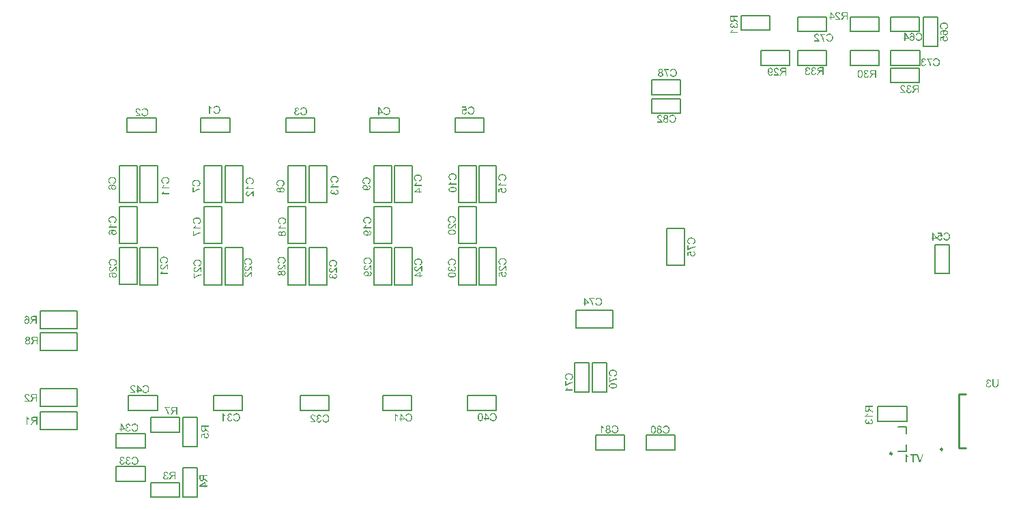
<source format=gbo>
G04*
G04 #@! TF.GenerationSoftware,Altium Limited,Altium Designer,21.2.1 (34)*
G04*
G04 Layer_Color=32896*
%FSLAX44Y44*%
%MOMM*%
G71*
G04*
G04 #@! TF.SameCoordinates,E8695898-D4BD-45AE-B535-2771739DBF24*
G04*
G04*
G04 #@! TF.FilePolarity,Positive*
G04*
G01*
G75*
%ADD11C,0.2000*%
%ADD12C,0.2500*%
G36*
X311750Y99474D02*
X307492D01*
Y97838D01*
X307506Y97685D01*
Y97574D01*
X307520Y97477D01*
X307534Y97408D01*
Y97352D01*
X307548Y97324D01*
Y97311D01*
X307617Y97089D01*
X307659Y96992D01*
X307700Y96908D01*
X307742Y96825D01*
X307770Y96770D01*
X307784Y96742D01*
X307798Y96728D01*
X307881Y96617D01*
X307978Y96506D01*
X308186Y96298D01*
X308283Y96201D01*
X308366Y96132D01*
X308422Y96090D01*
X308435Y96076D01*
X308630Y95938D01*
X308838Y95785D01*
X309060Y95632D01*
X309268Y95480D01*
X309462Y95355D01*
X309614Y95258D01*
X309670Y95217D01*
X309711Y95189D01*
X309739Y95161D01*
X309753D01*
X311750Y93899D01*
Y92318D01*
X309143Y93968D01*
X308865Y94163D01*
X308616Y94343D01*
X308408Y94523D01*
X308214Y94676D01*
X308075Y94814D01*
X307964Y94925D01*
X307895Y94995D01*
X307867Y95022D01*
X307784Y95133D01*
X307687Y95258D01*
X307534Y95508D01*
X307479Y95619D01*
X307423Y95702D01*
X307395Y95757D01*
X307381Y95785D01*
X307340Y95535D01*
X307298Y95300D01*
X307229Y95092D01*
X307173Y94884D01*
X307104Y94703D01*
X307021Y94537D01*
X306952Y94384D01*
X306882Y94246D01*
X306799Y94135D01*
X306730Y94024D01*
X306674Y93941D01*
X306619Y93871D01*
X306577Y93816D01*
X306535Y93774D01*
X306522Y93760D01*
X306508Y93746D01*
X306369Y93636D01*
X306230Y93525D01*
X305939Y93358D01*
X305648Y93247D01*
X305371Y93164D01*
X305135Y93109D01*
X305038Y93095D01*
X304941D01*
X304871Y93081D01*
X304816D01*
X304788D01*
X304774D01*
X304483Y93095D01*
X304219Y93136D01*
X303970Y93206D01*
X303762Y93275D01*
X303582Y93358D01*
X303443Y93414D01*
X303360Y93469D01*
X303346Y93483D01*
X303332D01*
X303110Y93649D01*
X302916Y93816D01*
X302749Y93996D01*
X302625Y94163D01*
X302528Y94315D01*
X302472Y94440D01*
X302430Y94523D01*
X302417Y94537D01*
Y94551D01*
X302375Y94676D01*
X302333Y94828D01*
X302264Y95133D01*
X302222Y95466D01*
X302181Y95771D01*
X302167Y96062D01*
Y96187D01*
X302153Y96298D01*
Y100750D01*
X311750D01*
Y99474D01*
D02*
G37*
G36*
X309462Y91541D02*
X309670Y91500D01*
X310058Y91375D01*
X310391Y91222D01*
X310543Y91139D01*
X310668Y91056D01*
X310793Y90987D01*
X310904Y90903D01*
X310987Y90834D01*
X311057Y90765D01*
X311112Y90709D01*
X311168Y90681D01*
X311181Y90654D01*
X311195Y90640D01*
X311320Y90473D01*
X311431Y90307D01*
X311528Y90127D01*
X311611Y89946D01*
X311736Y89600D01*
X311819Y89253D01*
X311861Y89101D01*
X311875Y88948D01*
X311889Y88823D01*
X311903Y88712D01*
X311916Y88615D01*
Y88490D01*
X311903Y88199D01*
X311861Y87922D01*
X311805Y87658D01*
X311736Y87423D01*
X311639Y87201D01*
X311542Y86993D01*
X311445Y86798D01*
X311334Y86632D01*
X311223Y86479D01*
X311126Y86341D01*
X311015Y86230D01*
X310932Y86133D01*
X310862Y86063D01*
X310807Y86008D01*
X310765Y85980D01*
X310751Y85966D01*
X310571Y85828D01*
X310377Y85717D01*
X310197Y85606D01*
X310003Y85522D01*
X309628Y85384D01*
X309268Y85301D01*
X309115Y85273D01*
X308962Y85245D01*
X308838Y85231D01*
X308727Y85217D01*
X308630Y85204D01*
X308560D01*
X308519D01*
X308505D01*
X308255Y85217D01*
X308019Y85245D01*
X307784Y85287D01*
X307576Y85342D01*
X307381Y85412D01*
X307187Y85481D01*
X307021Y85564D01*
X306868Y85633D01*
X306730Y85717D01*
X306605Y85800D01*
X306508Y85869D01*
X306411Y85939D01*
X306341Y85994D01*
X306300Y86036D01*
X306272Y86063D01*
X306258Y86077D01*
X306106Y86244D01*
X305967Y86410D01*
X305856Y86590D01*
X305759Y86771D01*
X305662Y86951D01*
X305592Y87131D01*
X305495Y87464D01*
X305454Y87617D01*
X305426Y87755D01*
X305412Y87880D01*
X305398Y87991D01*
X305384Y88074D01*
Y88379D01*
X305412Y88546D01*
X305481Y88879D01*
X305579Y89184D01*
X305690Y89461D01*
X305800Y89683D01*
X305856Y89780D01*
X305898Y89863D01*
X305939Y89933D01*
X305967Y89974D01*
X305981Y90002D01*
X305995Y90016D01*
X303401Y89503D01*
Y85661D01*
X302278D01*
Y90432D01*
X307215Y91361D01*
X307368Y90252D01*
X307215Y90154D01*
X307090Y90030D01*
X306965Y89919D01*
X306868Y89808D01*
X306799Y89697D01*
X306730Y89614D01*
X306702Y89558D01*
X306688Y89544D01*
X306605Y89364D01*
X306535Y89184D01*
X306494Y89017D01*
X306452Y88851D01*
X306438Y88712D01*
X306425Y88601D01*
Y88338D01*
X306452Y88171D01*
X306522Y87880D01*
X306619Y87631D01*
X306716Y87409D01*
X306827Y87242D01*
X306924Y87117D01*
X306993Y87048D01*
X307007Y87020D01*
X307021D01*
X307257Y86826D01*
X307506Y86687D01*
X307770Y86590D01*
X308033Y86521D01*
X308255Y86479D01*
X308352Y86466D01*
X308435D01*
X308505Y86452D01*
X308560D01*
X308588D01*
X308602D01*
X308796D01*
X308976Y86479D01*
X309323Y86549D01*
X309614Y86646D01*
X309850Y86743D01*
X310044Y86854D01*
X310197Y86951D01*
X310238Y86993D01*
X310280Y87020D01*
X310294Y87034D01*
X310308Y87048D01*
X310419Y87159D01*
X310516Y87270D01*
X310682Y87520D01*
X310793Y87755D01*
X310862Y87991D01*
X310918Y88185D01*
X310932Y88352D01*
X310946Y88407D01*
Y88490D01*
X310932Y88754D01*
X310876Y88990D01*
X310807Y89198D01*
X310724Y89364D01*
X310641Y89517D01*
X310571Y89628D01*
X310516Y89683D01*
X310502Y89711D01*
X310308Y89877D01*
X310100Y90016D01*
X309864Y90127D01*
X309656Y90210D01*
X309448Y90266D01*
X309295Y90307D01*
X309226Y90321D01*
X309184Y90335D01*
X309157D01*
X309143D01*
X309240Y91569D01*
X309462Y91541D01*
D02*
G37*
G36*
X217543Y151125D02*
X217779Y151111D01*
X218001Y151069D01*
X218209Y151028D01*
X218403Y150972D01*
X218584Y150917D01*
X218750Y150847D01*
X218902Y150778D01*
X219041Y150709D01*
X219152Y150639D01*
X219249Y150584D01*
X219332Y150528D01*
X219402Y150487D01*
X219443Y150445D01*
X219471Y150431D01*
X219485Y150417D01*
X219624Y150279D01*
X219748Y150126D01*
X219873Y149960D01*
X219970Y149793D01*
X220137Y149460D01*
X220248Y149128D01*
X220289Y148975D01*
X220331Y148822D01*
X220359Y148698D01*
X220386Y148587D01*
X220400Y148490D01*
Y148420D01*
X220414Y148379D01*
Y148365D01*
X219208Y148240D01*
X219180Y148559D01*
X219124Y148836D01*
X219041Y149086D01*
X218944Y149280D01*
X218861Y149447D01*
X218778Y149558D01*
X218722Y149627D01*
X218694Y149655D01*
X218486Y149821D01*
X218265Y149946D01*
X218029Y150043D01*
X217821Y150098D01*
X217627Y150140D01*
X217460Y150154D01*
X217405Y150168D01*
X217321D01*
X217030Y150154D01*
X216767Y150098D01*
X216545Y150015D01*
X216351Y149932D01*
X216198Y149835D01*
X216101Y149766D01*
X216032Y149710D01*
X216004Y149682D01*
X215838Y149488D01*
X215713Y149294D01*
X215616Y149100D01*
X215560Y148906D01*
X215519Y148753D01*
X215505Y148615D01*
X215491Y148531D01*
Y148517D01*
Y148504D01*
X215519Y148254D01*
X215574Y147990D01*
X215671Y147755D01*
X215768Y147533D01*
X215879Y147353D01*
X215976Y147200D01*
X216004Y147144D01*
X216032Y147103D01*
X216059Y147089D01*
Y147075D01*
X216170Y146923D01*
X216309Y146770D01*
X216462Y146604D01*
X216628Y146437D01*
X216975Y146104D01*
X217321Y145772D01*
X217502Y145619D01*
X217654Y145480D01*
X217807Y145355D01*
X217932Y145245D01*
X218029Y145161D01*
X218112Y145092D01*
X218167Y145050D01*
X218181Y145036D01*
X218528Y144745D01*
X218847Y144468D01*
X219111Y144218D01*
X219319Y144010D01*
X219499Y143830D01*
X219624Y143705D01*
X219693Y143622D01*
X219721Y143608D01*
Y143594D01*
X219915Y143358D01*
X220067Y143137D01*
X220206Y142915D01*
X220317Y142720D01*
X220400Y142554D01*
X220456Y142429D01*
X220483Y142346D01*
X220497Y142332D01*
Y142318D01*
X220553Y142166D01*
X220581Y142027D01*
X220608Y141888D01*
X220622Y141763D01*
X220636Y141652D01*
Y141569D01*
Y141514D01*
Y141500D01*
X214270D01*
Y142637D01*
X219000D01*
X218833Y142873D01*
X218750Y142970D01*
X218681Y143067D01*
X218611Y143150D01*
X218556Y143206D01*
X218514Y143247D01*
X218500Y143261D01*
X218431Y143331D01*
X218348Y143400D01*
X218154Y143580D01*
X217932Y143788D01*
X217696Y143996D01*
X217474Y144177D01*
X217377Y144260D01*
X217294Y144343D01*
X217224Y144398D01*
X217169Y144440D01*
X217141Y144468D01*
X217127Y144482D01*
X216905Y144676D01*
X216684Y144856D01*
X216489Y145036D01*
X216309Y145189D01*
X216143Y145342D01*
X216004Y145480D01*
X215865Y145605D01*
X215754Y145716D01*
X215643Y145827D01*
X215560Y145910D01*
X215491Y145979D01*
X215422Y146049D01*
X215352Y146132D01*
X215324Y146160D01*
X215130Y146396D01*
X214964Y146604D01*
X214825Y146812D01*
X214714Y146978D01*
X214631Y147131D01*
X214576Y147241D01*
X214548Y147311D01*
X214534Y147339D01*
X214451Y147547D01*
X214395Y147755D01*
X214340Y147949D01*
X214312Y148115D01*
X214298Y148268D01*
X214284Y148379D01*
Y148448D01*
Y148476D01*
X214298Y148684D01*
X214326Y148878D01*
X214354Y149072D01*
X214409Y149239D01*
X214548Y149571D01*
X214687Y149835D01*
X214770Y149960D01*
X214839Y150057D01*
X214908Y150154D01*
X214978Y150223D01*
X215033Y150279D01*
X215061Y150334D01*
X215089Y150348D01*
X215103Y150362D01*
X215255Y150501D01*
X215422Y150625D01*
X215602Y150723D01*
X215782Y150806D01*
X216143Y150944D01*
X216503Y151041D01*
X216656Y151069D01*
X216808Y151097D01*
X216947Y151111D01*
X217058Y151125D01*
X217155Y151138D01*
X217294D01*
X217543Y151125D01*
D02*
G37*
G36*
X233437Y151236D02*
X233880Y151166D01*
X234269Y151083D01*
X234449Y151028D01*
X234615Y150972D01*
X234768Y150917D01*
X234907Y150861D01*
X235018Y150820D01*
X235128Y150778D01*
X235198Y150736D01*
X235253Y150709D01*
X235295Y150695D01*
X235309Y150681D01*
X235683Y150445D01*
X236002Y150168D01*
X236280Y149890D01*
X236515Y149613D01*
X236696Y149363D01*
X236765Y149252D01*
X236821Y149155D01*
X236876Y149086D01*
X236904Y149031D01*
X236917Y148989D01*
X236931Y148975D01*
X237126Y148545D01*
X237264Y148101D01*
X237361Y147658D01*
X237431Y147255D01*
X237458Y147075D01*
X237472Y146895D01*
X237486Y146756D01*
Y146617D01*
X237500Y146520D01*
Y146437D01*
Y146382D01*
Y146368D01*
X237472Y145869D01*
X237417Y145383D01*
X237348Y144953D01*
X237292Y144745D01*
X237250Y144565D01*
X237209Y144398D01*
X237153Y144246D01*
X237112Y144107D01*
X237084Y143996D01*
X237042Y143913D01*
X237029Y143844D01*
X237001Y143802D01*
Y143788D01*
X236793Y143372D01*
X236557Y142998D01*
X236307Y142679D01*
X236182Y142554D01*
X236072Y142429D01*
X235961Y142318D01*
X235850Y142221D01*
X235753Y142138D01*
X235669Y142083D01*
X235614Y142027D01*
X235558Y141985D01*
X235531Y141972D01*
X235517Y141958D01*
X235323Y141847D01*
X235128Y141750D01*
X234713Y141597D01*
X234296Y141486D01*
X233894Y141417D01*
X233700Y141389D01*
X233534Y141361D01*
X233381Y141347D01*
X233256D01*
X233145Y141334D01*
X232993D01*
X232715Y141347D01*
X232452Y141375D01*
X232202Y141403D01*
X231966Y141458D01*
X231745Y141528D01*
X231537Y141597D01*
X231342Y141666D01*
X231162Y141750D01*
X231010Y141819D01*
X230857Y141888D01*
X230746Y141958D01*
X230635Y142027D01*
X230566Y142083D01*
X230497Y142110D01*
X230469Y142138D01*
X230455Y142152D01*
X230261Y142318D01*
X230094Y142485D01*
X229942Y142679D01*
X229789Y142873D01*
X229540Y143261D01*
X229345Y143650D01*
X229262Y143830D01*
X229193Y143996D01*
X229137Y144149D01*
X229096Y144274D01*
X229054Y144385D01*
X229026Y144468D01*
X229013Y144523D01*
Y144537D01*
X230288Y144856D01*
X230344Y144634D01*
X230413Y144426D01*
X230483Y144232D01*
X230552Y144052D01*
X230635Y143885D01*
X230718Y143747D01*
X230815Y143608D01*
X230899Y143483D01*
X230968Y143372D01*
X231051Y143289D01*
X231120Y143206D01*
X231176Y143137D01*
X231231Y143095D01*
X231273Y143053D01*
X231287Y143039D01*
X231301Y143026D01*
X231439Y142915D01*
X231592Y142831D01*
X231897Y142679D01*
X232188Y142568D01*
X232480Y142499D01*
X232729Y142443D01*
X232826Y142429D01*
X232923D01*
X233007Y142415D01*
X233104D01*
X233423Y142429D01*
X233728Y142485D01*
X234005Y142554D01*
X234255Y142637D01*
X234449Y142720D01*
X234532Y142762D01*
X234601Y142790D01*
X234657Y142817D01*
X234699Y142845D01*
X234726Y142859D01*
X234740D01*
X235004Y143053D01*
X235226Y143261D01*
X235420Y143497D01*
X235572Y143719D01*
X235697Y143913D01*
X235780Y144080D01*
X235808Y144149D01*
X235836Y144191D01*
X235850Y144218D01*
Y144232D01*
X235961Y144593D01*
X236044Y144953D01*
X236113Y145314D01*
X236155Y145647D01*
X236169Y145799D01*
X236182Y145938D01*
Y146063D01*
X236196Y146160D01*
Y146243D01*
Y146312D01*
Y146354D01*
Y146368D01*
X236182Y146728D01*
X236155Y147061D01*
X236099Y147366D01*
X236044Y147644D01*
X236002Y147879D01*
X235975Y147977D01*
X235947Y148060D01*
X235933Y148129D01*
X235919Y148171D01*
X235905Y148198D01*
Y148212D01*
X235767Y148531D01*
X235614Y148822D01*
X235448Y149058D01*
X235267Y149266D01*
X235115Y149433D01*
X234990Y149544D01*
X234893Y149613D01*
X234879Y149641D01*
X234865D01*
X234574Y149821D01*
X234255Y149960D01*
X233950Y150057D01*
X233659Y150112D01*
X233395Y150154D01*
X233284Y150168D01*
X233187D01*
X233118Y150182D01*
X233007D01*
X232660Y150168D01*
X232341Y150112D01*
X232078Y150029D01*
X231842Y149946D01*
X231661Y149849D01*
X231523Y149779D01*
X231439Y149724D01*
X231412Y149696D01*
X231190Y149488D01*
X230982Y149252D01*
X230815Y149003D01*
X230677Y148753D01*
X230566Y148531D01*
X230524Y148420D01*
X230497Y148337D01*
X230469Y148268D01*
X230441Y148212D01*
X230427Y148185D01*
Y148171D01*
X229179Y148462D01*
X229262Y148712D01*
X229345Y148933D01*
X229456Y149142D01*
X229553Y149349D01*
X229664Y149530D01*
X229789Y149696D01*
X229900Y149863D01*
X230011Y150001D01*
X230122Y150112D01*
X230219Y150223D01*
X230316Y150320D01*
X230385Y150390D01*
X230455Y150459D01*
X230510Y150501D01*
X230538Y150514D01*
X230552Y150528D01*
X230746Y150653D01*
X230940Y150778D01*
X231134Y150875D01*
X231342Y150958D01*
X231758Y151083D01*
X232133Y151166D01*
X232313Y151208D01*
X232466Y151222D01*
X232618Y151236D01*
X232743Y151250D01*
X232840Y151263D01*
X232979D01*
X233437Y151236D01*
D02*
G37*
G36*
X228333Y144884D02*
Y143802D01*
X224159D01*
Y141500D01*
X222980D01*
Y143802D01*
X221676D01*
Y144884D01*
X222980D01*
Y151097D01*
X223937D01*
X228333Y144884D01*
D02*
G37*
G36*
X543433Y115653D02*
X543586Y115431D01*
X543766Y115209D01*
X543932Y115015D01*
X544099Y114848D01*
X544224Y114710D01*
X544279Y114668D01*
X544321Y114627D01*
X544335Y114613D01*
X544348Y114599D01*
X544640Y114363D01*
X544931Y114141D01*
X545208Y113947D01*
X545486Y113794D01*
X545721Y113656D01*
X545818Y113600D01*
X545902Y113559D01*
X545971Y113517D01*
X546026Y113503D01*
X546054Y113475D01*
X546068D01*
Y112338D01*
X545860Y112421D01*
X545652Y112519D01*
X545444Y112616D01*
X545250Y112713D01*
X545084Y112796D01*
X544945Y112865D01*
X544862Y112921D01*
X544848Y112935D01*
X544834D01*
X544584Y113087D01*
X544362Y113240D01*
X544168Y113378D01*
X544016Y113503D01*
X543877Y113600D01*
X543794Y113684D01*
X543724Y113739D01*
X543711Y113753D01*
Y106250D01*
X542532D01*
Y115889D01*
X543294D01*
X543433Y115653D01*
D02*
G37*
G36*
X559936Y115986D02*
X560380Y115916D01*
X560769Y115833D01*
X560949Y115778D01*
X561115Y115722D01*
X561268Y115667D01*
X561407Y115611D01*
X561517Y115570D01*
X561628Y115528D01*
X561698Y115486D01*
X561753Y115459D01*
X561795Y115445D01*
X561809Y115431D01*
X562183Y115195D01*
X562502Y114918D01*
X562780Y114640D01*
X563015Y114363D01*
X563196Y114113D01*
X563265Y114002D01*
X563320Y113905D01*
X563376Y113836D01*
X563404Y113780D01*
X563418Y113739D01*
X563431Y113725D01*
X563625Y113295D01*
X563764Y112851D01*
X563861Y112408D01*
X563931Y112005D01*
X563958Y111825D01*
X563972Y111645D01*
X563986Y111506D01*
Y111367D01*
X564000Y111270D01*
Y111187D01*
Y111132D01*
Y111118D01*
X563972Y110618D01*
X563917Y110133D01*
X563847Y109703D01*
X563792Y109495D01*
X563750Y109315D01*
X563709Y109149D01*
X563653Y108996D01*
X563612Y108857D01*
X563584Y108746D01*
X563542Y108663D01*
X563529Y108594D01*
X563501Y108552D01*
Y108538D01*
X563293Y108122D01*
X563057Y107748D01*
X562807Y107429D01*
X562682Y107304D01*
X562571Y107179D01*
X562461Y107068D01*
X562350Y106971D01*
X562253Y106888D01*
X562169Y106833D01*
X562114Y106777D01*
X562058Y106735D01*
X562031Y106721D01*
X562017Y106708D01*
X561823Y106597D01*
X561628Y106500D01*
X561212Y106347D01*
X560796Y106236D01*
X560394Y106167D01*
X560200Y106139D01*
X560034Y106111D01*
X559881Y106097D01*
X559756D01*
X559645Y106084D01*
X559493D01*
X559215Y106097D01*
X558952Y106125D01*
X558702Y106153D01*
X558466Y106208D01*
X558245Y106278D01*
X558037Y106347D01*
X557842Y106416D01*
X557662Y106500D01*
X557510Y106569D01*
X557357Y106638D01*
X557246Y106708D01*
X557135Y106777D01*
X557066Y106833D01*
X556996Y106860D01*
X556969Y106888D01*
X556955Y106902D01*
X556761Y107068D01*
X556594Y107235D01*
X556442Y107429D01*
X556289Y107623D01*
X556040Y108011D01*
X555845Y108400D01*
X555762Y108580D01*
X555693Y108746D01*
X555637Y108899D01*
X555596Y109024D01*
X555554Y109135D01*
X555526Y109218D01*
X555513Y109273D01*
Y109287D01*
X556788Y109606D01*
X556844Y109384D01*
X556913Y109176D01*
X556983Y108982D01*
X557052Y108802D01*
X557135Y108635D01*
X557218Y108497D01*
X557315Y108358D01*
X557399Y108233D01*
X557468Y108122D01*
X557551Y108039D01*
X557621Y107956D01*
X557676Y107886D01*
X557732Y107845D01*
X557773Y107803D01*
X557787Y107789D01*
X557801Y107775D01*
X557939Y107665D01*
X558092Y107581D01*
X558397Y107429D01*
X558688Y107318D01*
X558980Y107248D01*
X559229Y107193D01*
X559326Y107179D01*
X559423D01*
X559507Y107165D01*
X559604D01*
X559923Y107179D01*
X560228Y107235D01*
X560505Y107304D01*
X560755Y107387D01*
X560949Y107470D01*
X561032Y107512D01*
X561101Y107540D01*
X561157Y107568D01*
X561199Y107595D01*
X561226Y107609D01*
X561240D01*
X561504Y107803D01*
X561726Y108011D01*
X561920Y108247D01*
X562072Y108469D01*
X562197Y108663D01*
X562280Y108829D01*
X562308Y108899D01*
X562336Y108940D01*
X562350Y108968D01*
Y108982D01*
X562461Y109343D01*
X562544Y109703D01*
X562613Y110064D01*
X562655Y110397D01*
X562669Y110549D01*
X562682Y110688D01*
Y110813D01*
X562696Y110910D01*
Y110993D01*
Y111062D01*
Y111104D01*
Y111118D01*
X562682Y111478D01*
X562655Y111811D01*
X562599Y112116D01*
X562544Y112394D01*
X562502Y112629D01*
X562475Y112726D01*
X562447Y112810D01*
X562433Y112879D01*
X562419Y112921D01*
X562405Y112948D01*
Y112962D01*
X562266Y113281D01*
X562114Y113573D01*
X561948Y113808D01*
X561767Y114016D01*
X561615Y114183D01*
X561490Y114294D01*
X561393Y114363D01*
X561379Y114391D01*
X561365D01*
X561074Y114571D01*
X560755Y114710D01*
X560450Y114807D01*
X560158Y114862D01*
X559895Y114904D01*
X559784Y114918D01*
X559687D01*
X559618Y114932D01*
X559507D01*
X559160Y114918D01*
X558841Y114862D01*
X558577Y114779D01*
X558342Y114696D01*
X558161Y114599D01*
X558023Y114529D01*
X557939Y114474D01*
X557912Y114446D01*
X557690Y114238D01*
X557482Y114002D01*
X557315Y113753D01*
X557177Y113503D01*
X557066Y113281D01*
X557024Y113170D01*
X556996Y113087D01*
X556969Y113018D01*
X556941Y112962D01*
X556927Y112935D01*
Y112921D01*
X555679Y113212D01*
X555762Y113462D01*
X555845Y113684D01*
X555956Y113891D01*
X556053Y114100D01*
X556164Y114280D01*
X556289Y114446D01*
X556400Y114613D01*
X556511Y114751D01*
X556622Y114862D01*
X556719Y114973D01*
X556816Y115070D01*
X556885Y115140D01*
X556955Y115209D01*
X557010Y115251D01*
X557038Y115265D01*
X557052Y115278D01*
X557246Y115403D01*
X557440Y115528D01*
X557634Y115625D01*
X557842Y115708D01*
X558259Y115833D01*
X558633Y115916D01*
X558813Y115958D01*
X558966Y115972D01*
X559118Y115986D01*
X559243Y115999D01*
X559340Y116013D01*
X559479D01*
X559936Y115986D01*
D02*
G37*
G36*
X554833Y109634D02*
Y108552D01*
X550659D01*
Y106250D01*
X549480D01*
Y108552D01*
X548176D01*
Y109634D01*
X549480D01*
Y115847D01*
X550437D01*
X554833Y109634D01*
D02*
G37*
G36*
X448824Y114611D02*
X449198Y114542D01*
X449517Y114431D01*
X449794Y114320D01*
X449919Y114250D01*
X450016Y114195D01*
X450113Y114139D01*
X450183Y114084D01*
X450238Y114042D01*
X450280Y114015D01*
X450308Y114001D01*
X450321Y113987D01*
X450585Y113723D01*
X450793Y113432D01*
X450959Y113127D01*
X451098Y112822D01*
X451181Y112558D01*
X451223Y112447D01*
X451250Y112350D01*
X451264Y112267D01*
X451278Y112212D01*
X451292Y112170D01*
Y112156D01*
X450113Y111948D01*
X450058Y112253D01*
X449975Y112517D01*
X449878Y112739D01*
X449781Y112919D01*
X449683Y113057D01*
X449600Y113155D01*
X449545Y113224D01*
X449531Y113238D01*
X449351Y113377D01*
X449156Y113488D01*
X448976Y113557D01*
X448796Y113612D01*
X448629Y113640D01*
X448505Y113668D01*
X448394D01*
X448144Y113654D01*
X447922Y113598D01*
X447728Y113529D01*
X447561Y113460D01*
X447437Y113377D01*
X447340Y113307D01*
X447270Y113252D01*
X447256Y113238D01*
X447104Y113071D01*
X446993Y112891D01*
X446924Y112711D01*
X446868Y112544D01*
X446840Y112392D01*
X446813Y112281D01*
Y112198D01*
Y112184D01*
Y112170D01*
Y112017D01*
X446840Y111879D01*
X446910Y111643D01*
X447007Y111435D01*
X447118Y111255D01*
X447229Y111130D01*
X447326Y111033D01*
X447395Y110977D01*
X447409Y110963D01*
X447423D01*
X447659Y110839D01*
X447881Y110742D01*
X448116Y110672D01*
X448324Y110631D01*
X448505Y110603D01*
X448657Y110575D01*
X448837D01*
X448893Y110589D01*
X448962D01*
X449101Y109549D01*
X448921Y109590D01*
X448754Y109618D01*
X448615Y109646D01*
X448491Y109660D01*
X448394Y109674D01*
X448269D01*
X447978Y109646D01*
X447714Y109590D01*
X447478Y109507D01*
X447284Y109410D01*
X447132Y109313D01*
X447021Y109230D01*
X446951Y109174D01*
X446924Y109147D01*
X446743Y108939D01*
X446605Y108717D01*
X446507Y108495D01*
X446452Y108273D01*
X446410Y108093D01*
X446397Y107940D01*
X446383Y107885D01*
Y107843D01*
Y107815D01*
Y107801D01*
X446410Y107496D01*
X446480Y107219D01*
X446563Y106983D01*
X446674Y106775D01*
X446785Y106609D01*
X446868Y106484D01*
X446937Y106401D01*
X446965Y106373D01*
X447187Y106179D01*
X447423Y106040D01*
X447659Y105943D01*
X447881Y105874D01*
X448075Y105832D01*
X448227Y105818D01*
X448283Y105804D01*
X448366D01*
X448615Y105818D01*
X448851Y105874D01*
X449059Y105943D01*
X449226Y106026D01*
X449364Y106096D01*
X449475Y106165D01*
X449531Y106220D01*
X449559Y106234D01*
X449725Y106428D01*
X449864Y106650D01*
X449989Y106886D01*
X450086Y107136D01*
X450155Y107344D01*
X450183Y107441D01*
X450196Y107524D01*
X450210Y107593D01*
X450224Y107649D01*
X450238Y107677D01*
Y107690D01*
X451417Y107538D01*
X451389Y107316D01*
X451348Y107108D01*
X451223Y106720D01*
X451070Y106387D01*
X450987Y106248D01*
X450904Y106110D01*
X450821Y105985D01*
X450737Y105888D01*
X450668Y105791D01*
X450599Y105721D01*
X450557Y105666D01*
X450516Y105624D01*
X450488Y105596D01*
X450474Y105583D01*
X450308Y105458D01*
X450141Y105333D01*
X449975Y105236D01*
X449794Y105153D01*
X449448Y105014D01*
X449115Y104931D01*
X448962Y104903D01*
X448824Y104875D01*
X448699Y104861D01*
X448588Y104847D01*
X448505Y104834D01*
X448380D01*
X448116Y104847D01*
X447881Y104875D01*
X447645Y104917D01*
X447423Y104972D01*
X447215Y105042D01*
X447034Y105111D01*
X446854Y105194D01*
X446702Y105277D01*
X446549Y105347D01*
X446424Y105430D01*
X446313Y105499D01*
X446230Y105569D01*
X446161Y105624D01*
X446105Y105666D01*
X446078Y105693D01*
X446064Y105707D01*
X445897Y105874D01*
X445759Y106054D01*
X445634Y106234D01*
X445523Y106415D01*
X445440Y106581D01*
X445356Y106761D01*
X445246Y107094D01*
X445218Y107247D01*
X445190Y107385D01*
X445162Y107510D01*
X445148Y107621D01*
X445135Y107704D01*
Y107774D01*
Y107815D01*
Y107829D01*
X445148Y108162D01*
X445204Y108467D01*
X445287Y108731D01*
X445370Y108953D01*
X445453Y109133D01*
X445537Y109271D01*
X445592Y109355D01*
X445606Y109382D01*
X445800Y109590D01*
X446008Y109771D01*
X446230Y109909D01*
X446452Y110020D01*
X446646Y110104D01*
X446799Y110159D01*
X446854Y110173D01*
X446896Y110187D01*
X446924Y110201D01*
X446937D01*
X446702Y110325D01*
X446507Y110450D01*
X446341Y110589D01*
X446202Y110714D01*
X446091Y110825D01*
X446008Y110922D01*
X445967Y110977D01*
X445953Y111005D01*
X445842Y111199D01*
X445759Y111393D01*
X445689Y111587D01*
X445648Y111768D01*
X445620Y111920D01*
X445606Y112031D01*
Y112114D01*
Y112142D01*
X445620Y112378D01*
X445662Y112614D01*
X445717Y112822D01*
X445786Y113002D01*
X445856Y113155D01*
X445911Y113279D01*
X445953Y113349D01*
X445967Y113377D01*
X446105Y113584D01*
X446272Y113765D01*
X446438Y113917D01*
X446605Y114056D01*
X446743Y114153D01*
X446868Y114236D01*
X446951Y114278D01*
X446965Y114292D01*
X446979D01*
X447229Y114403D01*
X447478Y114486D01*
X447728Y114555D01*
X447950Y114597D01*
X448130Y114625D01*
X448283Y114639D01*
X448629D01*
X448824Y114611D01*
D02*
G37*
G36*
X441043Y114625D02*
X441279Y114611D01*
X441501Y114569D01*
X441709Y114528D01*
X441903Y114472D01*
X442084Y114417D01*
X442250Y114347D01*
X442402Y114278D01*
X442541Y114209D01*
X442652Y114139D01*
X442749Y114084D01*
X442832Y114028D01*
X442902Y113987D01*
X442943Y113945D01*
X442971Y113931D01*
X442985Y113917D01*
X443124Y113779D01*
X443248Y113626D01*
X443373Y113460D01*
X443470Y113293D01*
X443637Y112961D01*
X443748Y112628D01*
X443789Y112475D01*
X443831Y112323D01*
X443859Y112198D01*
X443886Y112087D01*
X443900Y111990D01*
Y111920D01*
X443914Y111879D01*
Y111865D01*
X442708Y111740D01*
X442680Y112059D01*
X442624Y112336D01*
X442541Y112586D01*
X442444Y112780D01*
X442361Y112947D01*
X442278Y113057D01*
X442222Y113127D01*
X442194Y113155D01*
X441986Y113321D01*
X441764Y113446D01*
X441529Y113543D01*
X441321Y113598D01*
X441127Y113640D01*
X440960Y113654D01*
X440905Y113668D01*
X440821D01*
X440530Y113654D01*
X440267Y113598D01*
X440045Y113515D01*
X439851Y113432D01*
X439698Y113335D01*
X439601Y113266D01*
X439532Y113210D01*
X439504Y113182D01*
X439338Y112988D01*
X439213Y112794D01*
X439116Y112600D01*
X439060Y112406D01*
X439019Y112253D01*
X439005Y112114D01*
X438991Y112031D01*
Y112017D01*
Y112003D01*
X439019Y111754D01*
X439074Y111490D01*
X439171Y111255D01*
X439268Y111033D01*
X439379Y110852D01*
X439476Y110700D01*
X439504Y110644D01*
X439532Y110603D01*
X439559Y110589D01*
Y110575D01*
X439670Y110422D01*
X439809Y110270D01*
X439962Y110104D01*
X440128Y109937D01*
X440475Y109604D01*
X440821Y109271D01*
X441002Y109119D01*
X441154Y108980D01*
X441307Y108855D01*
X441432Y108744D01*
X441529Y108661D01*
X441612Y108592D01*
X441667Y108550D01*
X441681Y108536D01*
X442028Y108245D01*
X442347Y107968D01*
X442611Y107718D01*
X442818Y107510D01*
X442999Y107330D01*
X443124Y107205D01*
X443193Y107122D01*
X443221Y107108D01*
Y107094D01*
X443415Y106858D01*
X443567Y106636D01*
X443706Y106415D01*
X443817Y106220D01*
X443900Y106054D01*
X443956Y105929D01*
X443983Y105846D01*
X443997Y105832D01*
Y105818D01*
X444053Y105666D01*
X444081Y105527D01*
X444108Y105388D01*
X444122Y105264D01*
X444136Y105153D01*
Y105069D01*
Y105014D01*
Y105000D01*
X437770D01*
Y106137D01*
X442500D01*
X442333Y106373D01*
X442250Y106470D01*
X442181Y106567D01*
X442111Y106650D01*
X442056Y106706D01*
X442014Y106747D01*
X442000Y106761D01*
X441931Y106831D01*
X441848Y106900D01*
X441654Y107080D01*
X441432Y107288D01*
X441196Y107496D01*
X440974Y107677D01*
X440877Y107760D01*
X440794Y107843D01*
X440724Y107899D01*
X440669Y107940D01*
X440641Y107968D01*
X440627Y107982D01*
X440405Y108176D01*
X440183Y108356D01*
X439989Y108536D01*
X439809Y108689D01*
X439643Y108841D01*
X439504Y108980D01*
X439365Y109105D01*
X439254Y109216D01*
X439143Y109327D01*
X439060Y109410D01*
X438991Y109480D01*
X438922Y109549D01*
X438852Y109632D01*
X438824Y109660D01*
X438630Y109895D01*
X438464Y110104D01*
X438325Y110312D01*
X438214Y110478D01*
X438131Y110631D01*
X438075Y110742D01*
X438048Y110811D01*
X438034Y110839D01*
X437951Y111047D01*
X437895Y111255D01*
X437840Y111449D01*
X437812Y111615D01*
X437798Y111768D01*
X437784Y111879D01*
Y111948D01*
Y111976D01*
X437798Y112184D01*
X437826Y112378D01*
X437854Y112572D01*
X437909Y112739D01*
X438048Y113071D01*
X438186Y113335D01*
X438270Y113460D01*
X438339Y113557D01*
X438408Y113654D01*
X438478Y113723D01*
X438533Y113779D01*
X438561Y113834D01*
X438589Y113848D01*
X438602Y113862D01*
X438755Y114001D01*
X438922Y114125D01*
X439102Y114222D01*
X439282Y114306D01*
X439643Y114444D01*
X440003Y114542D01*
X440156Y114569D01*
X440308Y114597D01*
X440447Y114611D01*
X440558Y114625D01*
X440655Y114639D01*
X440794D01*
X441043Y114625D01*
D02*
G37*
G36*
X456937Y114736D02*
X457380Y114666D01*
X457769Y114583D01*
X457949Y114528D01*
X458115Y114472D01*
X458268Y114417D01*
X458407Y114361D01*
X458517Y114320D01*
X458629Y114278D01*
X458698Y114236D01*
X458753Y114209D01*
X458795Y114195D01*
X458809Y114181D01*
X459183Y113945D01*
X459502Y113668D01*
X459780Y113390D01*
X460015Y113113D01*
X460196Y112863D01*
X460265Y112752D01*
X460320Y112655D01*
X460376Y112586D01*
X460404Y112530D01*
X460418Y112489D01*
X460431Y112475D01*
X460625Y112045D01*
X460764Y111601D01*
X460861Y111158D01*
X460931Y110755D01*
X460958Y110575D01*
X460972Y110395D01*
X460986Y110256D01*
Y110117D01*
X461000Y110020D01*
Y109937D01*
Y109882D01*
Y109868D01*
X460972Y109368D01*
X460917Y108883D01*
X460847Y108453D01*
X460792Y108245D01*
X460750Y108065D01*
X460709Y107899D01*
X460653Y107746D01*
X460612Y107607D01*
X460584Y107496D01*
X460542Y107413D01*
X460528Y107344D01*
X460501Y107302D01*
Y107288D01*
X460293Y106872D01*
X460057Y106498D01*
X459807Y106179D01*
X459683Y106054D01*
X459571Y105929D01*
X459461Y105818D01*
X459350Y105721D01*
X459253Y105638D01*
X459169Y105583D01*
X459114Y105527D01*
X459058Y105485D01*
X459031Y105471D01*
X459017Y105458D01*
X458823Y105347D01*
X458629Y105250D01*
X458212Y105097D01*
X457796Y104986D01*
X457394Y104917D01*
X457200Y104889D01*
X457034Y104861D01*
X456881Y104847D01*
X456756D01*
X456645Y104834D01*
X456493D01*
X456215Y104847D01*
X455952Y104875D01*
X455702Y104903D01*
X455466Y104958D01*
X455245Y105028D01*
X455037Y105097D01*
X454842Y105166D01*
X454662Y105250D01*
X454510Y105319D01*
X454357Y105388D01*
X454246Y105458D01*
X454135Y105527D01*
X454066Y105583D01*
X453997Y105610D01*
X453969Y105638D01*
X453955Y105652D01*
X453761Y105818D01*
X453594Y105985D01*
X453442Y106179D01*
X453289Y106373D01*
X453040Y106761D01*
X452845Y107150D01*
X452762Y107330D01*
X452693Y107496D01*
X452637Y107649D01*
X452596Y107774D01*
X452554Y107885D01*
X452526Y107968D01*
X452513Y108023D01*
Y108037D01*
X453788Y108356D01*
X453844Y108134D01*
X453913Y107926D01*
X453983Y107732D01*
X454052Y107552D01*
X454135Y107385D01*
X454218Y107247D01*
X454315Y107108D01*
X454399Y106983D01*
X454468Y106872D01*
X454551Y106789D01*
X454621Y106706D01*
X454676Y106636D01*
X454731Y106595D01*
X454773Y106553D01*
X454787Y106539D01*
X454801Y106525D01*
X454939Y106415D01*
X455092Y106331D01*
X455397Y106179D01*
X455688Y106068D01*
X455980Y105998D01*
X456229Y105943D01*
X456326Y105929D01*
X456423D01*
X456507Y105915D01*
X456604D01*
X456923Y105929D01*
X457228Y105985D01*
X457505Y106054D01*
X457755Y106137D01*
X457949Y106220D01*
X458032Y106262D01*
X458102Y106290D01*
X458157Y106318D01*
X458199Y106345D01*
X458226Y106359D01*
X458240D01*
X458504Y106553D01*
X458726Y106761D01*
X458920Y106997D01*
X459072Y107219D01*
X459197Y107413D01*
X459280Y107579D01*
X459308Y107649D01*
X459336Y107690D01*
X459350Y107718D01*
Y107732D01*
X459461Y108093D01*
X459544Y108453D01*
X459613Y108814D01*
X459655Y109147D01*
X459669Y109299D01*
X459683Y109438D01*
Y109563D01*
X459696Y109660D01*
Y109743D01*
Y109812D01*
Y109854D01*
Y109868D01*
X459683Y110228D01*
X459655Y110561D01*
X459599Y110866D01*
X459544Y111144D01*
X459502Y111379D01*
X459474Y111476D01*
X459447Y111560D01*
X459433Y111629D01*
X459419Y111671D01*
X459405Y111698D01*
Y111712D01*
X459266Y112031D01*
X459114Y112323D01*
X458947Y112558D01*
X458767Y112766D01*
X458615Y112933D01*
X458490Y113044D01*
X458393Y113113D01*
X458379Y113141D01*
X458365D01*
X458074Y113321D01*
X457755Y113460D01*
X457450Y113557D01*
X457158Y113612D01*
X456895Y113654D01*
X456784Y113668D01*
X456687D01*
X456618Y113682D01*
X456507D01*
X456160Y113668D01*
X455841Y113612D01*
X455577Y113529D01*
X455342Y113446D01*
X455161Y113349D01*
X455023Y113279D01*
X454939Y113224D01*
X454912Y113196D01*
X454690Y112988D01*
X454482Y112752D01*
X454315Y112503D01*
X454177Y112253D01*
X454066Y112031D01*
X454024Y111920D01*
X453997Y111837D01*
X453969Y111768D01*
X453941Y111712D01*
X453927Y111685D01*
Y111671D01*
X452679Y111962D01*
X452762Y112212D01*
X452845Y112434D01*
X452956Y112641D01*
X453053Y112850D01*
X453164Y113030D01*
X453289Y113196D01*
X453400Y113363D01*
X453511Y113501D01*
X453622Y113612D01*
X453719Y113723D01*
X453816Y113820D01*
X453885Y113890D01*
X453955Y113959D01*
X454010Y114001D01*
X454038Y114015D01*
X454052Y114028D01*
X454246Y114153D01*
X454440Y114278D01*
X454634Y114375D01*
X454842Y114458D01*
X455258Y114583D01*
X455633Y114666D01*
X455813Y114708D01*
X455966Y114722D01*
X456118Y114736D01*
X456243Y114749D01*
X456340Y114763D01*
X456479D01*
X456937Y114736D01*
D02*
G37*
G36*
X338074Y116111D02*
X338448Y116041D01*
X338767Y115931D01*
X339044Y115820D01*
X339169Y115750D01*
X339266Y115695D01*
X339363Y115639D01*
X339433Y115584D01*
X339488Y115542D01*
X339530Y115514D01*
X339557Y115501D01*
X339571Y115487D01*
X339835Y115223D01*
X340043Y114932D01*
X340209Y114627D01*
X340348Y114322D01*
X340431Y114058D01*
X340473Y113947D01*
X340500Y113850D01*
X340514Y113767D01*
X340528Y113712D01*
X340542Y113670D01*
Y113656D01*
X339363Y113448D01*
X339308Y113753D01*
X339225Y114017D01*
X339128Y114239D01*
X339030Y114419D01*
X338933Y114558D01*
X338850Y114655D01*
X338795Y114724D01*
X338781Y114738D01*
X338601Y114876D01*
X338406Y114987D01*
X338226Y115057D01*
X338046Y115112D01*
X337879Y115140D01*
X337755Y115168D01*
X337644D01*
X337394Y115154D01*
X337172Y115098D01*
X336978Y115029D01*
X336811Y114960D01*
X336687Y114876D01*
X336590Y114807D01*
X336520Y114752D01*
X336506Y114738D01*
X336354Y114571D01*
X336243Y114391D01*
X336174Y114211D01*
X336118Y114044D01*
X336090Y113892D01*
X336063Y113781D01*
Y113698D01*
Y113684D01*
Y113670D01*
Y113517D01*
X336090Y113379D01*
X336160Y113143D01*
X336257Y112935D01*
X336368Y112755D01*
X336479Y112630D01*
X336576Y112533D01*
X336645Y112477D01*
X336659Y112463D01*
X336673D01*
X336909Y112339D01*
X337131Y112241D01*
X337366Y112172D01*
X337574Y112131D01*
X337755Y112103D01*
X337907Y112075D01*
X338087D01*
X338143Y112089D01*
X338212D01*
X338351Y111049D01*
X338171Y111090D01*
X338004Y111118D01*
X337865Y111146D01*
X337741Y111160D01*
X337644Y111174D01*
X337519D01*
X337228Y111146D01*
X336964Y111090D01*
X336728Y111007D01*
X336534Y110910D01*
X336382Y110813D01*
X336271Y110730D01*
X336201Y110674D01*
X336174Y110647D01*
X335993Y110439D01*
X335855Y110217D01*
X335757Y109995D01*
X335702Y109773D01*
X335660Y109593D01*
X335647Y109440D01*
X335633Y109385D01*
Y109343D01*
Y109315D01*
Y109301D01*
X335660Y108996D01*
X335730Y108719D01*
X335813Y108483D01*
X335924Y108275D01*
X336035Y108109D01*
X336118Y107984D01*
X336187Y107901D01*
X336215Y107873D01*
X336437Y107679D01*
X336673Y107540D01*
X336909Y107443D01*
X337131Y107374D01*
X337325Y107332D01*
X337477Y107318D01*
X337533Y107304D01*
X337616D01*
X337865Y107318D01*
X338101Y107374D01*
X338309Y107443D01*
X338476Y107526D01*
X338614Y107596D01*
X338725Y107665D01*
X338781Y107720D01*
X338809Y107734D01*
X338975Y107928D01*
X339114Y108150D01*
X339239Y108386D01*
X339336Y108636D01*
X339405Y108844D01*
X339433Y108941D01*
X339446Y109024D01*
X339460Y109093D01*
X339474Y109149D01*
X339488Y109177D01*
Y109191D01*
X340667Y109038D01*
X340639Y108816D01*
X340598Y108608D01*
X340473Y108220D01*
X340320Y107887D01*
X340237Y107748D01*
X340154Y107610D01*
X340071Y107485D01*
X339987Y107388D01*
X339918Y107290D01*
X339849Y107221D01*
X339807Y107166D01*
X339766Y107124D01*
X339738Y107096D01*
X339724Y107083D01*
X339557Y106958D01*
X339391Y106833D01*
X339225Y106736D01*
X339044Y106652D01*
X338698Y106514D01*
X338365Y106431D01*
X338212Y106403D01*
X338074Y106375D01*
X337949Y106361D01*
X337838Y106347D01*
X337755Y106334D01*
X337630D01*
X337366Y106347D01*
X337131Y106375D01*
X336895Y106417D01*
X336673Y106472D01*
X336465Y106542D01*
X336284Y106611D01*
X336104Y106694D01*
X335952Y106777D01*
X335799Y106847D01*
X335674Y106930D01*
X335563Y106999D01*
X335480Y107069D01*
X335411Y107124D01*
X335355Y107166D01*
X335328Y107193D01*
X335314Y107207D01*
X335147Y107374D01*
X335009Y107554D01*
X334884Y107734D01*
X334773Y107915D01*
X334690Y108081D01*
X334606Y108261D01*
X334496Y108594D01*
X334468Y108747D01*
X334440Y108885D01*
X334412Y109010D01*
X334398Y109121D01*
X334384Y109204D01*
Y109274D01*
Y109315D01*
Y109329D01*
X334398Y109662D01*
X334454Y109967D01*
X334537Y110231D01*
X334620Y110452D01*
X334703Y110633D01*
X334787Y110772D01*
X334842Y110855D01*
X334856Y110882D01*
X335050Y111090D01*
X335258Y111271D01*
X335480Y111409D01*
X335702Y111520D01*
X335896Y111604D01*
X336049Y111659D01*
X336104Y111673D01*
X336146Y111687D01*
X336174Y111701D01*
X336187D01*
X335952Y111826D01*
X335757Y111950D01*
X335591Y112089D01*
X335452Y112214D01*
X335341Y112325D01*
X335258Y112422D01*
X335217Y112477D01*
X335203Y112505D01*
X335092Y112699D01*
X335009Y112893D01*
X334939Y113088D01*
X334898Y113268D01*
X334870Y113420D01*
X334856Y113531D01*
Y113615D01*
Y113642D01*
X334870Y113878D01*
X334911Y114114D01*
X334967Y114322D01*
X335036Y114502D01*
X335106Y114655D01*
X335161Y114779D01*
X335203Y114849D01*
X335217Y114876D01*
X335355Y115084D01*
X335522Y115265D01*
X335688Y115417D01*
X335855Y115556D01*
X335993Y115653D01*
X336118Y115736D01*
X336201Y115778D01*
X336215Y115792D01*
X336229D01*
X336479Y115903D01*
X336728Y115986D01*
X336978Y116055D01*
X337200Y116097D01*
X337380Y116125D01*
X337533Y116138D01*
X337879D01*
X338074Y116111D01*
D02*
G37*
G36*
X329683Y115903D02*
X329836Y115681D01*
X330016Y115459D01*
X330182Y115265D01*
X330349Y115098D01*
X330474Y114960D01*
X330529Y114918D01*
X330571Y114876D01*
X330585Y114863D01*
X330598Y114849D01*
X330890Y114613D01*
X331181Y114391D01*
X331458Y114197D01*
X331736Y114044D01*
X331971Y113906D01*
X332068Y113850D01*
X332152Y113809D01*
X332221Y113767D01*
X332277Y113753D01*
X332304Y113725D01*
X332318D01*
Y112588D01*
X332110Y112671D01*
X331902Y112768D01*
X331694Y112866D01*
X331500Y112963D01*
X331334Y113046D01*
X331195Y113115D01*
X331112Y113171D01*
X331098Y113185D01*
X331084D01*
X330834Y113337D01*
X330612Y113490D01*
X330418Y113628D01*
X330266Y113753D01*
X330127Y113850D01*
X330044Y113933D01*
X329974Y113989D01*
X329961Y114003D01*
Y106500D01*
X328782D01*
Y116138D01*
X329544D01*
X329683Y115903D01*
D02*
G37*
G36*
X346187Y116236D02*
X346630Y116166D01*
X347019Y116083D01*
X347199Y116028D01*
X347365Y115972D01*
X347518Y115917D01*
X347657Y115861D01*
X347768Y115820D01*
X347878Y115778D01*
X347948Y115736D01*
X348003Y115709D01*
X348045Y115695D01*
X348059Y115681D01*
X348433Y115445D01*
X348752Y115168D01*
X349030Y114890D01*
X349265Y114613D01*
X349446Y114363D01*
X349515Y114252D01*
X349570Y114155D01*
X349626Y114086D01*
X349654Y114031D01*
X349668Y113989D01*
X349681Y113975D01*
X349876Y113545D01*
X350014Y113101D01*
X350111Y112658D01*
X350181Y112255D01*
X350208Y112075D01*
X350222Y111895D01*
X350236Y111756D01*
Y111617D01*
X350250Y111520D01*
Y111437D01*
Y111382D01*
Y111368D01*
X350222Y110869D01*
X350167Y110383D01*
X350097Y109953D01*
X350042Y109745D01*
X350000Y109565D01*
X349959Y109398D01*
X349903Y109246D01*
X349862Y109107D01*
X349834Y108996D01*
X349792Y108913D01*
X349779Y108844D01*
X349751Y108802D01*
Y108788D01*
X349543Y108372D01*
X349307Y107998D01*
X349057Y107679D01*
X348932Y107554D01*
X348822Y107429D01*
X348711Y107318D01*
X348600Y107221D01*
X348503Y107138D01*
X348419Y107083D01*
X348364Y107027D01*
X348308Y106985D01*
X348281Y106972D01*
X348267Y106958D01*
X348073Y106847D01*
X347878Y106750D01*
X347462Y106597D01*
X347046Y106486D01*
X346644Y106417D01*
X346450Y106389D01*
X346284Y106361D01*
X346131Y106347D01*
X346006D01*
X345895Y106334D01*
X345743D01*
X345465Y106347D01*
X345202Y106375D01*
X344952Y106403D01*
X344716Y106458D01*
X344495Y106528D01*
X344287Y106597D01*
X344092Y106666D01*
X343912Y106750D01*
X343760Y106819D01*
X343607Y106888D01*
X343496Y106958D01*
X343385Y107027D01*
X343316Y107083D01*
X343246Y107110D01*
X343219Y107138D01*
X343205Y107152D01*
X343011Y107318D01*
X342844Y107485D01*
X342692Y107679D01*
X342539Y107873D01*
X342290Y108261D01*
X342095Y108650D01*
X342012Y108830D01*
X341943Y108996D01*
X341887Y109149D01*
X341846Y109274D01*
X341804Y109385D01*
X341776Y109468D01*
X341763Y109523D01*
Y109537D01*
X343038Y109856D01*
X343094Y109634D01*
X343163Y109426D01*
X343233Y109232D01*
X343302Y109052D01*
X343385Y108885D01*
X343468Y108747D01*
X343565Y108608D01*
X343649Y108483D01*
X343718Y108372D01*
X343801Y108289D01*
X343871Y108206D01*
X343926Y108137D01*
X343982Y108095D01*
X344023Y108053D01*
X344037Y108039D01*
X344051Y108026D01*
X344189Y107915D01*
X344342Y107831D01*
X344647Y107679D01*
X344938Y107568D01*
X345230Y107499D01*
X345479Y107443D01*
X345576Y107429D01*
X345673D01*
X345757Y107415D01*
X345854D01*
X346173Y107429D01*
X346478Y107485D01*
X346755Y107554D01*
X347005Y107637D01*
X347199Y107720D01*
X347282Y107762D01*
X347351Y107790D01*
X347407Y107817D01*
X347449Y107845D01*
X347476Y107859D01*
X347490D01*
X347754Y108053D01*
X347976Y108261D01*
X348170Y108497D01*
X348322Y108719D01*
X348447Y108913D01*
X348530Y109080D01*
X348558Y109149D01*
X348586Y109191D01*
X348600Y109218D01*
Y109232D01*
X348711Y109593D01*
X348794Y109953D01*
X348863Y110314D01*
X348905Y110647D01*
X348919Y110799D01*
X348932Y110938D01*
Y111063D01*
X348946Y111160D01*
Y111243D01*
Y111312D01*
Y111354D01*
Y111368D01*
X348932Y111728D01*
X348905Y112061D01*
X348849Y112366D01*
X348794Y112644D01*
X348752Y112879D01*
X348725Y112977D01*
X348697Y113060D01*
X348683Y113129D01*
X348669Y113171D01*
X348655Y113198D01*
Y113212D01*
X348516Y113531D01*
X348364Y113822D01*
X348198Y114058D01*
X348017Y114266D01*
X347865Y114433D01*
X347740Y114544D01*
X347643Y114613D01*
X347629Y114641D01*
X347615D01*
X347324Y114821D01*
X347005Y114960D01*
X346700Y115057D01*
X346409Y115112D01*
X346145Y115154D01*
X346034Y115168D01*
X345937D01*
X345868Y115182D01*
X345757D01*
X345410Y115168D01*
X345091Y115112D01*
X344827Y115029D01*
X344592Y114946D01*
X344411Y114849D01*
X344273Y114779D01*
X344189Y114724D01*
X344162Y114696D01*
X343940Y114488D01*
X343732Y114252D01*
X343565Y114003D01*
X343427Y113753D01*
X343316Y113531D01*
X343274Y113420D01*
X343246Y113337D01*
X343219Y113268D01*
X343191Y113212D01*
X343177Y113185D01*
Y113171D01*
X341929Y113462D01*
X342012Y113712D01*
X342095Y113933D01*
X342206Y114142D01*
X342303Y114349D01*
X342414Y114530D01*
X342539Y114696D01*
X342650Y114863D01*
X342761Y115001D01*
X342872Y115112D01*
X342969Y115223D01*
X343066Y115320D01*
X343135Y115390D01*
X343205Y115459D01*
X343260Y115501D01*
X343288Y115514D01*
X343302Y115528D01*
X343496Y115653D01*
X343690Y115778D01*
X343884Y115875D01*
X344092Y115958D01*
X344509Y116083D01*
X344883Y116166D01*
X345063Y116208D01*
X345216Y116222D01*
X345368Y116236D01*
X345493Y116250D01*
X345590Y116263D01*
X345729D01*
X346187Y116236D01*
D02*
G37*
G36*
X272500Y114500D02*
X271224D01*
Y118758D01*
X269588D01*
X269435Y118744D01*
X269324D01*
X269227Y118730D01*
X269158Y118716D01*
X269102D01*
X269074Y118702D01*
X269061D01*
X268839Y118633D01*
X268742Y118591D01*
X268658Y118550D01*
X268575Y118508D01*
X268520Y118480D01*
X268492Y118466D01*
X268478Y118453D01*
X268367Y118369D01*
X268256Y118272D01*
X268048Y118064D01*
X267951Y117967D01*
X267882Y117884D01*
X267840Y117828D01*
X267826Y117815D01*
X267688Y117620D01*
X267535Y117412D01*
X267383Y117191D01*
X267230Y116982D01*
X267105Y116788D01*
X267008Y116636D01*
X266966Y116580D01*
X266939Y116539D01*
X266911Y116511D01*
Y116497D01*
X265649Y114500D01*
X264068D01*
X265718Y117107D01*
X265912Y117385D01*
X266093Y117634D01*
X266273Y117842D01*
X266426Y118036D01*
X266564Y118175D01*
X266675Y118286D01*
X266745Y118355D01*
X266772Y118383D01*
X266883Y118466D01*
X267008Y118563D01*
X267258Y118716D01*
X267369Y118771D01*
X267452Y118827D01*
X267507Y118855D01*
X267535Y118869D01*
X267285Y118910D01*
X267050Y118952D01*
X266842Y119021D01*
X266634Y119077D01*
X266453Y119146D01*
X266287Y119229D01*
X266134Y119298D01*
X265996Y119368D01*
X265885Y119451D01*
X265774Y119520D01*
X265691Y119576D01*
X265621Y119631D01*
X265566Y119673D01*
X265524Y119714D01*
X265510Y119728D01*
X265496Y119742D01*
X265385Y119881D01*
X265275Y120020D01*
X265108Y120311D01*
X264997Y120602D01*
X264914Y120879D01*
X264858Y121115D01*
X264845Y121212D01*
Y121309D01*
X264831Y121379D01*
Y121434D01*
Y121462D01*
Y121476D01*
X264845Y121767D01*
X264886Y122030D01*
X264956Y122280D01*
X265025Y122488D01*
X265108Y122669D01*
X265164Y122807D01*
X265219Y122890D01*
X265233Y122904D01*
Y122918D01*
X265399Y123140D01*
X265566Y123334D01*
X265746Y123501D01*
X265912Y123625D01*
X266065Y123722D01*
X266190Y123778D01*
X266273Y123820D01*
X266287Y123833D01*
X266301D01*
X266426Y123875D01*
X266578Y123917D01*
X266883Y123986D01*
X267216Y124028D01*
X267521Y124069D01*
X267812Y124083D01*
X267937D01*
X268048Y124097D01*
X272500D01*
Y114500D01*
D02*
G37*
G36*
X263236Y122835D02*
X258535D01*
X258867Y122433D01*
X259186Y122003D01*
X259464Y121587D01*
X259727Y121185D01*
X259838Y121004D01*
X259935Y120838D01*
X260032Y120685D01*
X260102Y120561D01*
X260157Y120449D01*
X260199Y120380D01*
X260226Y120325D01*
X260240Y120311D01*
X260518Y119756D01*
X260767Y119201D01*
X260975Y118674D01*
X261059Y118439D01*
X261142Y118203D01*
X261225Y117995D01*
X261280Y117801D01*
X261336Y117634D01*
X261378Y117496D01*
X261419Y117371D01*
X261447Y117288D01*
X261461Y117232D01*
Y117218D01*
X261599Y116650D01*
X261655Y116372D01*
X261696Y116123D01*
X261738Y115887D01*
X261780Y115651D01*
X261807Y115457D01*
X261835Y115263D01*
X261849Y115096D01*
X261863Y114944D01*
X261877Y114805D01*
Y114694D01*
X261891Y114611D01*
Y114556D01*
Y114514D01*
Y114500D01*
X260684D01*
X260643Y115027D01*
X260573Y115512D01*
X260504Y115956D01*
X260462Y116164D01*
X260421Y116358D01*
X260393Y116525D01*
X260351Y116677D01*
X260324Y116816D01*
X260296Y116927D01*
X260268Y117010D01*
X260254Y117079D01*
X260240Y117121D01*
Y117135D01*
X260032Y117773D01*
X259810Y118369D01*
X259699Y118660D01*
X259589Y118938D01*
X259464Y119187D01*
X259353Y119437D01*
X259256Y119659D01*
X259159Y119853D01*
X259075Y120020D01*
X259006Y120172D01*
X258937Y120297D01*
X258895Y120380D01*
X258867Y120436D01*
X258853Y120449D01*
X258687Y120741D01*
X258521Y121032D01*
X258354Y121295D01*
X258188Y121545D01*
X258035Y121767D01*
X257883Y121989D01*
X257730Y122183D01*
X257605Y122350D01*
X257481Y122516D01*
X257370Y122655D01*
X257259Y122766D01*
X257175Y122863D01*
X257120Y122946D01*
X257064Y123001D01*
X257037Y123029D01*
X257023Y123043D01*
Y123972D01*
X263236D01*
Y122835D01*
D02*
G37*
G36*
X309750Y38224D02*
X305492D01*
Y36588D01*
X305506Y36435D01*
Y36324D01*
X305520Y36227D01*
X305534Y36158D01*
Y36102D01*
X305548Y36075D01*
Y36061D01*
X305617Y35839D01*
X305659Y35742D01*
X305700Y35659D01*
X305742Y35575D01*
X305770Y35520D01*
X305784Y35492D01*
X305798Y35478D01*
X305881Y35367D01*
X305978Y35256D01*
X306186Y35048D01*
X306283Y34951D01*
X306366Y34882D01*
X306422Y34840D01*
X306436Y34826D01*
X306630Y34688D01*
X306838Y34535D01*
X307059Y34383D01*
X307268Y34230D01*
X307462Y34105D01*
X307614Y34008D01*
X307670Y33967D01*
X307711Y33939D01*
X307739Y33911D01*
X307753D01*
X309750Y32649D01*
Y31068D01*
X307143Y32718D01*
X306865Y32912D01*
X306616Y33093D01*
X306408Y33273D01*
X306214Y33426D01*
X306075Y33564D01*
X305964Y33675D01*
X305895Y33745D01*
X305867Y33772D01*
X305784Y33883D01*
X305687Y34008D01*
X305534Y34258D01*
X305478Y34369D01*
X305423Y34452D01*
X305395Y34507D01*
X305382Y34535D01*
X305340Y34286D01*
X305298Y34050D01*
X305229Y33842D01*
X305173Y33634D01*
X305104Y33453D01*
X305021Y33287D01*
X304951Y33134D01*
X304882Y32996D01*
X304799Y32885D01*
X304730Y32774D01*
X304674Y32691D01*
X304619Y32621D01*
X304577Y32566D01*
X304536Y32524D01*
X304522Y32510D01*
X304508Y32497D01*
X304369Y32385D01*
X304230Y32275D01*
X303939Y32108D01*
X303648Y31997D01*
X303370Y31914D01*
X303135Y31858D01*
X303038Y31845D01*
X302941D01*
X302871Y31831D01*
X302816D01*
X302788D01*
X302774D01*
X302483Y31845D01*
X302220Y31886D01*
X301970Y31956D01*
X301762Y32025D01*
X301581Y32108D01*
X301443Y32164D01*
X301360Y32219D01*
X301346Y32233D01*
X301332D01*
X301110Y32399D01*
X300916Y32566D01*
X300749Y32746D01*
X300625Y32912D01*
X300527Y33065D01*
X300472Y33190D01*
X300430Y33273D01*
X300417Y33287D01*
Y33301D01*
X300375Y33426D01*
X300333Y33578D01*
X300264Y33883D01*
X300222Y34216D01*
X300181Y34521D01*
X300167Y34813D01*
Y34937D01*
X300153Y35048D01*
Y39500D01*
X309750D01*
Y38224D01*
D02*
G37*
G36*
X307448Y26547D02*
X309750D01*
Y25368D01*
X307448D01*
Y24065D01*
X306366D01*
Y25368D01*
X300153D01*
Y26325D01*
X306366Y30721D01*
X307448D01*
Y26547D01*
D02*
G37*
G36*
X258712Y43611D02*
X259086Y43541D01*
X259405Y43431D01*
X259683Y43320D01*
X259807Y43250D01*
X259904Y43195D01*
X260002Y43139D01*
X260071Y43084D01*
X260126Y43042D01*
X260168Y43014D01*
X260196Y43001D01*
X260210Y42987D01*
X260473Y42723D01*
X260681Y42432D01*
X260848Y42127D01*
X260986Y41822D01*
X261070Y41558D01*
X261111Y41447D01*
X261139Y41350D01*
X261153Y41267D01*
X261167Y41212D01*
X261180Y41170D01*
Y41156D01*
X260002Y40948D01*
X259946Y41253D01*
X259863Y41517D01*
X259766Y41739D01*
X259669Y41919D01*
X259572Y42057D01*
X259489Y42155D01*
X259433Y42224D01*
X259419Y42238D01*
X259239Y42376D01*
X259045Y42488D01*
X258864Y42557D01*
X258684Y42612D01*
X258518Y42640D01*
X258393Y42668D01*
X258282D01*
X258032Y42654D01*
X257810Y42598D01*
X257616Y42529D01*
X257450Y42460D01*
X257325Y42376D01*
X257228Y42307D01*
X257159Y42252D01*
X257145Y42238D01*
X256992Y42071D01*
X256881Y41891D01*
X256812Y41711D01*
X256756Y41544D01*
X256729Y41392D01*
X256701Y41281D01*
Y41198D01*
Y41184D01*
Y41170D01*
Y41017D01*
X256729Y40879D01*
X256798Y40643D01*
X256895Y40435D01*
X257006Y40255D01*
X257117Y40130D01*
X257214Y40033D01*
X257283Y39977D01*
X257297Y39963D01*
X257311D01*
X257547Y39839D01*
X257769Y39741D01*
X258005Y39672D01*
X258213Y39631D01*
X258393Y39603D01*
X258545Y39575D01*
X258726D01*
X258781Y39589D01*
X258850D01*
X258989Y38549D01*
X258809Y38590D01*
X258643Y38618D01*
X258504Y38646D01*
X258379Y38660D01*
X258282Y38674D01*
X258157D01*
X257866Y38646D01*
X257602Y38590D01*
X257367Y38507D01*
X257173Y38410D01*
X257020Y38313D01*
X256909Y38230D01*
X256840Y38174D01*
X256812Y38147D01*
X256632Y37939D01*
X256493Y37717D01*
X256396Y37495D01*
X256340Y37273D01*
X256299Y37093D01*
X256285Y36940D01*
X256271Y36885D01*
Y36843D01*
Y36815D01*
Y36801D01*
X256299Y36496D01*
X256368Y36219D01*
X256451Y35983D01*
X256562Y35775D01*
X256673Y35609D01*
X256756Y35484D01*
X256826Y35401D01*
X256854Y35373D01*
X257075Y35179D01*
X257311Y35040D01*
X257547Y34943D01*
X257769Y34874D01*
X257963Y34832D01*
X258116Y34818D01*
X258171Y34804D01*
X258254D01*
X258504Y34818D01*
X258740Y34874D01*
X258948Y34943D01*
X259114Y35026D01*
X259253Y35096D01*
X259364Y35165D01*
X259419Y35220D01*
X259447Y35234D01*
X259613Y35429D01*
X259752Y35650D01*
X259877Y35886D01*
X259974Y36136D01*
X260043Y36344D01*
X260071Y36441D01*
X260085Y36524D01*
X260099Y36593D01*
X260113Y36649D01*
X260126Y36677D01*
Y36690D01*
X261305Y36538D01*
X261278Y36316D01*
X261236Y36108D01*
X261111Y35720D01*
X260958Y35387D01*
X260875Y35248D01*
X260792Y35110D01*
X260709Y34985D01*
X260626Y34888D01*
X260556Y34790D01*
X260487Y34721D01*
X260445Y34666D01*
X260404Y34624D01*
X260376Y34596D01*
X260362Y34583D01*
X260196Y34458D01*
X260029Y34333D01*
X259863Y34236D01*
X259683Y34153D01*
X259336Y34014D01*
X259003Y33931D01*
X258850Y33903D01*
X258712Y33875D01*
X258587Y33861D01*
X258476Y33847D01*
X258393Y33834D01*
X258268D01*
X258005Y33847D01*
X257769Y33875D01*
X257533Y33917D01*
X257311Y33972D01*
X257103Y34042D01*
X256923Y34111D01*
X256742Y34194D01*
X256590Y34277D01*
X256437Y34347D01*
X256313Y34430D01*
X256202Y34499D01*
X256119Y34569D01*
X256049Y34624D01*
X255994Y34666D01*
X255966Y34693D01*
X255952Y34707D01*
X255786Y34874D01*
X255647Y35054D01*
X255522Y35234D01*
X255411Y35415D01*
X255328Y35581D01*
X255245Y35761D01*
X255134Y36094D01*
X255106Y36247D01*
X255078Y36385D01*
X255051Y36510D01*
X255037Y36621D01*
X255023Y36704D01*
Y36774D01*
Y36815D01*
Y36829D01*
X255037Y37162D01*
X255092Y37467D01*
X255175Y37731D01*
X255259Y37952D01*
X255342Y38133D01*
X255425Y38272D01*
X255480Y38355D01*
X255494Y38382D01*
X255688Y38590D01*
X255897Y38771D01*
X256119Y38909D01*
X256340Y39020D01*
X256535Y39104D01*
X256687Y39159D01*
X256742Y39173D01*
X256784Y39187D01*
X256812Y39201D01*
X256826D01*
X256590Y39325D01*
X256396Y39450D01*
X256229Y39589D01*
X256091Y39714D01*
X255980Y39825D01*
X255897Y39922D01*
X255855Y39977D01*
X255841Y40005D01*
X255730Y40199D01*
X255647Y40393D01*
X255578Y40588D01*
X255536Y40768D01*
X255508Y40920D01*
X255494Y41031D01*
Y41115D01*
Y41142D01*
X255508Y41378D01*
X255550Y41614D01*
X255605Y41822D01*
X255675Y42002D01*
X255744Y42155D01*
X255800Y42279D01*
X255841Y42349D01*
X255855Y42376D01*
X255994Y42585D01*
X256160Y42765D01*
X256327Y42917D01*
X256493Y43056D01*
X256632Y43153D01*
X256756Y43236D01*
X256840Y43278D01*
X256854Y43292D01*
X256867D01*
X257117Y43403D01*
X257367Y43486D01*
X257616Y43555D01*
X257838Y43597D01*
X258018Y43625D01*
X258171Y43639D01*
X258518D01*
X258712Y43611D01*
D02*
G37*
G36*
X270500Y34000D02*
X269224D01*
Y38258D01*
X267588D01*
X267435Y38244D01*
X267324D01*
X267227Y38230D01*
X267158Y38216D01*
X267102D01*
X267075Y38202D01*
X267061D01*
X266839Y38133D01*
X266742Y38091D01*
X266658Y38050D01*
X266575Y38008D01*
X266520Y37980D01*
X266492Y37966D01*
X266478Y37952D01*
X266367Y37869D01*
X266256Y37772D01*
X266048Y37564D01*
X265951Y37467D01*
X265882Y37384D01*
X265840Y37328D01*
X265826Y37315D01*
X265688Y37120D01*
X265535Y36912D01*
X265383Y36690D01*
X265230Y36483D01*
X265105Y36288D01*
X265008Y36136D01*
X264967Y36080D01*
X264939Y36039D01*
X264911Y36011D01*
Y35997D01*
X263649Y34000D01*
X262068D01*
X263718Y36607D01*
X263913Y36885D01*
X264093Y37134D01*
X264273Y37342D01*
X264426Y37536D01*
X264564Y37675D01*
X264675Y37786D01*
X264745Y37855D01*
X264772Y37883D01*
X264883Y37966D01*
X265008Y38063D01*
X265258Y38216D01*
X265369Y38272D01*
X265452Y38327D01*
X265507Y38355D01*
X265535Y38369D01*
X265285Y38410D01*
X265050Y38452D01*
X264842Y38521D01*
X264634Y38577D01*
X264453Y38646D01*
X264287Y38729D01*
X264134Y38798D01*
X263996Y38868D01*
X263885Y38951D01*
X263774Y39020D01*
X263691Y39076D01*
X263621Y39131D01*
X263566Y39173D01*
X263524Y39214D01*
X263510Y39228D01*
X263496Y39242D01*
X263386Y39381D01*
X263275Y39520D01*
X263108Y39811D01*
X262997Y40102D01*
X262914Y40380D01*
X262859Y40615D01*
X262845Y40712D01*
Y40809D01*
X262831Y40879D01*
Y40934D01*
Y40962D01*
Y40976D01*
X262845Y41267D01*
X262886Y41530D01*
X262956Y41780D01*
X263025Y41988D01*
X263108Y42168D01*
X263164Y42307D01*
X263219Y42390D01*
X263233Y42404D01*
Y42418D01*
X263399Y42640D01*
X263566Y42834D01*
X263746Y43001D01*
X263913Y43125D01*
X264065Y43222D01*
X264190Y43278D01*
X264273Y43320D01*
X264287Y43333D01*
X264301D01*
X264426Y43375D01*
X264578Y43417D01*
X264883Y43486D01*
X265216Y43528D01*
X265521Y43569D01*
X265812Y43583D01*
X265937D01*
X266048Y43597D01*
X270500D01*
Y34000D01*
D02*
G37*
G36*
X85949Y237125D02*
X86212Y237097D01*
X86462Y237041D01*
X86698Y236972D01*
X86906Y236875D01*
X87114Y236792D01*
X87294Y236681D01*
X87460Y236584D01*
X87599Y236487D01*
X87738Y236376D01*
X87849Y236293D01*
X87932Y236209D01*
X88001Y236126D01*
X88057Y236071D01*
X88084Y236043D01*
X88098Y236029D01*
X88279Y235779D01*
X88431Y235488D01*
X88570Y235183D01*
X88695Y234864D01*
X88792Y234531D01*
X88875Y234198D01*
X88944Y233852D01*
X89000Y233533D01*
X89041Y233214D01*
X89069Y232922D01*
X89097Y232659D01*
X89111Y232437D01*
Y232243D01*
X89125Y232104D01*
Y232049D01*
Y232007D01*
Y231993D01*
Y231980D01*
X89111Y231536D01*
X89083Y231120D01*
X89041Y230731D01*
X88972Y230371D01*
X88903Y230052D01*
X88833Y229761D01*
X88750Y229497D01*
X88653Y229261D01*
X88570Y229067D01*
X88487Y228887D01*
X88417Y228748D01*
X88334Y228623D01*
X88279Y228526D01*
X88237Y228471D01*
X88209Y228429D01*
X88195Y228415D01*
X88015Y228221D01*
X87821Y228055D01*
X87627Y227916D01*
X87433Y227791D01*
X87225Y227680D01*
X87030Y227597D01*
X86836Y227528D01*
X86642Y227472D01*
X86476Y227431D01*
X86309Y227389D01*
X86171Y227361D01*
X86046Y227347D01*
X85935D01*
X85865Y227334D01*
X85796D01*
X85477Y227347D01*
X85186Y227403D01*
X84923Y227458D01*
X84687Y227542D01*
X84506Y227611D01*
X84368Y227680D01*
X84312Y227694D01*
X84271Y227722D01*
X84257Y227736D01*
X84243D01*
X84007Y227902D01*
X83785Y228096D01*
X83605Y228291D01*
X83452Y228485D01*
X83328Y228665D01*
X83244Y228804D01*
X83217Y228859D01*
X83189Y228901D01*
X83175Y228915D01*
Y228928D01*
X83036Y229220D01*
X82939Y229525D01*
X82870Y229802D01*
X82828Y230066D01*
X82787Y230288D01*
Y230371D01*
X82773Y230454D01*
Y230523D01*
Y230565D01*
Y230593D01*
Y230606D01*
X82787Y230856D01*
X82815Y231092D01*
X82856Y231328D01*
X82898Y231536D01*
X82967Y231730D01*
X83036Y231924D01*
X83106Y232090D01*
X83189Y232243D01*
X83272Y232382D01*
X83342Y232507D01*
X83411Y232604D01*
X83480Y232701D01*
X83522Y232770D01*
X83563Y232812D01*
X83591Y232839D01*
X83605Y232853D01*
X83757Y233006D01*
X83924Y233144D01*
X84104Y233255D01*
X84271Y233353D01*
X84437Y233449D01*
X84604Y233519D01*
X84923Y233616D01*
X85061Y233658D01*
X85200Y233685D01*
X85311Y233699D01*
X85422Y233713D01*
X85505Y233727D01*
X85616D01*
X85865Y233713D01*
X86101Y233671D01*
X86323Y233630D01*
X86517Y233574D01*
X86684Y233505D01*
X86809Y233463D01*
X86892Y233422D01*
X86906Y233408D01*
X86919D01*
X87141Y233269D01*
X87336Y233117D01*
X87516Y232964D01*
X87654Y232798D01*
X87779Y232659D01*
X87876Y232548D01*
X87932Y232465D01*
X87946Y232451D01*
Y232701D01*
X87932Y232950D01*
X87918Y233172D01*
X87890Y233394D01*
X87876Y233588D01*
X87849Y233769D01*
X87821Y233935D01*
X87779Y234088D01*
X87752Y234226D01*
X87724Y234337D01*
X87696Y234434D01*
X87682Y234517D01*
X87654Y234573D01*
X87641Y234615D01*
X87627Y234642D01*
Y234656D01*
X87488Y234933D01*
X87349Y235183D01*
X87197Y235377D01*
X87058Y235544D01*
X86933Y235682D01*
X86836Y235779D01*
X86767Y235835D01*
X86739Y235849D01*
X86573Y235960D01*
X86406Y236029D01*
X86240Y236084D01*
X86074Y236126D01*
X85949Y236154D01*
X85838Y236168D01*
X85741D01*
X85491Y236140D01*
X85255Y236084D01*
X85061Y236001D01*
X84881Y235918D01*
X84742Y235821D01*
X84645Y235738D01*
X84590Y235682D01*
X84562Y235655D01*
X84465Y235530D01*
X84368Y235377D01*
X84284Y235211D01*
X84229Y235044D01*
X84174Y234892D01*
X84132Y234767D01*
X84118Y234684D01*
X84104Y234670D01*
Y234656D01*
X82925Y234753D01*
X83009Y235142D01*
X83133Y235488D01*
X83272Y235793D01*
X83425Y236043D01*
X83577Y236237D01*
X83633Y236320D01*
X83702Y236390D01*
X83744Y236431D01*
X83785Y236473D01*
X83799Y236487D01*
X83813Y236501D01*
X83952Y236611D01*
X84104Y236709D01*
X84409Y236875D01*
X84714Y236986D01*
X85006Y237055D01*
X85269Y237111D01*
X85380Y237125D01*
X85477D01*
X85560Y237139D01*
X85671D01*
X85949Y237125D01*
D02*
G37*
G36*
X98250Y227500D02*
X96974D01*
Y231758D01*
X95338D01*
X95185Y231744D01*
X95074D01*
X94977Y231730D01*
X94908Y231716D01*
X94852D01*
X94824Y231702D01*
X94811D01*
X94589Y231633D01*
X94492Y231591D01*
X94408Y231550D01*
X94325Y231508D01*
X94270Y231480D01*
X94242Y231466D01*
X94228Y231453D01*
X94117Y231369D01*
X94006Y231272D01*
X93798Y231064D01*
X93701Y230967D01*
X93632Y230884D01*
X93590Y230828D01*
X93576Y230814D01*
X93438Y230620D01*
X93285Y230412D01*
X93133Y230191D01*
X92980Y229982D01*
X92855Y229788D01*
X92758Y229636D01*
X92717Y229580D01*
X92689Y229539D01*
X92661Y229511D01*
Y229497D01*
X91399Y227500D01*
X89818D01*
X91468Y230107D01*
X91663Y230385D01*
X91843Y230634D01*
X92023Y230842D01*
X92176Y231036D01*
X92314Y231175D01*
X92425Y231286D01*
X92495Y231355D01*
X92522Y231383D01*
X92633Y231466D01*
X92758Y231563D01*
X93008Y231716D01*
X93119Y231772D01*
X93202Y231827D01*
X93257Y231855D01*
X93285Y231868D01*
X93035Y231910D01*
X92800Y231952D01*
X92592Y232021D01*
X92384Y232077D01*
X92203Y232146D01*
X92037Y232229D01*
X91884Y232299D01*
X91746Y232368D01*
X91635Y232451D01*
X91524Y232520D01*
X91441Y232576D01*
X91371Y232631D01*
X91316Y232673D01*
X91274Y232715D01*
X91260Y232728D01*
X91247Y232742D01*
X91136Y232881D01*
X91025Y233020D01*
X90858Y233311D01*
X90747Y233602D01*
X90664Y233880D01*
X90609Y234115D01*
X90595Y234212D01*
Y234309D01*
X90581Y234379D01*
Y234434D01*
Y234462D01*
Y234476D01*
X90595Y234767D01*
X90636Y235030D01*
X90706Y235280D01*
X90775Y235488D01*
X90858Y235669D01*
X90914Y235807D01*
X90969Y235890D01*
X90983Y235904D01*
Y235918D01*
X91149Y236140D01*
X91316Y236334D01*
X91496Y236501D01*
X91663Y236625D01*
X91815Y236723D01*
X91940Y236778D01*
X92023Y236820D01*
X92037Y236833D01*
X92051D01*
X92176Y236875D01*
X92328Y236917D01*
X92633Y236986D01*
X92966Y237028D01*
X93271Y237069D01*
X93562Y237083D01*
X93687D01*
X93798Y237097D01*
X98250D01*
Y227500D01*
D02*
G37*
G36*
X86393Y140375D02*
X86629Y140361D01*
X86851Y140319D01*
X87059Y140278D01*
X87253Y140222D01*
X87433Y140167D01*
X87599Y140097D01*
X87752Y140028D01*
X87891Y139959D01*
X88002Y139889D01*
X88099Y139834D01*
X88182Y139778D01*
X88251Y139737D01*
X88293Y139695D01*
X88321Y139681D01*
X88335Y139667D01*
X88473Y139529D01*
X88598Y139376D01*
X88723Y139210D01*
X88820Y139043D01*
X88986Y138710D01*
X89097Y138378D01*
X89139Y138225D01*
X89180Y138073D01*
X89208Y137948D01*
X89236Y137837D01*
X89250Y137740D01*
Y137670D01*
X89264Y137629D01*
Y137615D01*
X88057Y137490D01*
X88029Y137809D01*
X87974Y138086D01*
X87891Y138336D01*
X87794Y138530D01*
X87710Y138697D01*
X87627Y138807D01*
X87572Y138877D01*
X87544Y138905D01*
X87336Y139071D01*
X87114Y139196D01*
X86878Y139293D01*
X86670Y139348D01*
X86476Y139390D01*
X86310Y139404D01*
X86254Y139418D01*
X86171D01*
X85880Y139404D01*
X85616Y139348D01*
X85394Y139265D01*
X85200Y139182D01*
X85048Y139085D01*
X84951Y139016D01*
X84881Y138960D01*
X84853Y138932D01*
X84687Y138738D01*
X84562Y138544D01*
X84465Y138350D01*
X84410Y138156D01*
X84368Y138003D01*
X84354Y137865D01*
X84340Y137781D01*
Y137767D01*
Y137753D01*
X84368Y137504D01*
X84424Y137240D01*
X84521Y137005D01*
X84618Y136783D01*
X84729Y136602D01*
X84826Y136450D01*
X84853Y136394D01*
X84881Y136353D01*
X84909Y136339D01*
Y136325D01*
X85020Y136173D01*
X85159Y136020D01*
X85311Y135854D01*
X85478Y135687D01*
X85824Y135354D01*
X86171Y135021D01*
X86351Y134869D01*
X86504Y134730D01*
X86656Y134605D01*
X86781Y134494D01*
X86878Y134411D01*
X86961Y134342D01*
X87017Y134300D01*
X87031Y134286D01*
X87378Y133995D01*
X87697Y133718D01*
X87960Y133468D01*
X88168Y133260D01*
X88348Y133080D01*
X88473Y132955D01*
X88542Y132872D01*
X88570Y132858D01*
Y132844D01*
X88764Y132608D01*
X88917Y132387D01*
X89056Y132165D01*
X89167Y131970D01*
X89250Y131804D01*
X89305Y131679D01*
X89333Y131596D01*
X89347Y131582D01*
Y131568D01*
X89402Y131416D01*
X89430Y131277D01*
X89458Y131138D01*
X89472Y131013D01*
X89486Y130903D01*
Y130819D01*
Y130764D01*
Y130750D01*
X83120D01*
Y131887D01*
X87849D01*
X87683Y132123D01*
X87599Y132220D01*
X87530Y132317D01*
X87461Y132400D01*
X87405Y132456D01*
X87364Y132497D01*
X87350Y132511D01*
X87281Y132581D01*
X87197Y132650D01*
X87003Y132830D01*
X86781Y133038D01*
X86545Y133246D01*
X86324Y133427D01*
X86227Y133510D01*
X86143Y133593D01*
X86074Y133649D01*
X86018Y133690D01*
X85991Y133718D01*
X85977Y133732D01*
X85755Y133926D01*
X85533Y134106D01*
X85339Y134286D01*
X85159Y134439D01*
X84992Y134592D01*
X84853Y134730D01*
X84715Y134855D01*
X84604Y134966D01*
X84493Y135077D01*
X84410Y135160D01*
X84340Y135230D01*
X84271Y135299D01*
X84202Y135382D01*
X84174Y135410D01*
X83980Y135646D01*
X83813Y135854D01*
X83675Y136062D01*
X83564Y136228D01*
X83481Y136381D01*
X83425Y136491D01*
X83397Y136561D01*
X83384Y136589D01*
X83300Y136797D01*
X83245Y137005D01*
X83189Y137199D01*
X83162Y137365D01*
X83148Y137518D01*
X83134Y137629D01*
Y137698D01*
Y137726D01*
X83148Y137934D01*
X83175Y138128D01*
X83203Y138322D01*
X83259Y138489D01*
X83397Y138821D01*
X83536Y139085D01*
X83619Y139210D01*
X83689Y139307D01*
X83758Y139404D01*
X83827Y139473D01*
X83883Y139529D01*
X83910Y139584D01*
X83938Y139598D01*
X83952Y139612D01*
X84105Y139751D01*
X84271Y139875D01*
X84451Y139972D01*
X84632Y140056D01*
X84992Y140194D01*
X85353Y140292D01*
X85505Y140319D01*
X85658Y140347D01*
X85797Y140361D01*
X85907Y140375D01*
X86005Y140388D01*
X86143D01*
X86393Y140375D01*
D02*
G37*
G36*
X98500Y130750D02*
X97224D01*
Y135008D01*
X95588D01*
X95435Y134994D01*
X95324D01*
X95227Y134980D01*
X95158Y134966D01*
X95102D01*
X95075Y134952D01*
X95061D01*
X94839Y134883D01*
X94742Y134841D01*
X94658Y134800D01*
X94575Y134758D01*
X94520Y134730D01*
X94492Y134716D01*
X94478Y134703D01*
X94367Y134619D01*
X94256Y134522D01*
X94048Y134314D01*
X93951Y134217D01*
X93882Y134134D01*
X93840Y134078D01*
X93826Y134065D01*
X93688Y133870D01*
X93535Y133662D01*
X93383Y133441D01*
X93230Y133232D01*
X93105Y133038D01*
X93008Y132886D01*
X92966Y132830D01*
X92939Y132789D01*
X92911Y132761D01*
Y132747D01*
X91649Y130750D01*
X90068D01*
X91718Y133357D01*
X91912Y133635D01*
X92093Y133884D01*
X92273Y134092D01*
X92426Y134286D01*
X92564Y134425D01*
X92675Y134536D01*
X92745Y134605D01*
X92772Y134633D01*
X92883Y134716D01*
X93008Y134813D01*
X93258Y134966D01*
X93369Y135021D01*
X93452Y135077D01*
X93507Y135105D01*
X93535Y135119D01*
X93286Y135160D01*
X93050Y135202D01*
X92842Y135271D01*
X92634Y135327D01*
X92453Y135396D01*
X92287Y135479D01*
X92134Y135548D01*
X91996Y135618D01*
X91885Y135701D01*
X91774Y135770D01*
X91691Y135826D01*
X91621Y135881D01*
X91566Y135923D01*
X91524Y135964D01*
X91510Y135978D01*
X91496Y135992D01*
X91385Y136131D01*
X91275Y136270D01*
X91108Y136561D01*
X90997Y136852D01*
X90914Y137129D01*
X90858Y137365D01*
X90845Y137462D01*
Y137559D01*
X90831Y137629D01*
Y137684D01*
Y137712D01*
Y137726D01*
X90845Y138017D01*
X90886Y138280D01*
X90956Y138530D01*
X91025Y138738D01*
X91108Y138919D01*
X91164Y139057D01*
X91219Y139140D01*
X91233Y139154D01*
Y139168D01*
X91399Y139390D01*
X91566Y139584D01*
X91746Y139751D01*
X91912Y139875D01*
X92065Y139972D01*
X92190Y140028D01*
X92273Y140070D01*
X92287Y140083D01*
X92301D01*
X92426Y140125D01*
X92578Y140167D01*
X92883Y140236D01*
X93216Y140278D01*
X93521Y140319D01*
X93813Y140333D01*
X93937D01*
X94048Y140347D01*
X98500D01*
Y130750D01*
D02*
G37*
G36*
X99250Y202000D02*
X97974D01*
Y206258D01*
X96338D01*
X96185Y206244D01*
X96074D01*
X95977Y206230D01*
X95908Y206216D01*
X95852D01*
X95824Y206202D01*
X95811D01*
X95589Y206133D01*
X95492Y206091D01*
X95408Y206050D01*
X95325Y206008D01*
X95270Y205980D01*
X95242Y205966D01*
X95228Y205952D01*
X95117Y205869D01*
X95006Y205772D01*
X94798Y205564D01*
X94701Y205467D01*
X94632Y205384D01*
X94590Y205328D01*
X94576Y205315D01*
X94438Y205120D01*
X94285Y204912D01*
X94133Y204690D01*
X93980Y204482D01*
X93855Y204288D01*
X93758Y204136D01*
X93716Y204080D01*
X93689Y204039D01*
X93661Y204011D01*
Y203997D01*
X92399Y202000D01*
X90818D01*
X92468Y204607D01*
X92662Y204885D01*
X92843Y205134D01*
X93023Y205342D01*
X93176Y205536D01*
X93314Y205675D01*
X93425Y205786D01*
X93495Y205855D01*
X93522Y205883D01*
X93633Y205966D01*
X93758Y206063D01*
X94008Y206216D01*
X94119Y206271D01*
X94202Y206327D01*
X94257Y206355D01*
X94285Y206369D01*
X94036Y206410D01*
X93800Y206452D01*
X93592Y206521D01*
X93384Y206577D01*
X93203Y206646D01*
X93037Y206729D01*
X92884Y206798D01*
X92746Y206868D01*
X92635Y206951D01*
X92524Y207020D01*
X92441Y207076D01*
X92371Y207131D01*
X92316Y207173D01*
X92274Y207215D01*
X92260Y207228D01*
X92246Y207242D01*
X92135Y207381D01*
X92025Y207520D01*
X91858Y207811D01*
X91747Y208102D01*
X91664Y208379D01*
X91608Y208615D01*
X91595Y208712D01*
Y208809D01*
X91581Y208879D01*
Y208934D01*
Y208962D01*
Y208976D01*
X91595Y209267D01*
X91636Y209531D01*
X91706Y209780D01*
X91775Y209988D01*
X91858Y210168D01*
X91914Y210307D01*
X91969Y210390D01*
X91983Y210404D01*
Y210418D01*
X92149Y210640D01*
X92316Y210834D01*
X92496Y211001D01*
X92662Y211125D01*
X92815Y211222D01*
X92940Y211278D01*
X93023Y211320D01*
X93037Y211333D01*
X93051D01*
X93176Y211375D01*
X93328Y211417D01*
X93633Y211486D01*
X93966Y211528D01*
X94271Y211569D01*
X94563Y211583D01*
X94687D01*
X94798Y211597D01*
X99250D01*
Y202000D01*
D02*
G37*
G36*
X87171Y211625D02*
X87393Y211611D01*
X87781Y211528D01*
X87961Y211472D01*
X88127Y211417D01*
X88280Y211347D01*
X88419Y211278D01*
X88530Y211209D01*
X88641Y211139D01*
X88738Y211084D01*
X88807Y211028D01*
X88863Y210987D01*
X88904Y210945D01*
X88932Y210931D01*
X88946Y210917D01*
X89071Y210779D01*
X89195Y210640D01*
X89292Y210487D01*
X89376Y210335D01*
X89514Y210044D01*
X89598Y209766D01*
X89653Y209531D01*
X89667Y209420D01*
X89681Y209336D01*
X89695Y209253D01*
Y209198D01*
Y209170D01*
Y209156D01*
X89681Y208906D01*
X89639Y208671D01*
X89584Y208463D01*
X89514Y208282D01*
X89459Y208144D01*
X89403Y208033D01*
X89362Y207977D01*
X89348Y207950D01*
X89195Y207783D01*
X89029Y207631D01*
X88849Y207492D01*
X88668Y207381D01*
X88502Y207298D01*
X88377Y207242D01*
X88322Y207215D01*
X88280Y207201D01*
X88266Y207187D01*
X88252D01*
X88571Y207090D01*
X88835Y206965D01*
X89071Y206812D01*
X89265Y206674D01*
X89417Y206535D01*
X89528Y206424D01*
X89584Y206355D01*
X89612Y206341D01*
Y206327D01*
X89764Y206077D01*
X89889Y205814D01*
X89972Y205564D01*
X90028Y205315D01*
X90055Y205093D01*
X90069Y204996D01*
Y204912D01*
X90083Y204857D01*
Y204801D01*
Y204774D01*
Y204760D01*
X90069Y204538D01*
X90041Y204316D01*
X90000Y204108D01*
X89944Y203900D01*
X89806Y203553D01*
X89736Y203387D01*
X89653Y203248D01*
X89570Y203109D01*
X89501Y202999D01*
X89417Y202901D01*
X89362Y202818D01*
X89306Y202749D01*
X89265Y202707D01*
X89237Y202680D01*
X89223Y202666D01*
X89057Y202513D01*
X88876Y202388D01*
X88682Y202277D01*
X88488Y202180D01*
X88308Y202111D01*
X88114Y202042D01*
X87739Y201945D01*
X87573Y201903D01*
X87420Y201875D01*
X87282Y201861D01*
X87157Y201847D01*
X87060Y201834D01*
X86921D01*
X86657Y201847D01*
X86422Y201875D01*
X86186Y201917D01*
X85964Y201958D01*
X85770Y202028D01*
X85576Y202097D01*
X85395Y202166D01*
X85243Y202250D01*
X85104Y202333D01*
X84979Y202402D01*
X84882Y202472D01*
X84785Y202541D01*
X84716Y202582D01*
X84674Y202624D01*
X84647Y202652D01*
X84633Y202666D01*
X84480Y202832D01*
X84341Y202999D01*
X84230Y203165D01*
X84133Y203345D01*
X84036Y203512D01*
X83967Y203692D01*
X83870Y204011D01*
X83828Y204163D01*
X83801Y204302D01*
X83787Y204427D01*
X83773Y204524D01*
X83759Y204607D01*
Y204677D01*
Y204718D01*
Y204732D01*
X83773Y205051D01*
X83828Y205342D01*
X83912Y205606D01*
X83995Y205828D01*
X84078Y206008D01*
X84161Y206147D01*
X84217Y206230D01*
X84230Y206244D01*
Y206258D01*
X84425Y206479D01*
X84633Y206674D01*
X84855Y206826D01*
X85063Y206965D01*
X85257Y207062D01*
X85423Y207131D01*
X85479Y207159D01*
X85520Y207173D01*
X85548Y207187D01*
X85562D01*
X85312Y207298D01*
X85104Y207423D01*
X84924Y207547D01*
X84771Y207672D01*
X84660Y207783D01*
X84577Y207866D01*
X84522Y207922D01*
X84508Y207950D01*
X84383Y208144D01*
X84300Y208338D01*
X84230Y208532D01*
X84189Y208726D01*
X84161Y208879D01*
X84147Y209004D01*
Y209087D01*
Y209101D01*
Y209114D01*
X84161Y209309D01*
X84175Y209489D01*
X84272Y209836D01*
X84397Y210141D01*
X84536Y210404D01*
X84674Y210612D01*
X84744Y210695D01*
X84799Y210779D01*
X84855Y210834D01*
X84896Y210876D01*
X84910Y210890D01*
X84924Y210903D01*
X85077Y211028D01*
X85229Y211153D01*
X85395Y211250D01*
X85562Y211333D01*
X85895Y211458D01*
X86228Y211542D01*
X86366Y211583D01*
X86505Y211597D01*
X86630Y211611D01*
X86741Y211625D01*
X86824Y211639D01*
X86949D01*
X87171Y211625D01*
D02*
G37*
G36*
X86283Y111653D02*
X86435Y111431D01*
X86615Y111209D01*
X86782Y111015D01*
X86948Y110848D01*
X87073Y110710D01*
X87129Y110668D01*
X87170Y110626D01*
X87184Y110613D01*
X87198Y110599D01*
X87489Y110363D01*
X87781Y110141D01*
X88058Y109947D01*
X88335Y109794D01*
X88571Y109656D01*
X88668Y109600D01*
X88751Y109559D01*
X88821Y109517D01*
X88876Y109503D01*
X88904Y109475D01*
X88918D01*
Y108338D01*
X88710Y108421D01*
X88502Y108518D01*
X88294Y108616D01*
X88099Y108713D01*
X87933Y108796D01*
X87794Y108865D01*
X87711Y108921D01*
X87697Y108935D01*
X87683D01*
X87434Y109087D01*
X87212Y109240D01*
X87018Y109378D01*
X86865Y109503D01*
X86727Y109600D01*
X86643Y109684D01*
X86574Y109739D01*
X86560Y109753D01*
Y102250D01*
X85381D01*
Y111889D01*
X86144D01*
X86283Y111653D01*
D02*
G37*
G36*
X99000Y102250D02*
X97724D01*
Y106508D01*
X96088D01*
X95935Y106494D01*
X95824D01*
X95727Y106480D01*
X95658Y106466D01*
X95602D01*
X95575Y106452D01*
X95561D01*
X95339Y106383D01*
X95242Y106341D01*
X95159Y106300D01*
X95075Y106258D01*
X95020Y106230D01*
X94992Y106216D01*
X94978Y106202D01*
X94867Y106119D01*
X94756Y106022D01*
X94548Y105814D01*
X94451Y105717D01*
X94382Y105634D01*
X94340Y105578D01*
X94326Y105565D01*
X94188Y105370D01*
X94035Y105162D01*
X93883Y104941D01*
X93730Y104733D01*
X93605Y104538D01*
X93508Y104386D01*
X93467Y104330D01*
X93439Y104289D01*
X93411Y104261D01*
Y104247D01*
X92149Y102250D01*
X90568D01*
X92218Y104857D01*
X92413Y105135D01*
X92593Y105384D01*
X92773Y105592D01*
X92926Y105787D01*
X93064Y105925D01*
X93175Y106036D01*
X93245Y106105D01*
X93272Y106133D01*
X93383Y106216D01*
X93508Y106313D01*
X93758Y106466D01*
X93869Y106522D01*
X93952Y106577D01*
X94007Y106605D01*
X94035Y106619D01*
X93785Y106660D01*
X93550Y106702D01*
X93342Y106771D01*
X93134Y106827D01*
X92953Y106896D01*
X92787Y106979D01*
X92634Y107049D01*
X92496Y107118D01*
X92385Y107201D01*
X92274Y107270D01*
X92191Y107326D01*
X92121Y107381D01*
X92066Y107423D01*
X92024Y107465D01*
X92010Y107478D01*
X91996Y107492D01*
X91885Y107631D01*
X91775Y107770D01*
X91608Y108061D01*
X91497Y108352D01*
X91414Y108630D01*
X91358Y108865D01*
X91345Y108962D01*
Y109059D01*
X91331Y109129D01*
Y109184D01*
Y109212D01*
Y109226D01*
X91345Y109517D01*
X91386Y109781D01*
X91456Y110030D01*
X91525Y110238D01*
X91608Y110419D01*
X91664Y110557D01*
X91719Y110640D01*
X91733Y110654D01*
Y110668D01*
X91899Y110890D01*
X92066Y111084D01*
X92246Y111251D01*
X92413Y111375D01*
X92565Y111473D01*
X92690Y111528D01*
X92773Y111570D01*
X92787Y111583D01*
X92801D01*
X92926Y111625D01*
X93078Y111667D01*
X93383Y111736D01*
X93716Y111778D01*
X94021Y111819D01*
X94312Y111833D01*
X94437D01*
X94548Y111847D01*
X99000D01*
Y102250D01*
D02*
G37*
G36*
X664687Y116486D02*
X665130Y116416D01*
X665519Y116333D01*
X665699Y116278D01*
X665865Y116222D01*
X666018Y116167D01*
X666157Y116111D01*
X666268Y116070D01*
X666378Y116028D01*
X666448Y115986D01*
X666503Y115959D01*
X666545Y115945D01*
X666559Y115931D01*
X666933Y115695D01*
X667252Y115418D01*
X667530Y115140D01*
X667765Y114863D01*
X667946Y114613D01*
X668015Y114502D01*
X668070Y114405D01*
X668126Y114336D01*
X668154Y114281D01*
X668167Y114239D01*
X668181Y114225D01*
X668375Y113795D01*
X668514Y113351D01*
X668611Y112908D01*
X668681Y112505D01*
X668708Y112325D01*
X668722Y112145D01*
X668736Y112006D01*
Y111867D01*
X668750Y111770D01*
Y111687D01*
Y111632D01*
Y111618D01*
X668722Y111118D01*
X668667Y110633D01*
X668597Y110203D01*
X668542Y109995D01*
X668500Y109815D01*
X668459Y109649D01*
X668403Y109496D01*
X668362Y109357D01*
X668334Y109246D01*
X668292Y109163D01*
X668279Y109094D01*
X668251Y109052D01*
Y109038D01*
X668043Y108622D01*
X667807Y108248D01*
X667557Y107929D01*
X667432Y107804D01*
X667322Y107679D01*
X667211Y107568D01*
X667100Y107471D01*
X667003Y107388D01*
X666919Y107332D01*
X666864Y107277D01*
X666808Y107235D01*
X666781Y107221D01*
X666767Y107208D01*
X666573Y107097D01*
X666378Y107000D01*
X665962Y106847D01*
X665546Y106736D01*
X665144Y106667D01*
X664950Y106639D01*
X664784Y106611D01*
X664631Y106597D01*
X664506D01*
X664395Y106584D01*
X664243D01*
X663965Y106597D01*
X663702Y106625D01*
X663452Y106653D01*
X663216Y106708D01*
X662995Y106778D01*
X662787Y106847D01*
X662592Y106916D01*
X662412Y107000D01*
X662260Y107069D01*
X662107Y107138D01*
X661996Y107208D01*
X661885Y107277D01*
X661816Y107332D01*
X661747Y107360D01*
X661719Y107388D01*
X661705Y107402D01*
X661511Y107568D01*
X661344Y107735D01*
X661192Y107929D01*
X661039Y108123D01*
X660789Y108511D01*
X660595Y108900D01*
X660512Y109080D01*
X660443Y109246D01*
X660387Y109399D01*
X660346Y109524D01*
X660304Y109635D01*
X660276Y109718D01*
X660263Y109773D01*
Y109787D01*
X661538Y110106D01*
X661594Y109884D01*
X661663Y109676D01*
X661733Y109482D01*
X661802Y109302D01*
X661885Y109135D01*
X661968Y108997D01*
X662065Y108858D01*
X662149Y108733D01*
X662218Y108622D01*
X662301Y108539D01*
X662371Y108456D01*
X662426Y108386D01*
X662482Y108345D01*
X662523Y108303D01*
X662537Y108289D01*
X662551Y108275D01*
X662690Y108165D01*
X662842Y108081D01*
X663147Y107929D01*
X663438Y107818D01*
X663730Y107748D01*
X663979Y107693D01*
X664076Y107679D01*
X664173D01*
X664257Y107665D01*
X664354D01*
X664673Y107679D01*
X664978Y107735D01*
X665255Y107804D01*
X665505Y107887D01*
X665699Y107970D01*
X665782Y108012D01*
X665852Y108040D01*
X665907Y108068D01*
X665949Y108095D01*
X665976Y108109D01*
X665990D01*
X666254Y108303D01*
X666476Y108511D01*
X666670Y108747D01*
X666822Y108969D01*
X666947Y109163D01*
X667030Y109330D01*
X667058Y109399D01*
X667086Y109440D01*
X667100Y109468D01*
Y109482D01*
X667211Y109843D01*
X667294Y110203D01*
X667363Y110564D01*
X667405Y110897D01*
X667419Y111049D01*
X667432Y111188D01*
Y111313D01*
X667446Y111410D01*
Y111493D01*
Y111562D01*
Y111604D01*
Y111618D01*
X667432Y111978D01*
X667405Y112311D01*
X667349Y112616D01*
X667294Y112894D01*
X667252Y113130D01*
X667225Y113226D01*
X667197Y113310D01*
X667183Y113379D01*
X667169Y113421D01*
X667155Y113448D01*
Y113462D01*
X667016Y113781D01*
X666864Y114073D01*
X666697Y114308D01*
X666517Y114516D01*
X666365Y114683D01*
X666240Y114794D01*
X666143Y114863D01*
X666129Y114891D01*
X666115D01*
X665824Y115071D01*
X665505Y115210D01*
X665200Y115307D01*
X664908Y115362D01*
X664645Y115404D01*
X664534Y115418D01*
X664437D01*
X664368Y115432D01*
X664257D01*
X663910Y115418D01*
X663591Y115362D01*
X663327Y115279D01*
X663092Y115196D01*
X662911Y115099D01*
X662773Y115029D01*
X662690Y114974D01*
X662662Y114946D01*
X662440Y114738D01*
X662232Y114502D01*
X662065Y114253D01*
X661927Y114003D01*
X661816Y113781D01*
X661774Y113670D01*
X661747Y113587D01*
X661719Y113518D01*
X661691Y113462D01*
X661677Y113435D01*
Y113421D01*
X660429Y113712D01*
X660512Y113962D01*
X660595Y114184D01*
X660706Y114391D01*
X660803Y114600D01*
X660914Y114780D01*
X661039Y114946D01*
X661150Y115113D01*
X661261Y115251D01*
X661372Y115362D01*
X661469Y115473D01*
X661566Y115570D01*
X661636Y115640D01*
X661705Y115709D01*
X661760Y115751D01*
X661788Y115765D01*
X661802Y115778D01*
X661996Y115903D01*
X662190Y116028D01*
X662384Y116125D01*
X662592Y116208D01*
X663008Y116333D01*
X663383Y116416D01*
X663563Y116458D01*
X663716Y116472D01*
X663868Y116486D01*
X663993Y116500D01*
X664090Y116513D01*
X664229D01*
X664687Y116486D01*
D02*
G37*
G36*
X659583Y110134D02*
Y109052D01*
X655409D01*
Y106750D01*
X654230D01*
Y109052D01*
X652926D01*
Y110134D01*
X654230D01*
Y116347D01*
X655187D01*
X659583Y110134D01*
D02*
G37*
G36*
X648960Y116361D02*
X649306Y116305D01*
X649598Y116208D01*
X649847Y116111D01*
X650055Y116000D01*
X650139Y115959D01*
X650208Y115903D01*
X650263Y115875D01*
X650305Y115848D01*
X650319Y115820D01*
X650333D01*
X650582Y115598D01*
X650790Y115335D01*
X650971Y115071D01*
X651109Y114821D01*
X651220Y114586D01*
X651276Y114489D01*
X651303Y114391D01*
X651331Y114322D01*
X651359Y114267D01*
X651373Y114239D01*
Y114225D01*
X651428Y114017D01*
X651484Y113809D01*
X651567Y113351D01*
X651636Y112894D01*
X651678Y112464D01*
X651692Y112256D01*
X651706Y112076D01*
Y111909D01*
X651720Y111756D01*
Y111645D01*
Y111549D01*
Y111493D01*
Y111479D01*
X651706Y110994D01*
X651678Y110536D01*
X651636Y110120D01*
X651567Y109732D01*
X651498Y109371D01*
X651414Y109052D01*
X651331Y108761D01*
X651248Y108511D01*
X651165Y108289D01*
X651068Y108095D01*
X650998Y107929D01*
X650929Y107804D01*
X650860Y107693D01*
X650818Y107624D01*
X650790Y107582D01*
X650777Y107568D01*
X650624Y107402D01*
X650458Y107249D01*
X650277Y107111D01*
X650097Y107000D01*
X649917Y106903D01*
X649736Y106819D01*
X649556Y106764D01*
X649390Y106708D01*
X649223Y106667D01*
X649071Y106639D01*
X648932Y106611D01*
X648821Y106597D01*
X648724Y106584D01*
X648585D01*
X648211Y106611D01*
X647864Y106667D01*
X647573Y106764D01*
X647323Y106861D01*
X647115Y106958D01*
X647046Y107014D01*
X646977Y107055D01*
X646921Y107083D01*
X646880Y107111D01*
X646866Y107138D01*
X646852D01*
X646602Y107374D01*
X646394Y107624D01*
X646214Y107901D01*
X646075Y108151D01*
X645964Y108386D01*
X645909Y108484D01*
X645881Y108581D01*
X645853Y108650D01*
X645826Y108705D01*
X645812Y108733D01*
Y108747D01*
X645742Y108955D01*
X645687Y109163D01*
X645604Y109607D01*
X645534Y110064D01*
X645493Y110508D01*
X645479Y110702D01*
X645465Y110883D01*
Y111049D01*
X645451Y111202D01*
Y111313D01*
Y111410D01*
Y111465D01*
Y111479D01*
Y111743D01*
X645465Y111992D01*
Y112214D01*
X645479Y112436D01*
X645507Y112630D01*
X645520Y112824D01*
X645534Y112991D01*
X645562Y113143D01*
X645576Y113282D01*
X645604Y113407D01*
X645618Y113504D01*
X645631Y113587D01*
X645645Y113657D01*
X645659Y113698D01*
X645673Y113726D01*
Y113740D01*
X645756Y114045D01*
X645853Y114322D01*
X645964Y114558D01*
X646047Y114766D01*
X646144Y114946D01*
X646200Y115071D01*
X646255Y115140D01*
X646269Y115168D01*
X646422Y115376D01*
X646574Y115556D01*
X646741Y115709D01*
X646893Y115848D01*
X647032Y115945D01*
X647143Y116014D01*
X647212Y116056D01*
X647226Y116070D01*
X647240D01*
X647462Y116180D01*
X647698Y116250D01*
X647920Y116305D01*
X648128Y116347D01*
X648308Y116375D01*
X648460Y116389D01*
X648585D01*
X648960Y116361D01*
D02*
G37*
G36*
X631473Y492035D02*
X630363Y491882D01*
X630266Y492035D01*
X630141Y492160D01*
X630031Y492285D01*
X629920Y492382D01*
X629809Y492451D01*
X629725Y492520D01*
X629670Y492548D01*
X629656Y492562D01*
X629476Y492645D01*
X629295Y492715D01*
X629129Y492756D01*
X628963Y492798D01*
X628824Y492812D01*
X628713Y492826D01*
X628450D01*
X628283Y492798D01*
X627992Y492728D01*
X627742Y492631D01*
X627520Y492534D01*
X627354Y492423D01*
X627229Y492326D01*
X627160Y492257D01*
X627132Y492243D01*
Y492229D01*
X626938Y491993D01*
X626799Y491744D01*
X626702Y491480D01*
X626633Y491217D01*
X626591Y490995D01*
X626577Y490898D01*
Y490815D01*
X626563Y490745D01*
Y490690D01*
Y490662D01*
Y490648D01*
Y490454D01*
X626591Y490274D01*
X626660Y489927D01*
X626758Y489636D01*
X626855Y489400D01*
X626965Y489206D01*
X627063Y489053D01*
X627104Y489012D01*
X627132Y488970D01*
X627146Y488956D01*
X627160Y488942D01*
X627271Y488831D01*
X627382Y488734D01*
X627631Y488568D01*
X627867Y488457D01*
X628103Y488388D01*
X628297Y488332D01*
X628463Y488318D01*
X628519Y488304D01*
X628602D01*
X628866Y488318D01*
X629101Y488374D01*
X629309Y488443D01*
X629476Y488526D01*
X629628Y488610D01*
X629739Y488679D01*
X629795Y488734D01*
X629822Y488748D01*
X629989Y488942D01*
X630127Y489150D01*
X630238Y489386D01*
X630322Y489594D01*
X630377Y489802D01*
X630419Y489955D01*
X630433Y490024D01*
X630447Y490066D01*
Y490093D01*
Y490107D01*
X631681Y490010D01*
X631653Y489788D01*
X631612Y489580D01*
X631487Y489192D01*
X631334Y488859D01*
X631251Y488707D01*
X631168Y488582D01*
X631098Y488457D01*
X631015Y488346D01*
X630946Y488263D01*
X630876Y488193D01*
X630821Y488138D01*
X630793Y488083D01*
X630765Y488069D01*
X630752Y488055D01*
X630585Y487930D01*
X630419Y487819D01*
X630238Y487722D01*
X630058Y487639D01*
X629711Y487514D01*
X629365Y487431D01*
X629212Y487389D01*
X629060Y487375D01*
X628935Y487361D01*
X628824Y487347D01*
X628727Y487334D01*
X628602D01*
X628311Y487347D01*
X628033Y487389D01*
X627770Y487444D01*
X627534Y487514D01*
X627312Y487611D01*
X627104Y487708D01*
X626910Y487805D01*
X626744Y487916D01*
X626591Y488027D01*
X626452Y488124D01*
X626342Y488235D01*
X626244Y488318D01*
X626175Y488388D01*
X626120Y488443D01*
X626092Y488485D01*
X626078Y488498D01*
X625939Y488679D01*
X625828Y488873D01*
X625717Y489053D01*
X625634Y489247D01*
X625495Y489622D01*
X625412Y489982D01*
X625385Y490135D01*
X625357Y490288D01*
X625343Y490412D01*
X625329Y490523D01*
X625315Y490620D01*
Y490690D01*
Y490731D01*
Y490745D01*
X625329Y490995D01*
X625357Y491231D01*
X625398Y491466D01*
X625454Y491674D01*
X625523Y491869D01*
X625593Y492063D01*
X625676Y492229D01*
X625745Y492382D01*
X625828Y492520D01*
X625911Y492645D01*
X625981Y492742D01*
X626050Y492839D01*
X626106Y492909D01*
X626147Y492950D01*
X626175Y492978D01*
X626189Y492992D01*
X626355Y493144D01*
X626522Y493283D01*
X626702Y493394D01*
X626882Y493491D01*
X627063Y493588D01*
X627243Y493658D01*
X627576Y493755D01*
X627728Y493796D01*
X627867Y493824D01*
X627992Y493838D01*
X628103Y493852D01*
X628186Y493866D01*
X628491D01*
X628657Y493838D01*
X628990Y493769D01*
X629295Y493671D01*
X629573Y493560D01*
X629795Y493450D01*
X629892Y493394D01*
X629975Y493353D01*
X630044Y493311D01*
X630086Y493283D01*
X630114Y493269D01*
X630127Y493255D01*
X629614Y495849D01*
X625773D01*
Y496972D01*
X630544D01*
X631473Y492035D01*
D02*
G37*
G36*
X637187Y497236D02*
X637630Y497166D01*
X638019Y497083D01*
X638199Y497028D01*
X638365Y496972D01*
X638518Y496917D01*
X638657Y496861D01*
X638768Y496820D01*
X638879Y496778D01*
X638948Y496736D01*
X639003Y496709D01*
X639045Y496695D01*
X639059Y496681D01*
X639433Y496445D01*
X639752Y496168D01*
X640030Y495890D01*
X640265Y495613D01*
X640446Y495363D01*
X640515Y495252D01*
X640570Y495155D01*
X640626Y495086D01*
X640654Y495031D01*
X640667Y494989D01*
X640681Y494975D01*
X640876Y494545D01*
X641014Y494101D01*
X641111Y493658D01*
X641181Y493255D01*
X641208Y493075D01*
X641222Y492895D01*
X641236Y492756D01*
Y492617D01*
X641250Y492520D01*
Y492437D01*
Y492382D01*
Y492368D01*
X641222Y491869D01*
X641167Y491383D01*
X641097Y490953D01*
X641042Y490745D01*
X641000Y490565D01*
X640959Y490398D01*
X640903Y490246D01*
X640862Y490107D01*
X640834Y489996D01*
X640792Y489913D01*
X640779Y489844D01*
X640751Y489802D01*
Y489788D01*
X640543Y489372D01*
X640307Y488998D01*
X640057Y488679D01*
X639933Y488554D01*
X639822Y488429D01*
X639711Y488318D01*
X639600Y488221D01*
X639503Y488138D01*
X639419Y488083D01*
X639364Y488027D01*
X639308Y487985D01*
X639281Y487971D01*
X639267Y487958D01*
X639073Y487847D01*
X638879Y487750D01*
X638462Y487597D01*
X638046Y487486D01*
X637644Y487417D01*
X637450Y487389D01*
X637284Y487361D01*
X637131Y487347D01*
X637006D01*
X636895Y487334D01*
X636743D01*
X636465Y487347D01*
X636202Y487375D01*
X635952Y487403D01*
X635717Y487458D01*
X635495Y487528D01*
X635287Y487597D01*
X635092Y487666D01*
X634912Y487750D01*
X634760Y487819D01*
X634607Y487888D01*
X634496Y487958D01*
X634385Y488027D01*
X634316Y488083D01*
X634246Y488110D01*
X634219Y488138D01*
X634205Y488152D01*
X634011Y488318D01*
X633844Y488485D01*
X633692Y488679D01*
X633539Y488873D01*
X633289Y489261D01*
X633095Y489650D01*
X633012Y489830D01*
X632943Y489996D01*
X632887Y490149D01*
X632846Y490274D01*
X632804Y490385D01*
X632776Y490468D01*
X632762Y490523D01*
Y490537D01*
X634038Y490856D01*
X634094Y490634D01*
X634163Y490426D01*
X634233Y490232D01*
X634302Y490052D01*
X634385Y489885D01*
X634468Y489747D01*
X634565Y489608D01*
X634649Y489483D01*
X634718Y489372D01*
X634801Y489289D01*
X634870Y489206D01*
X634926Y489137D01*
X634981Y489095D01*
X635023Y489053D01*
X635037Y489039D01*
X635051Y489025D01*
X635190Y488915D01*
X635342Y488831D01*
X635647Y488679D01*
X635938Y488568D01*
X636230Y488498D01*
X636479Y488443D01*
X636576Y488429D01*
X636673D01*
X636757Y488415D01*
X636854D01*
X637173Y488429D01*
X637478Y488485D01*
X637755Y488554D01*
X638005Y488637D01*
X638199Y488720D01*
X638282Y488762D01*
X638352Y488790D01*
X638407Y488817D01*
X638449Y488845D01*
X638476Y488859D01*
X638490D01*
X638754Y489053D01*
X638976Y489261D01*
X639170Y489497D01*
X639322Y489719D01*
X639447Y489913D01*
X639530Y490079D01*
X639558Y490149D01*
X639586Y490191D01*
X639600Y490218D01*
Y490232D01*
X639711Y490593D01*
X639794Y490953D01*
X639863Y491314D01*
X639905Y491647D01*
X639919Y491799D01*
X639933Y491938D01*
Y492063D01*
X639946Y492160D01*
Y492243D01*
Y492312D01*
Y492354D01*
Y492368D01*
X639933Y492728D01*
X639905Y493061D01*
X639849Y493366D01*
X639794Y493644D01*
X639752Y493880D01*
X639725Y493977D01*
X639697Y494060D01*
X639683Y494129D01*
X639669Y494171D01*
X639655Y494198D01*
Y494212D01*
X639516Y494531D01*
X639364Y494823D01*
X639198Y495058D01*
X639017Y495266D01*
X638865Y495433D01*
X638740Y495544D01*
X638643Y495613D01*
X638629Y495641D01*
X638615D01*
X638324Y495821D01*
X638005Y495960D01*
X637700Y496057D01*
X637408Y496112D01*
X637145Y496154D01*
X637034Y496168D01*
X636937D01*
X636868Y496182D01*
X636757D01*
X636410Y496168D01*
X636091Y496112D01*
X635827Y496029D01*
X635592Y495946D01*
X635411Y495849D01*
X635273Y495779D01*
X635190Y495724D01*
X635162Y495696D01*
X634940Y495488D01*
X634732Y495252D01*
X634565Y495003D01*
X634427Y494753D01*
X634316Y494531D01*
X634274Y494420D01*
X634246Y494337D01*
X634219Y494268D01*
X634191Y494212D01*
X634177Y494185D01*
Y494171D01*
X632929Y494462D01*
X633012Y494712D01*
X633095Y494934D01*
X633206Y495141D01*
X633303Y495350D01*
X633414Y495530D01*
X633539Y495696D01*
X633650Y495863D01*
X633761Y496001D01*
X633872Y496112D01*
X633969Y496223D01*
X634066Y496320D01*
X634136Y496390D01*
X634205Y496459D01*
X634260Y496501D01*
X634288Y496515D01*
X634302Y496528D01*
X634496Y496653D01*
X634690Y496778D01*
X634884Y496875D01*
X635092Y496958D01*
X635508Y497083D01*
X635883Y497166D01*
X636063Y497208D01*
X636216Y497222D01*
X636368Y497236D01*
X636493Y497249D01*
X636590Y497263D01*
X636729D01*
X637187Y497236D01*
D02*
G37*
G36*
X613632Y308222D02*
X614117Y308167D01*
X614547Y308097D01*
X614755Y308042D01*
X614935Y308000D01*
X615102Y307959D01*
X615254Y307903D01*
X615393Y307862D01*
X615504Y307834D01*
X615587Y307792D01*
X615656Y307778D01*
X615698Y307751D01*
X615712D01*
X616128Y307543D01*
X616502Y307307D01*
X616821Y307057D01*
X616946Y306933D01*
X617071Y306822D01*
X617182Y306711D01*
X617279Y306600D01*
X617362Y306503D01*
X617417Y306419D01*
X617473Y306364D01*
X617515Y306308D01*
X617528Y306281D01*
X617542Y306267D01*
X617653Y306073D01*
X617750Y305879D01*
X617903Y305462D01*
X618014Y305046D01*
X618083Y304644D01*
X618111Y304450D01*
X618139Y304284D01*
X618153Y304131D01*
Y304006D01*
X618166Y303895D01*
Y303743D01*
X618153Y303465D01*
X618125Y303202D01*
X618097Y302952D01*
X618042Y302717D01*
X617972Y302495D01*
X617903Y302287D01*
X617834Y302092D01*
X617750Y301912D01*
X617681Y301760D01*
X617612Y301607D01*
X617542Y301496D01*
X617473Y301385D01*
X617417Y301316D01*
X617390Y301246D01*
X617362Y301219D01*
X617348Y301205D01*
X617182Y301011D01*
X617015Y300844D01*
X616821Y300692D01*
X616627Y300539D01*
X616239Y300289D01*
X615850Y300095D01*
X615670Y300012D01*
X615504Y299943D01*
X615351Y299887D01*
X615226Y299846D01*
X615115Y299804D01*
X615032Y299776D01*
X614977Y299762D01*
X614963D01*
X614644Y301038D01*
X614866Y301094D01*
X615074Y301163D01*
X615268Y301233D01*
X615448Y301302D01*
X615615Y301385D01*
X615753Y301468D01*
X615892Y301565D01*
X616017Y301649D01*
X616128Y301718D01*
X616211Y301801D01*
X616294Y301870D01*
X616363Y301926D01*
X616405Y301982D01*
X616447Y302023D01*
X616461Y302037D01*
X616474Y302051D01*
X616585Y302190D01*
X616669Y302342D01*
X616821Y302647D01*
X616932Y302938D01*
X617001Y303230D01*
X617057Y303479D01*
X617071Y303576D01*
Y303673D01*
X617085Y303757D01*
Y303854D01*
X617071Y304173D01*
X617015Y304478D01*
X616946Y304755D01*
X616863Y305005D01*
X616780Y305199D01*
X616738Y305282D01*
X616710Y305352D01*
X616683Y305407D01*
X616655Y305449D01*
X616641Y305476D01*
Y305490D01*
X616447Y305754D01*
X616239Y305976D01*
X616003Y306170D01*
X615781Y306322D01*
X615587Y306447D01*
X615420Y306530D01*
X615351Y306558D01*
X615309Y306586D01*
X615282Y306600D01*
X615268D01*
X614907Y306711D01*
X614547Y306794D01*
X614186Y306863D01*
X613853Y306905D01*
X613701Y306919D01*
X613562Y306933D01*
X613437D01*
X613340Y306946D01*
X613257D01*
X613188D01*
X613146D01*
X613132D01*
X612772Y306933D01*
X612439Y306905D01*
X612134Y306849D01*
X611856Y306794D01*
X611620Y306752D01*
X611524Y306724D01*
X611440Y306697D01*
X611371Y306683D01*
X611329Y306669D01*
X611302Y306655D01*
X611288D01*
X610969Y306516D01*
X610677Y306364D01*
X610442Y306197D01*
X610234Y306017D01*
X610067Y305865D01*
X609956Y305740D01*
X609887Y305643D01*
X609859Y305629D01*
Y305615D01*
X609679Y305324D01*
X609540Y305005D01*
X609443Y304700D01*
X609388Y304408D01*
X609346Y304145D01*
X609332Y304034D01*
Y303937D01*
X609318Y303868D01*
Y303757D01*
X609332Y303410D01*
X609388Y303091D01*
X609471Y302827D01*
X609554Y302592D01*
X609651Y302411D01*
X609721Y302273D01*
X609776Y302190D01*
X609804Y302162D01*
X610012Y301940D01*
X610248Y301732D01*
X610497Y301565D01*
X610747Y301427D01*
X610969Y301316D01*
X611080Y301274D01*
X611163Y301246D01*
X611232Y301219D01*
X611288Y301191D01*
X611315Y301177D01*
X611329D01*
X611038Y299929D01*
X610788Y300012D01*
X610566Y300095D01*
X610359Y300206D01*
X610150Y300303D01*
X609970Y300414D01*
X609804Y300539D01*
X609637Y300650D01*
X609499Y300761D01*
X609388Y300872D01*
X609277Y300969D01*
X609180Y301066D01*
X609110Y301136D01*
X609041Y301205D01*
X608999Y301260D01*
X608985Y301288D01*
X608972Y301302D01*
X608847Y301496D01*
X608722Y301690D01*
X608625Y301884D01*
X608542Y302092D01*
X608417Y302509D01*
X608334Y302883D01*
X608292Y303063D01*
X608278Y303216D01*
X608264Y303368D01*
X608251Y303493D01*
X608237Y303590D01*
Y303729D01*
X608264Y304187D01*
X608334Y304630D01*
X608417Y305019D01*
X608472Y305199D01*
X608528Y305365D01*
X608583Y305518D01*
X608639Y305657D01*
X608680Y305768D01*
X608722Y305879D01*
X608764Y305948D01*
X608791Y306003D01*
X608805Y306045D01*
X608819Y306059D01*
X609055Y306433D01*
X609332Y306752D01*
X609610Y307030D01*
X609887Y307265D01*
X610137Y307446D01*
X610248Y307515D01*
X610345Y307570D01*
X610414Y307626D01*
X610470Y307654D01*
X610511Y307668D01*
X610525Y307681D01*
X610955Y307876D01*
X611399Y308014D01*
X611842Y308111D01*
X612245Y308181D01*
X612425Y308208D01*
X612605Y308222D01*
X612744Y308236D01*
X612883D01*
X612980Y308250D01*
X613063D01*
X613118D01*
X613132D01*
X613632Y308222D01*
D02*
G37*
G36*
X615684Y298639D02*
X615892Y298598D01*
X616280Y298473D01*
X616613Y298320D01*
X616752Y298237D01*
X616890Y298154D01*
X617015Y298071D01*
X617112Y297987D01*
X617210Y297918D01*
X617279Y297849D01*
X617334Y297807D01*
X617376Y297766D01*
X617404Y297738D01*
X617417Y297724D01*
X617542Y297558D01*
X617667Y297391D01*
X617764Y297225D01*
X617848Y297044D01*
X617986Y296698D01*
X618069Y296365D01*
X618097Y296212D01*
X618125Y296074D01*
X618139Y295949D01*
X618153Y295838D01*
X618166Y295755D01*
Y295630D01*
X618153Y295366D01*
X618125Y295131D01*
X618083Y294895D01*
X618028Y294673D01*
X617958Y294465D01*
X617889Y294284D01*
X617806Y294104D01*
X617723Y293952D01*
X617653Y293799D01*
X617570Y293674D01*
X617501Y293563D01*
X617431Y293480D01*
X617376Y293411D01*
X617334Y293355D01*
X617307Y293328D01*
X617293Y293314D01*
X617126Y293147D01*
X616946Y293009D01*
X616766Y292884D01*
X616585Y292773D01*
X616419Y292690D01*
X616239Y292607D01*
X615906Y292495D01*
X615753Y292468D01*
X615615Y292440D01*
X615490Y292412D01*
X615379Y292398D01*
X615296Y292385D01*
X615226D01*
X615185D01*
X615171D01*
X614838Y292398D01*
X614533Y292454D01*
X614269Y292537D01*
X614048Y292620D01*
X613867Y292703D01*
X613728Y292787D01*
X613645Y292842D01*
X613618Y292856D01*
X613410Y293050D01*
X613229Y293258D01*
X613091Y293480D01*
X612980Y293702D01*
X612896Y293896D01*
X612841Y294049D01*
X612827Y294104D01*
X612813Y294146D01*
X612799Y294174D01*
Y294187D01*
X612674Y293952D01*
X612550Y293757D01*
X612411Y293591D01*
X612286Y293452D01*
X612175Y293342D01*
X612078Y293258D01*
X612023Y293217D01*
X611995Y293203D01*
X611801Y293092D01*
X611607Y293009D01*
X611413Y292939D01*
X611232Y292898D01*
X611080Y292870D01*
X610969Y292856D01*
X610886D01*
X610858D01*
X610622Y292870D01*
X610386Y292912D01*
X610178Y292967D01*
X609998Y293036D01*
X609845Y293106D01*
X609721Y293161D01*
X609651Y293203D01*
X609623Y293217D01*
X609416Y293355D01*
X609235Y293522D01*
X609083Y293688D01*
X608944Y293855D01*
X608847Y293993D01*
X608764Y294118D01*
X608722Y294201D01*
X608708Y294215D01*
Y294229D01*
X608597Y294479D01*
X608514Y294728D01*
X608445Y294978D01*
X608403Y295200D01*
X608375Y295380D01*
X608362Y295533D01*
Y295879D01*
X608389Y296074D01*
X608459Y296448D01*
X608569Y296767D01*
X608680Y297044D01*
X608750Y297169D01*
X608805Y297266D01*
X608861Y297363D01*
X608916Y297433D01*
X608958Y297488D01*
X608985Y297530D01*
X608999Y297558D01*
X609013Y297571D01*
X609277Y297835D01*
X609568Y298043D01*
X609873Y298209D01*
X610178Y298348D01*
X610442Y298431D01*
X610553Y298473D01*
X610650Y298500D01*
X610733Y298514D01*
X610788Y298528D01*
X610830Y298542D01*
X610844D01*
X611052Y297363D01*
X610747Y297308D01*
X610483Y297225D01*
X610261Y297127D01*
X610081Y297031D01*
X609943Y296933D01*
X609845Y296850D01*
X609776Y296795D01*
X609762Y296781D01*
X609623Y296600D01*
X609512Y296406D01*
X609443Y296226D01*
X609388Y296046D01*
X609360Y295879D01*
X609332Y295755D01*
Y295644D01*
X609346Y295394D01*
X609402Y295172D01*
X609471Y294978D01*
X609540Y294811D01*
X609623Y294687D01*
X609693Y294590D01*
X609748Y294520D01*
X609762Y294506D01*
X609929Y294354D01*
X610109Y294243D01*
X610289Y294174D01*
X610456Y294118D01*
X610608Y294090D01*
X610719Y294063D01*
X610802D01*
X610816D01*
X610830D01*
X610983D01*
X611121Y294090D01*
X611357Y294160D01*
X611565Y294257D01*
X611745Y294368D01*
X611870Y294479D01*
X611967Y294576D01*
X612023Y294645D01*
X612037Y294659D01*
Y294673D01*
X612161Y294909D01*
X612258Y295131D01*
X612328Y295366D01*
X612369Y295574D01*
X612397Y295755D01*
X612425Y295907D01*
Y296087D01*
X612411Y296143D01*
Y296212D01*
X613451Y296351D01*
X613410Y296171D01*
X613382Y296004D01*
X613354Y295865D01*
X613340Y295741D01*
X613326Y295644D01*
Y295519D01*
X613354Y295228D01*
X613410Y294964D01*
X613493Y294728D01*
X613590Y294534D01*
X613687Y294382D01*
X613770Y294271D01*
X613826Y294201D01*
X613853Y294174D01*
X614061Y293993D01*
X614283Y293855D01*
X614505Y293757D01*
X614727Y293702D01*
X614907Y293660D01*
X615060Y293647D01*
X615115Y293633D01*
X615157D01*
X615185D01*
X615199D01*
X615504Y293660D01*
X615781Y293730D01*
X616017Y293813D01*
X616225Y293924D01*
X616391Y294035D01*
X616516Y294118D01*
X616599Y294187D01*
X616627Y294215D01*
X616821Y294437D01*
X616960Y294673D01*
X617057Y294909D01*
X617126Y295131D01*
X617168Y295325D01*
X617182Y295477D01*
X617196Y295533D01*
Y295616D01*
X617182Y295865D01*
X617126Y296101D01*
X617057Y296309D01*
X616974Y296476D01*
X616904Y296614D01*
X616835Y296725D01*
X616780Y296781D01*
X616766Y296809D01*
X616572Y296975D01*
X616350Y297114D01*
X616114Y297239D01*
X615864Y297336D01*
X615656Y297405D01*
X615559Y297433D01*
X615476Y297446D01*
X615407Y297460D01*
X615351Y297474D01*
X615323Y297488D01*
X615309D01*
X615462Y298667D01*
X615684Y298639D01*
D02*
G37*
G36*
X613756Y291206D02*
X614214Y291178D01*
X614630Y291136D01*
X615018Y291067D01*
X615379Y290998D01*
X615698Y290914D01*
X615989Y290831D01*
X616239Y290748D01*
X616461Y290665D01*
X616655Y290568D01*
X616821Y290499D01*
X616946Y290429D01*
X617057Y290360D01*
X617126Y290318D01*
X617168Y290290D01*
X617182Y290277D01*
X617348Y290124D01*
X617501Y289958D01*
X617639Y289777D01*
X617750Y289597D01*
X617848Y289417D01*
X617931Y289236D01*
X617986Y289056D01*
X618042Y288890D01*
X618083Y288723D01*
X618111Y288571D01*
X618139Y288432D01*
X618153Y288321D01*
X618166Y288224D01*
Y288085D01*
X618139Y287711D01*
X618083Y287364D01*
X617986Y287073D01*
X617889Y286823D01*
X617792Y286615D01*
X617737Y286546D01*
X617695Y286477D01*
X617667Y286421D01*
X617639Y286380D01*
X617612Y286366D01*
Y286352D01*
X617376Y286102D01*
X617126Y285894D01*
X616849Y285714D01*
X616599Y285575D01*
X616363Y285464D01*
X616267Y285409D01*
X616169Y285381D01*
X616100Y285353D01*
X616045Y285326D01*
X616017Y285312D01*
X616003D01*
X615795Y285242D01*
X615587Y285187D01*
X615143Y285104D01*
X614686Y285034D01*
X614242Y284993D01*
X614048Y284979D01*
X613867Y284965D01*
X613701D01*
X613548Y284951D01*
X613437D01*
X613340D01*
X613285D01*
X613271D01*
X613007D01*
X612758Y284965D01*
X612536D01*
X612314Y284979D01*
X612120Y285007D01*
X611926Y285020D01*
X611759Y285034D01*
X611607Y285062D01*
X611468Y285076D01*
X611343Y285104D01*
X611246Y285117D01*
X611163Y285131D01*
X611093Y285145D01*
X611052Y285159D01*
X611024Y285173D01*
X611010D01*
X610705Y285256D01*
X610428Y285353D01*
X610192Y285464D01*
X609984Y285547D01*
X609804Y285644D01*
X609679Y285700D01*
X609610Y285756D01*
X609582Y285769D01*
X609374Y285922D01*
X609194Y286074D01*
X609041Y286241D01*
X608902Y286393D01*
X608805Y286532D01*
X608736Y286643D01*
X608694Y286712D01*
X608680Y286726D01*
Y286740D01*
X608569Y286962D01*
X608500Y287198D01*
X608445Y287420D01*
X608403Y287628D01*
X608375Y287808D01*
X608362Y287960D01*
Y288085D01*
X608389Y288460D01*
X608445Y288806D01*
X608542Y289098D01*
X608639Y289347D01*
X608750Y289555D01*
X608791Y289639D01*
X608847Y289708D01*
X608875Y289763D01*
X608902Y289805D01*
X608930Y289819D01*
Y289833D01*
X609152Y290082D01*
X609416Y290290D01*
X609679Y290471D01*
X609929Y290609D01*
X610164Y290720D01*
X610261Y290776D01*
X610359Y290804D01*
X610428Y290831D01*
X610483Y290859D01*
X610511Y290873D01*
X610525D01*
X610733Y290928D01*
X610941Y290984D01*
X611399Y291067D01*
X611856Y291136D01*
X612286Y291178D01*
X612494Y291192D01*
X612674Y291206D01*
X612841D01*
X612994Y291220D01*
X613105D01*
X613201D01*
X613257D01*
X613271D01*
X613756Y291206D01*
D02*
G37*
G36*
X613632Y361222D02*
X614117Y361167D01*
X614547Y361097D01*
X614755Y361042D01*
X614935Y361000D01*
X615102Y360959D01*
X615254Y360903D01*
X615393Y360862D01*
X615504Y360834D01*
X615587Y360792D01*
X615656Y360779D01*
X615698Y360751D01*
X615712D01*
X616128Y360543D01*
X616502Y360307D01*
X616821Y360057D01*
X616946Y359933D01*
X617071Y359822D01*
X617182Y359711D01*
X617279Y359600D01*
X617362Y359503D01*
X617417Y359419D01*
X617473Y359364D01*
X617515Y359308D01*
X617528Y359281D01*
X617542Y359267D01*
X617653Y359073D01*
X617750Y358879D01*
X617903Y358462D01*
X618014Y358046D01*
X618083Y357644D01*
X618111Y357450D01*
X618139Y357284D01*
X618153Y357131D01*
Y357006D01*
X618166Y356895D01*
Y356743D01*
X618153Y356465D01*
X618125Y356202D01*
X618097Y355952D01*
X618042Y355717D01*
X617972Y355495D01*
X617903Y355287D01*
X617834Y355092D01*
X617750Y354912D01*
X617681Y354760D01*
X617612Y354607D01*
X617542Y354496D01*
X617473Y354385D01*
X617417Y354316D01*
X617390Y354246D01*
X617362Y354219D01*
X617348Y354205D01*
X617182Y354011D01*
X617015Y353844D01*
X616821Y353692D01*
X616627Y353539D01*
X616239Y353289D01*
X615850Y353095D01*
X615670Y353012D01*
X615504Y352943D01*
X615351Y352887D01*
X615226Y352846D01*
X615115Y352804D01*
X615032Y352776D01*
X614977Y352762D01*
X614963D01*
X614644Y354038D01*
X614866Y354094D01*
X615074Y354163D01*
X615268Y354233D01*
X615448Y354302D01*
X615615Y354385D01*
X615753Y354468D01*
X615892Y354565D01*
X616017Y354649D01*
X616128Y354718D01*
X616211Y354801D01*
X616294Y354870D01*
X616363Y354926D01*
X616405Y354981D01*
X616447Y355023D01*
X616461Y355037D01*
X616474Y355051D01*
X616585Y355190D01*
X616669Y355342D01*
X616821Y355647D01*
X616932Y355938D01*
X617001Y356230D01*
X617057Y356479D01*
X617071Y356576D01*
Y356673D01*
X617085Y356757D01*
Y356854D01*
X617071Y357173D01*
X617015Y357478D01*
X616946Y357755D01*
X616863Y358005D01*
X616780Y358199D01*
X616738Y358282D01*
X616710Y358352D01*
X616683Y358407D01*
X616655Y358449D01*
X616641Y358476D01*
Y358490D01*
X616447Y358754D01*
X616239Y358976D01*
X616003Y359170D01*
X615781Y359322D01*
X615587Y359447D01*
X615420Y359530D01*
X615351Y359558D01*
X615309Y359586D01*
X615282Y359600D01*
X615268D01*
X614907Y359711D01*
X614547Y359794D01*
X614186Y359863D01*
X613853Y359905D01*
X613701Y359919D01*
X613562Y359933D01*
X613437D01*
X613340Y359946D01*
X613257D01*
X613188D01*
X613146D01*
X613132D01*
X612772Y359933D01*
X612439Y359905D01*
X612134Y359849D01*
X611856Y359794D01*
X611620Y359752D01*
X611524Y359725D01*
X611440Y359697D01*
X611371Y359683D01*
X611329Y359669D01*
X611302Y359655D01*
X611288D01*
X610969Y359516D01*
X610677Y359364D01*
X610442Y359198D01*
X610234Y359017D01*
X610067Y358865D01*
X609956Y358740D01*
X609887Y358643D01*
X609859Y358629D01*
Y358615D01*
X609679Y358324D01*
X609540Y358005D01*
X609443Y357700D01*
X609388Y357408D01*
X609346Y357145D01*
X609332Y357034D01*
Y356937D01*
X609318Y356868D01*
Y356757D01*
X609332Y356410D01*
X609388Y356091D01*
X609471Y355827D01*
X609554Y355592D01*
X609651Y355411D01*
X609721Y355273D01*
X609776Y355190D01*
X609804Y355162D01*
X610012Y354940D01*
X610248Y354732D01*
X610497Y354565D01*
X610747Y354427D01*
X610969Y354316D01*
X611080Y354274D01*
X611163Y354246D01*
X611232Y354219D01*
X611288Y354191D01*
X611315Y354177D01*
X611329D01*
X611038Y352929D01*
X610788Y353012D01*
X610566Y353095D01*
X610359Y353206D01*
X610150Y353303D01*
X609970Y353414D01*
X609804Y353539D01*
X609637Y353650D01*
X609499Y353761D01*
X609388Y353872D01*
X609277Y353969D01*
X609180Y354066D01*
X609110Y354136D01*
X609041Y354205D01*
X608999Y354260D01*
X608985Y354288D01*
X608972Y354302D01*
X608847Y354496D01*
X608722Y354690D01*
X608625Y354884D01*
X608542Y355092D01*
X608417Y355508D01*
X608334Y355883D01*
X608292Y356063D01*
X608278Y356216D01*
X608264Y356368D01*
X608251Y356493D01*
X608237Y356590D01*
Y356729D01*
X608264Y357187D01*
X608334Y357630D01*
X608417Y358019D01*
X608472Y358199D01*
X608528Y358365D01*
X608583Y358518D01*
X608639Y358657D01*
X608680Y358768D01*
X608722Y358879D01*
X608764Y358948D01*
X608791Y359003D01*
X608805Y359045D01*
X608819Y359059D01*
X609055Y359433D01*
X609332Y359752D01*
X609610Y360030D01*
X609887Y360265D01*
X610137Y360446D01*
X610248Y360515D01*
X610345Y360570D01*
X610414Y360626D01*
X610470Y360654D01*
X610511Y360667D01*
X610525Y360681D01*
X610955Y360876D01*
X611399Y361014D01*
X611842Y361111D01*
X612245Y361181D01*
X612425Y361208D01*
X612605Y361222D01*
X612744Y361236D01*
X612883D01*
X612980Y361250D01*
X613063D01*
X613118D01*
X613132D01*
X613632Y361222D01*
D02*
G37*
G36*
X618000Y345482D02*
X616863D01*
Y350211D01*
X616627Y350044D01*
X616530Y349961D01*
X616433Y349892D01*
X616350Y349822D01*
X616294Y349767D01*
X616253Y349725D01*
X616239Y349711D01*
X616169Y349642D01*
X616100Y349559D01*
X615920Y349365D01*
X615712Y349143D01*
X615504Y348907D01*
X615323Y348685D01*
X615240Y348588D01*
X615157Y348505D01*
X615102Y348436D01*
X615060Y348380D01*
X615032Y348352D01*
X615018Y348339D01*
X614824Y348117D01*
X614644Y347895D01*
X614464Y347701D01*
X614311Y347520D01*
X614159Y347354D01*
X614020Y347215D01*
X613895Y347076D01*
X613784Y346965D01*
X613673Y346855D01*
X613590Y346771D01*
X613521Y346702D01*
X613451Y346633D01*
X613368Y346563D01*
X613340Y346536D01*
X613105Y346342D01*
X612896Y346175D01*
X612688Y346036D01*
X612522Y345925D01*
X612369Y345842D01*
X612258Y345787D01*
X612189Y345759D01*
X612161Y345745D01*
X611953Y345662D01*
X611745Y345606D01*
X611551Y345551D01*
X611385Y345523D01*
X611232Y345509D01*
X611121Y345495D01*
X611052D01*
X611024D01*
X610816Y345509D01*
X610622Y345537D01*
X610428Y345565D01*
X610261Y345620D01*
X609929Y345759D01*
X609665Y345898D01*
X609540Y345981D01*
X609443Y346050D01*
X609346Y346120D01*
X609277Y346189D01*
X609221Y346244D01*
X609166Y346272D01*
X609152Y346300D01*
X609138Y346314D01*
X608999Y346466D01*
X608875Y346633D01*
X608778Y346813D01*
X608694Y346993D01*
X608556Y347354D01*
X608459Y347714D01*
X608431Y347867D01*
X608403Y348019D01*
X608389Y348158D01*
X608375Y348269D01*
X608362Y348366D01*
Y348505D01*
X608375Y348755D01*
X608389Y348990D01*
X608431Y349212D01*
X608472Y349420D01*
X608528Y349614D01*
X608583Y349795D01*
X608653Y349961D01*
X608722Y350114D01*
X608791Y350252D01*
X608861Y350363D01*
X608916Y350460D01*
X608972Y350544D01*
X609013Y350613D01*
X609055Y350654D01*
X609069Y350682D01*
X609083Y350696D01*
X609221Y350835D01*
X609374Y350960D01*
X609540Y351085D01*
X609707Y351181D01*
X610039Y351348D01*
X610372Y351459D01*
X610525Y351501D01*
X610677Y351542D01*
X610802Y351570D01*
X610913Y351598D01*
X611010Y351612D01*
X611080D01*
X611121Y351625D01*
X611135D01*
X611260Y350419D01*
X610941Y350391D01*
X610664Y350336D01*
X610414Y350252D01*
X610220Y350155D01*
X610053Y350072D01*
X609943Y349989D01*
X609873Y349933D01*
X609845Y349906D01*
X609679Y349698D01*
X609554Y349476D01*
X609457Y349240D01*
X609402Y349032D01*
X609360Y348838D01*
X609346Y348671D01*
X609332Y348616D01*
Y348533D01*
X609346Y348241D01*
X609402Y347978D01*
X609485Y347756D01*
X609568Y347562D01*
X609665Y347409D01*
X609734Y347312D01*
X609790Y347243D01*
X609818Y347215D01*
X610012Y347049D01*
X610206Y346924D01*
X610400Y346827D01*
X610594Y346771D01*
X610747Y346730D01*
X610886Y346716D01*
X610969Y346702D01*
X610983D01*
X610997D01*
X611246Y346730D01*
X611510Y346785D01*
X611745Y346882D01*
X611967Y346979D01*
X612147Y347090D01*
X612300Y347187D01*
X612356Y347215D01*
X612397Y347243D01*
X612411Y347271D01*
X612425D01*
X612578Y347382D01*
X612730Y347520D01*
X612896Y347673D01*
X613063Y347839D01*
X613396Y348186D01*
X613728Y348533D01*
X613881Y348713D01*
X614020Y348866D01*
X614145Y349018D01*
X614255Y349143D01*
X614339Y349240D01*
X614408Y349323D01*
X614450Y349379D01*
X614464Y349393D01*
X614755Y349739D01*
X615032Y350058D01*
X615282Y350322D01*
X615490Y350530D01*
X615670Y350710D01*
X615795Y350835D01*
X615878Y350904D01*
X615892Y350932D01*
X615906D01*
X616142Y351126D01*
X616363Y351279D01*
X616585Y351417D01*
X616780Y351528D01*
X616946Y351612D01*
X617071Y351667D01*
X617154Y351695D01*
X617168Y351708D01*
X617182D01*
X617334Y351764D01*
X617473Y351792D01*
X617612Y351819D01*
X617737Y351833D01*
X617848Y351847D01*
X617931D01*
X617986D01*
X618000D01*
Y345482D01*
D02*
G37*
G36*
X613756Y344206D02*
X614214Y344178D01*
X614630Y344136D01*
X615018Y344067D01*
X615379Y343998D01*
X615698Y343914D01*
X615989Y343831D01*
X616239Y343748D01*
X616461Y343665D01*
X616655Y343568D01*
X616821Y343498D01*
X616946Y343429D01*
X617057Y343360D01*
X617126Y343318D01*
X617168Y343290D01*
X617182Y343277D01*
X617348Y343124D01*
X617501Y342958D01*
X617639Y342777D01*
X617750Y342597D01*
X617848Y342417D01*
X617931Y342236D01*
X617986Y342056D01*
X618042Y341890D01*
X618083Y341723D01*
X618111Y341571D01*
X618139Y341432D01*
X618153Y341321D01*
X618166Y341224D01*
Y341085D01*
X618139Y340711D01*
X618083Y340364D01*
X617986Y340073D01*
X617889Y339823D01*
X617792Y339615D01*
X617737Y339546D01*
X617695Y339477D01*
X617667Y339421D01*
X617639Y339380D01*
X617612Y339366D01*
Y339352D01*
X617376Y339102D01*
X617126Y338894D01*
X616849Y338714D01*
X616599Y338575D01*
X616363Y338464D01*
X616267Y338409D01*
X616169Y338381D01*
X616100Y338353D01*
X616045Y338326D01*
X616017Y338312D01*
X616003D01*
X615795Y338242D01*
X615587Y338187D01*
X615143Y338104D01*
X614686Y338034D01*
X614242Y337993D01*
X614048Y337979D01*
X613867Y337965D01*
X613701D01*
X613548Y337951D01*
X613437D01*
X613340D01*
X613285D01*
X613271D01*
X613007D01*
X612758Y337965D01*
X612536D01*
X612314Y337979D01*
X612120Y338007D01*
X611926Y338020D01*
X611759Y338034D01*
X611607Y338062D01*
X611468Y338076D01*
X611343Y338104D01*
X611246Y338117D01*
X611163Y338131D01*
X611093Y338145D01*
X611052Y338159D01*
X611024Y338173D01*
X611010D01*
X610705Y338256D01*
X610428Y338353D01*
X610192Y338464D01*
X609984Y338547D01*
X609804Y338644D01*
X609679Y338700D01*
X609610Y338755D01*
X609582Y338769D01*
X609374Y338922D01*
X609194Y339074D01*
X609041Y339241D01*
X608902Y339393D01*
X608805Y339532D01*
X608736Y339643D01*
X608694Y339712D01*
X608680Y339726D01*
Y339740D01*
X608569Y339962D01*
X608500Y340198D01*
X608445Y340420D01*
X608403Y340628D01*
X608375Y340808D01*
X608362Y340961D01*
Y341085D01*
X608389Y341460D01*
X608445Y341806D01*
X608542Y342098D01*
X608639Y342347D01*
X608750Y342555D01*
X608791Y342639D01*
X608847Y342708D01*
X608875Y342763D01*
X608902Y342805D01*
X608930Y342819D01*
Y342833D01*
X609152Y343082D01*
X609416Y343290D01*
X609679Y343471D01*
X609929Y343609D01*
X610164Y343720D01*
X610261Y343776D01*
X610359Y343804D01*
X610428Y343831D01*
X610483Y343859D01*
X610511Y343873D01*
X610525D01*
X610733Y343928D01*
X610941Y343984D01*
X611399Y344067D01*
X611856Y344136D01*
X612286Y344178D01*
X612494Y344192D01*
X612674Y344206D01*
X612841D01*
X612994Y344220D01*
X613105D01*
X613201D01*
X613257D01*
X613271D01*
X613756Y344206D01*
D02*
G37*
G36*
X614381Y414222D02*
X614867Y414167D01*
X615297Y414097D01*
X615505Y414042D01*
X615685Y414000D01*
X615852Y413959D01*
X616004Y413903D01*
X616143Y413862D01*
X616254Y413834D01*
X616337Y413792D01*
X616406Y413778D01*
X616448Y413751D01*
X616462D01*
X616878Y413543D01*
X617252Y413307D01*
X617571Y413057D01*
X617696Y412933D01*
X617821Y412822D01*
X617932Y412711D01*
X618029Y412600D01*
X618112Y412503D01*
X618167Y412419D01*
X618223Y412364D01*
X618265Y412308D01*
X618279Y412281D01*
X618292Y412267D01*
X618403Y412073D01*
X618500Y411879D01*
X618653Y411462D01*
X618764Y411046D01*
X618833Y410644D01*
X618861Y410450D01*
X618889Y410284D01*
X618903Y410131D01*
Y410006D01*
X618916Y409895D01*
Y409743D01*
X618903Y409465D01*
X618875Y409202D01*
X618847Y408952D01*
X618792Y408717D01*
X618722Y408495D01*
X618653Y408287D01*
X618584Y408092D01*
X618500Y407912D01*
X618431Y407760D01*
X618362Y407607D01*
X618292Y407496D01*
X618223Y407385D01*
X618167Y407316D01*
X618140Y407247D01*
X618112Y407219D01*
X618098Y407205D01*
X617932Y407011D01*
X617765Y406844D01*
X617571Y406692D01*
X617377Y406539D01*
X616989Y406289D01*
X616600Y406095D01*
X616420Y406012D01*
X616254Y405943D01*
X616101Y405887D01*
X615976Y405846D01*
X615865Y405804D01*
X615782Y405776D01*
X615727Y405762D01*
X615713D01*
X615394Y407038D01*
X615616Y407094D01*
X615824Y407163D01*
X616018Y407233D01*
X616198Y407302D01*
X616365Y407385D01*
X616503Y407468D01*
X616642Y407565D01*
X616767Y407649D01*
X616878Y407718D01*
X616961Y407801D01*
X617044Y407870D01*
X617113Y407926D01*
X617155Y407981D01*
X617197Y408023D01*
X617211Y408037D01*
X617225Y408051D01*
X617335Y408190D01*
X617419Y408342D01*
X617571Y408647D01*
X617682Y408938D01*
X617752Y409230D01*
X617807Y409479D01*
X617821Y409576D01*
Y409673D01*
X617835Y409757D01*
Y409854D01*
X617821Y410173D01*
X617765Y410478D01*
X617696Y410755D01*
X617613Y411005D01*
X617530Y411199D01*
X617488Y411282D01*
X617460Y411352D01*
X617433Y411407D01*
X617405Y411449D01*
X617391Y411476D01*
Y411490D01*
X617197Y411754D01*
X616989Y411976D01*
X616753Y412170D01*
X616531Y412322D01*
X616337Y412447D01*
X616171Y412530D01*
X616101Y412558D01*
X616059Y412586D01*
X616032Y412600D01*
X616018D01*
X615657Y412711D01*
X615297Y412794D01*
X614936Y412863D01*
X614603Y412905D01*
X614451Y412919D01*
X614312Y412933D01*
X614187D01*
X614090Y412946D01*
X614007D01*
X613938D01*
X613896D01*
X613882D01*
X613522Y412933D01*
X613189Y412905D01*
X612884Y412849D01*
X612606Y412794D01*
X612370Y412752D01*
X612273Y412724D01*
X612190Y412697D01*
X612121Y412683D01*
X612079Y412669D01*
X612052Y412655D01*
X612038D01*
X611719Y412516D01*
X611427Y412364D01*
X611192Y412197D01*
X610984Y412017D01*
X610817Y411865D01*
X610706Y411740D01*
X610637Y411643D01*
X610609Y411629D01*
Y411615D01*
X610429Y411324D01*
X610290Y411005D01*
X610193Y410700D01*
X610138Y410409D01*
X610096Y410145D01*
X610082Y410034D01*
Y409937D01*
X610068Y409868D01*
Y409757D01*
X610082Y409410D01*
X610138Y409091D01*
X610221Y408828D01*
X610304Y408592D01*
X610401Y408411D01*
X610471Y408273D01*
X610526Y408190D01*
X610554Y408162D01*
X610762Y407940D01*
X610998Y407732D01*
X611247Y407565D01*
X611497Y407427D01*
X611719Y407316D01*
X611830Y407274D01*
X611913Y407247D01*
X611982Y407219D01*
X612038Y407191D01*
X612065Y407177D01*
X612079D01*
X611788Y405929D01*
X611538Y406012D01*
X611316Y406095D01*
X611109Y406206D01*
X610900Y406303D01*
X610720Y406414D01*
X610554Y406539D01*
X610387Y406650D01*
X610249Y406761D01*
X610138Y406872D01*
X610027Y406969D01*
X609930Y407066D01*
X609860Y407136D01*
X609791Y407205D01*
X609749Y407260D01*
X609735Y407288D01*
X609722Y407302D01*
X609597Y407496D01*
X609472Y407690D01*
X609375Y407884D01*
X609292Y408092D01*
X609167Y408508D01*
X609084Y408883D01*
X609042Y409063D01*
X609028Y409216D01*
X609014Y409368D01*
X609001Y409493D01*
X608987Y409590D01*
Y409729D01*
X609014Y410187D01*
X609084Y410630D01*
X609167Y411019D01*
X609222Y411199D01*
X609278Y411365D01*
X609333Y411518D01*
X609389Y411657D01*
X609430Y411768D01*
X609472Y411879D01*
X609514Y411948D01*
X609541Y412003D01*
X609555Y412045D01*
X609569Y412059D01*
X609805Y412433D01*
X610082Y412752D01*
X610360Y413030D01*
X610637Y413265D01*
X610887Y413446D01*
X610998Y413515D01*
X611095Y413570D01*
X611164Y413626D01*
X611219Y413654D01*
X611261Y413667D01*
X611275Y413681D01*
X611705Y413876D01*
X612149Y414014D01*
X612592Y414111D01*
X612995Y414181D01*
X613175Y414208D01*
X613355Y414222D01*
X613494Y414236D01*
X613633D01*
X613730Y414250D01*
X613813D01*
X613868D01*
X613882D01*
X614381Y414222D01*
D02*
G37*
G36*
X612579Y403571D02*
X612481Y403363D01*
X612384Y403155D01*
X612287Y402961D01*
X612204Y402795D01*
X612135Y402656D01*
X612079Y402573D01*
X612065Y402559D01*
Y402545D01*
X611913Y402295D01*
X611760Y402074D01*
X611622Y401879D01*
X611497Y401727D01*
X611400Y401588D01*
X611316Y401505D01*
X611261Y401436D01*
X611247Y401422D01*
X618750D01*
Y400243D01*
X609112D01*
Y401006D01*
X609347Y401144D01*
X609569Y401297D01*
X609791Y401477D01*
X609985Y401644D01*
X610152Y401810D01*
X610290Y401935D01*
X610332Y401990D01*
X610373Y402032D01*
X610387Y402046D01*
X610401Y402060D01*
X610637Y402351D01*
X610859Y402642D01*
X611053Y402920D01*
X611206Y403197D01*
X611344Y403433D01*
X611400Y403530D01*
X611441Y403613D01*
X611483Y403682D01*
X611497Y403738D01*
X611525Y403765D01*
Y403779D01*
X612662D01*
X612579Y403571D01*
D02*
G37*
G36*
X614506Y397206D02*
X614964Y397178D01*
X615380Y397136D01*
X615768Y397067D01*
X616129Y396998D01*
X616448Y396914D01*
X616739Y396831D01*
X616989Y396748D01*
X617211Y396665D01*
X617405Y396568D01*
X617571Y396498D01*
X617696Y396429D01*
X617807Y396360D01*
X617876Y396318D01*
X617918Y396290D01*
X617932Y396277D01*
X618098Y396124D01*
X618251Y395958D01*
X618389Y395777D01*
X618500Y395597D01*
X618597Y395417D01*
X618681Y395236D01*
X618736Y395056D01*
X618792Y394890D01*
X618833Y394723D01*
X618861Y394571D01*
X618889Y394432D01*
X618903Y394321D01*
X618916Y394224D01*
Y394085D01*
X618889Y393711D01*
X618833Y393364D01*
X618736Y393073D01*
X618639Y392823D01*
X618542Y392615D01*
X618487Y392546D01*
X618445Y392477D01*
X618417Y392421D01*
X618389Y392379D01*
X618362Y392366D01*
Y392352D01*
X618126Y392102D01*
X617876Y391894D01*
X617599Y391714D01*
X617349Y391575D01*
X617113Y391464D01*
X617016Y391409D01*
X616919Y391381D01*
X616850Y391353D01*
X616795Y391325D01*
X616767Y391312D01*
X616753D01*
X616545Y391242D01*
X616337Y391187D01*
X615893Y391104D01*
X615435Y391034D01*
X614992Y390993D01*
X614798Y390979D01*
X614617Y390965D01*
X614451D01*
X614298Y390951D01*
X614187D01*
X614090D01*
X614035D01*
X614021D01*
X613757D01*
X613508Y390965D01*
X613286D01*
X613064Y390979D01*
X612870Y391007D01*
X612676Y391020D01*
X612509Y391034D01*
X612357Y391062D01*
X612218Y391076D01*
X612093Y391104D01*
X611996Y391118D01*
X611913Y391131D01*
X611843Y391145D01*
X611802Y391159D01*
X611774Y391173D01*
X611760D01*
X611455Y391256D01*
X611178Y391353D01*
X610942Y391464D01*
X610734Y391547D01*
X610554Y391645D01*
X610429Y391700D01*
X610360Y391755D01*
X610332Y391769D01*
X610124Y391922D01*
X609944Y392074D01*
X609791Y392241D01*
X609652Y392393D01*
X609555Y392532D01*
X609486Y392643D01*
X609444Y392712D01*
X609430Y392726D01*
Y392740D01*
X609319Y392962D01*
X609250Y393198D01*
X609195Y393420D01*
X609153Y393628D01*
X609125Y393808D01*
X609112Y393960D01*
Y394085D01*
X609139Y394460D01*
X609195Y394807D01*
X609292Y395098D01*
X609389Y395347D01*
X609500Y395555D01*
X609541Y395639D01*
X609597Y395708D01*
X609625Y395763D01*
X609652Y395805D01*
X609680Y395819D01*
Y395833D01*
X609902Y396082D01*
X610165Y396290D01*
X610429Y396471D01*
X610679Y396609D01*
X610914Y396720D01*
X611011Y396776D01*
X611109Y396804D01*
X611178Y396831D01*
X611233Y396859D01*
X611261Y396873D01*
X611275D01*
X611483Y396928D01*
X611691Y396984D01*
X612149Y397067D01*
X612606Y397136D01*
X613036Y397178D01*
X613244Y397192D01*
X613424Y397206D01*
X613591D01*
X613744Y397220D01*
X613854D01*
X613951D01*
X614007D01*
X614021D01*
X614506Y397206D01*
D02*
G37*
G36*
X676382Y308972D02*
X676867Y308917D01*
X677297Y308847D01*
X677505Y308792D01*
X677685Y308750D01*
X677851Y308709D01*
X678004Y308653D01*
X678143Y308612D01*
X678254Y308584D01*
X678337Y308542D01*
X678406Y308528D01*
X678448Y308501D01*
X678462D01*
X678878Y308293D01*
X679252Y308057D01*
X679571Y307807D01*
X679696Y307682D01*
X679821Y307572D01*
X679932Y307461D01*
X680029Y307350D01*
X680112Y307253D01*
X680167Y307169D01*
X680223Y307114D01*
X680265Y307058D01*
X680278Y307031D01*
X680292Y307017D01*
X680403Y306823D01*
X680500Y306628D01*
X680653Y306212D01*
X680764Y305796D01*
X680833Y305394D01*
X680861Y305200D01*
X680889Y305034D01*
X680902Y304881D01*
Y304756D01*
X680916Y304645D01*
Y304493D01*
X680902Y304215D01*
X680875Y303952D01*
X680847Y303702D01*
X680792Y303466D01*
X680722Y303245D01*
X680653Y303037D01*
X680584Y302842D01*
X680500Y302662D01*
X680431Y302510D01*
X680362Y302357D01*
X680292Y302246D01*
X680223Y302135D01*
X680167Y302066D01*
X680140Y301996D01*
X680112Y301969D01*
X680098Y301955D01*
X679932Y301761D01*
X679765Y301594D01*
X679571Y301442D01*
X679377Y301289D01*
X678989Y301040D01*
X678600Y300845D01*
X678420Y300762D01*
X678254Y300693D01*
X678101Y300637D01*
X677976Y300596D01*
X677865Y300554D01*
X677782Y300526D01*
X677727Y300513D01*
X677713D01*
X677394Y301788D01*
X677616Y301844D01*
X677824Y301913D01*
X678018Y301983D01*
X678198Y302052D01*
X678365Y302135D01*
X678503Y302218D01*
X678642Y302315D01*
X678767Y302399D01*
X678878Y302468D01*
X678961Y302551D01*
X679044Y302621D01*
X679113Y302676D01*
X679155Y302731D01*
X679197Y302773D01*
X679211Y302787D01*
X679224Y302801D01*
X679335Y302939D01*
X679419Y303092D01*
X679571Y303397D01*
X679682Y303688D01*
X679752Y303980D01*
X679807Y304229D01*
X679821Y304326D01*
Y304423D01*
X679835Y304507D01*
Y304604D01*
X679821Y304923D01*
X679765Y305228D01*
X679696Y305505D01*
X679613Y305755D01*
X679530Y305949D01*
X679488Y306032D01*
X679460Y306101D01*
X679433Y306157D01*
X679405Y306199D01*
X679391Y306226D01*
Y306240D01*
X679197Y306504D01*
X678989Y306726D01*
X678753Y306920D01*
X678531Y307072D01*
X678337Y307197D01*
X678170Y307280D01*
X678101Y307308D01*
X678059Y307336D01*
X678032Y307350D01*
X678018D01*
X677657Y307461D01*
X677297Y307544D01*
X676936Y307613D01*
X676603Y307655D01*
X676451Y307669D01*
X676312Y307682D01*
X676187D01*
X676090Y307696D01*
X676007D01*
X675938D01*
X675896D01*
X675882D01*
X675522Y307682D01*
X675189Y307655D01*
X674884Y307599D01*
X674606Y307544D01*
X674370Y307502D01*
X674274Y307474D01*
X674190Y307447D01*
X674121Y307433D01*
X674079Y307419D01*
X674052Y307405D01*
X674038D01*
X673719Y307266D01*
X673428Y307114D01*
X673192Y306947D01*
X672984Y306767D01*
X672817Y306615D01*
X672706Y306490D01*
X672637Y306393D01*
X672609Y306379D01*
Y306365D01*
X672429Y306074D01*
X672290Y305755D01*
X672193Y305450D01*
X672138Y305158D01*
X672096Y304895D01*
X672082Y304784D01*
Y304687D01*
X672068Y304618D01*
Y304507D01*
X672082Y304160D01*
X672138Y303841D01*
X672221Y303577D01*
X672304Y303342D01*
X672401Y303161D01*
X672471Y303023D01*
X672526Y302939D01*
X672554Y302912D01*
X672762Y302690D01*
X672998Y302482D01*
X673247Y302315D01*
X673497Y302177D01*
X673719Y302066D01*
X673830Y302024D01*
X673913Y301996D01*
X673982Y301969D01*
X674038Y301941D01*
X674065Y301927D01*
X674079D01*
X673788Y300679D01*
X673538Y300762D01*
X673316Y300845D01*
X673109Y300956D01*
X672900Y301053D01*
X672720Y301164D01*
X672554Y301289D01*
X672387Y301400D01*
X672249Y301511D01*
X672138Y301622D01*
X672027Y301719D01*
X671930Y301816D01*
X671860Y301886D01*
X671791Y301955D01*
X671749Y302010D01*
X671736Y302038D01*
X671722Y302052D01*
X671597Y302246D01*
X671472Y302440D01*
X671375Y302634D01*
X671292Y302842D01*
X671167Y303258D01*
X671084Y303633D01*
X671042Y303813D01*
X671028Y303966D01*
X671014Y304118D01*
X671001Y304243D01*
X670987Y304340D01*
Y304479D01*
X671014Y304937D01*
X671084Y305380D01*
X671167Y305769D01*
X671222Y305949D01*
X671278Y306115D01*
X671333Y306268D01*
X671389Y306407D01*
X671430Y306518D01*
X671472Y306628D01*
X671514Y306698D01*
X671541Y306753D01*
X671555Y306795D01*
X671569Y306809D01*
X671805Y307183D01*
X672082Y307502D01*
X672360Y307780D01*
X672637Y308015D01*
X672887Y308196D01*
X672998Y308265D01*
X673095Y308320D01*
X673164Y308376D01*
X673220Y308404D01*
X673261Y308417D01*
X673275Y308431D01*
X673705Y308626D01*
X674149Y308764D01*
X674592Y308861D01*
X674995Y308931D01*
X675175Y308958D01*
X675355Y308972D01*
X675494Y308986D01*
X675633D01*
X675730Y309000D01*
X675813D01*
X675868D01*
X675882D01*
X676382Y308972D01*
D02*
G37*
G36*
X680750Y293232D02*
X679613D01*
Y297961D01*
X679377Y297794D01*
X679280Y297711D01*
X679183Y297642D01*
X679100Y297572D01*
X679044Y297517D01*
X679003Y297475D01*
X678989Y297461D01*
X678919Y297392D01*
X678850Y297309D01*
X678670Y297115D01*
X678462Y296893D01*
X678254Y296657D01*
X678073Y296435D01*
X677990Y296338D01*
X677907Y296255D01*
X677851Y296186D01*
X677810Y296130D01*
X677782Y296102D01*
X677768Y296089D01*
X677574Y295867D01*
X677394Y295645D01*
X677214Y295451D01*
X677061Y295270D01*
X676908Y295104D01*
X676770Y294965D01*
X676645Y294827D01*
X676534Y294715D01*
X676423Y294605D01*
X676340Y294521D01*
X676271Y294452D01*
X676201Y294383D01*
X676118Y294313D01*
X676090Y294286D01*
X675854Y294091D01*
X675646Y293925D01*
X675438Y293786D01*
X675272Y293675D01*
X675119Y293592D01*
X675008Y293537D01*
X674939Y293509D01*
X674911Y293495D01*
X674703Y293412D01*
X674495Y293356D01*
X674301Y293301D01*
X674135Y293273D01*
X673982Y293259D01*
X673871Y293246D01*
X673802D01*
X673774D01*
X673566Y293259D01*
X673372Y293287D01*
X673178Y293315D01*
X673011Y293370D01*
X672679Y293509D01*
X672415Y293648D01*
X672290Y293731D01*
X672193Y293800D01*
X672096Y293870D01*
X672027Y293939D01*
X671971Y293994D01*
X671916Y294022D01*
X671902Y294050D01*
X671888Y294064D01*
X671749Y294216D01*
X671625Y294383D01*
X671527Y294563D01*
X671444Y294743D01*
X671306Y295104D01*
X671208Y295464D01*
X671181Y295617D01*
X671153Y295770D01*
X671139Y295908D01*
X671125Y296019D01*
X671112Y296116D01*
Y296255D01*
X671125Y296505D01*
X671139Y296740D01*
X671181Y296962D01*
X671222Y297170D01*
X671278Y297364D01*
X671333Y297545D01*
X671403Y297711D01*
X671472Y297864D01*
X671541Y298002D01*
X671611Y298113D01*
X671666Y298210D01*
X671722Y298294D01*
X671763Y298363D01*
X671805Y298405D01*
X671819Y298432D01*
X671833Y298446D01*
X671971Y298585D01*
X672124Y298710D01*
X672290Y298834D01*
X672457Y298932D01*
X672790Y299098D01*
X673122Y299209D01*
X673275Y299251D01*
X673428Y299292D01*
X673552Y299320D01*
X673663Y299348D01*
X673760Y299361D01*
X673830D01*
X673871Y299375D01*
X673885D01*
X674010Y298169D01*
X673691Y298141D01*
X673414Y298086D01*
X673164Y298002D01*
X672970Y297905D01*
X672803Y297822D01*
X672692Y297739D01*
X672623Y297683D01*
X672595Y297656D01*
X672429Y297448D01*
X672304Y297226D01*
X672207Y296990D01*
X672152Y296782D01*
X672110Y296588D01*
X672096Y296421D01*
X672082Y296366D01*
Y296283D01*
X672096Y295991D01*
X672152Y295728D01*
X672235Y295506D01*
X672318Y295312D01*
X672415Y295159D01*
X672484Y295062D01*
X672540Y294993D01*
X672568Y294965D01*
X672762Y294799D01*
X672956Y294674D01*
X673150Y294577D01*
X673344Y294521D01*
X673497Y294480D01*
X673635Y294466D01*
X673719Y294452D01*
X673733D01*
X673746D01*
X673996Y294480D01*
X674260Y294535D01*
X674495Y294632D01*
X674717Y294729D01*
X674898Y294840D01*
X675050Y294937D01*
X675106Y294965D01*
X675147Y294993D01*
X675161Y295021D01*
X675175D01*
X675328Y295132D01*
X675480Y295270D01*
X675646Y295423D01*
X675813Y295589D01*
X676146Y295936D01*
X676479Y296283D01*
X676631Y296463D01*
X676770Y296616D01*
X676895Y296768D01*
X677005Y296893D01*
X677089Y296990D01*
X677158Y297073D01*
X677200Y297129D01*
X677214Y297143D01*
X677505Y297489D01*
X677782Y297808D01*
X678032Y298072D01*
X678240Y298280D01*
X678420Y298460D01*
X678545Y298585D01*
X678628Y298654D01*
X678642Y298682D01*
X678656D01*
X678892Y298876D01*
X679113Y299029D01*
X679335Y299167D01*
X679530Y299278D01*
X679696Y299361D01*
X679821Y299417D01*
X679904Y299445D01*
X679918Y299459D01*
X679932D01*
X680084Y299514D01*
X680223Y299542D01*
X680362Y299569D01*
X680487Y299583D01*
X680597Y299597D01*
X680681D01*
X680736D01*
X680750D01*
Y293232D01*
D02*
G37*
G36*
X678462Y291942D02*
X678670Y291900D01*
X679058Y291775D01*
X679391Y291623D01*
X679543Y291540D01*
X679668Y291457D01*
X679793Y291387D01*
X679904Y291304D01*
X679987Y291235D01*
X680057Y291165D01*
X680112Y291110D01*
X680167Y291082D01*
X680181Y291054D01*
X680195Y291040D01*
X680320Y290874D01*
X680431Y290708D01*
X680528Y290527D01*
X680611Y290347D01*
X680736Y290000D01*
X680819Y289654D01*
X680861Y289501D01*
X680875Y289349D01*
X680889Y289224D01*
X680902Y289113D01*
X680916Y289016D01*
Y288891D01*
X680902Y288600D01*
X680861Y288322D01*
X680806Y288059D01*
X680736Y287823D01*
X680639Y287601D01*
X680542Y287393D01*
X680445Y287199D01*
X680334Y287032D01*
X680223Y286880D01*
X680126Y286741D01*
X680015Y286630D01*
X679932Y286533D01*
X679862Y286464D01*
X679807Y286408D01*
X679765Y286381D01*
X679752Y286367D01*
X679571Y286228D01*
X679377Y286117D01*
X679197Y286006D01*
X679003Y285923D01*
X678628Y285784D01*
X678268Y285701D01*
X678115Y285673D01*
X677962Y285646D01*
X677838Y285632D01*
X677727Y285618D01*
X677630Y285604D01*
X677560D01*
X677519D01*
X677505D01*
X677255Y285618D01*
X677019Y285646D01*
X676784Y285687D01*
X676576Y285743D01*
X676382Y285812D01*
X676187Y285881D01*
X676021Y285965D01*
X675868Y286034D01*
X675730Y286117D01*
X675605Y286200D01*
X675508Y286270D01*
X675411Y286339D01*
X675341Y286395D01*
X675300Y286436D01*
X675272Y286464D01*
X675258Y286478D01*
X675106Y286644D01*
X674967Y286811D01*
X674856Y286991D01*
X674759Y287171D01*
X674662Y287351D01*
X674592Y287532D01*
X674495Y287865D01*
X674454Y288017D01*
X674426Y288156D01*
X674412Y288281D01*
X674398Y288391D01*
X674384Y288475D01*
Y288780D01*
X674412Y288946D01*
X674482Y289279D01*
X674579Y289584D01*
X674689Y289862D01*
X674800Y290084D01*
X674856Y290181D01*
X674898Y290264D01*
X674939Y290333D01*
X674967Y290375D01*
X674981Y290403D01*
X674995Y290416D01*
X672401Y289903D01*
Y286062D01*
X671278D01*
Y290832D01*
X676215Y291762D01*
X676368Y290652D01*
X676215Y290555D01*
X676090Y290430D01*
X675965Y290319D01*
X675868Y290208D01*
X675799Y290097D01*
X675730Y290014D01*
X675702Y289959D01*
X675688Y289945D01*
X675605Y289764D01*
X675536Y289584D01*
X675494Y289418D01*
X675452Y289251D01*
X675438Y289113D01*
X675424Y289002D01*
Y288738D01*
X675452Y288572D01*
X675522Y288281D01*
X675619Y288031D01*
X675716Y287809D01*
X675827Y287643D01*
X675924Y287518D01*
X675993Y287449D01*
X676007Y287421D01*
X676021D01*
X676257Y287227D01*
X676506Y287088D01*
X676770Y286991D01*
X677033Y286922D01*
X677255Y286880D01*
X677352Y286866D01*
X677435D01*
X677505Y286852D01*
X677560D01*
X677588D01*
X677602D01*
X677796D01*
X677976Y286880D01*
X678323Y286949D01*
X678614Y287046D01*
X678850Y287143D01*
X679044Y287254D01*
X679197Y287351D01*
X679238Y287393D01*
X679280Y287421D01*
X679294Y287435D01*
X679308Y287449D01*
X679419Y287559D01*
X679516Y287670D01*
X679682Y287920D01*
X679793Y288156D01*
X679862Y288391D01*
X679918Y288586D01*
X679932Y288752D01*
X679946Y288808D01*
Y288891D01*
X679932Y289154D01*
X679876Y289390D01*
X679807Y289598D01*
X679724Y289764D01*
X679641Y289917D01*
X679571Y290028D01*
X679516Y290084D01*
X679502Y290111D01*
X679308Y290278D01*
X679100Y290416D01*
X678864Y290527D01*
X678656Y290611D01*
X678448Y290666D01*
X678295Y290708D01*
X678226Y290721D01*
X678184Y290735D01*
X678157D01*
X678143D01*
X678240Y291970D01*
X678462Y291942D01*
D02*
G37*
G36*
X676132Y413222D02*
X676617Y413167D01*
X677047Y413097D01*
X677255Y413042D01*
X677435Y413000D01*
X677601Y412959D01*
X677754Y412903D01*
X677893Y412862D01*
X678004Y412834D01*
X678087Y412792D01*
X678156Y412779D01*
X678198Y412751D01*
X678212D01*
X678628Y412543D01*
X679002Y412307D01*
X679321Y412057D01*
X679446Y411932D01*
X679571Y411822D01*
X679682Y411711D01*
X679779Y411600D01*
X679862Y411503D01*
X679918Y411419D01*
X679973Y411364D01*
X680015Y411308D01*
X680029Y411281D01*
X680042Y411267D01*
X680153Y411073D01*
X680250Y410878D01*
X680403Y410462D01*
X680514Y410046D01*
X680583Y409644D01*
X680611Y409450D01*
X680639Y409284D01*
X680653Y409131D01*
Y409006D01*
X680666Y408895D01*
Y408743D01*
X680653Y408465D01*
X680625Y408202D01*
X680597Y407952D01*
X680542Y407716D01*
X680472Y407495D01*
X680403Y407287D01*
X680334Y407092D01*
X680250Y406912D01*
X680181Y406760D01*
X680112Y406607D01*
X680042Y406496D01*
X679973Y406385D01*
X679918Y406316D01*
X679890Y406246D01*
X679862Y406219D01*
X679848Y406205D01*
X679682Y406011D01*
X679515Y405844D01*
X679321Y405692D01*
X679127Y405539D01*
X678739Y405289D01*
X678350Y405095D01*
X678170Y405012D01*
X678004Y404943D01*
X677851Y404887D01*
X677726Y404846D01*
X677615Y404804D01*
X677532Y404776D01*
X677477Y404762D01*
X677463D01*
X677144Y406038D01*
X677366Y406094D01*
X677574Y406163D01*
X677768Y406233D01*
X677948Y406302D01*
X678115Y406385D01*
X678253Y406468D01*
X678392Y406565D01*
X678517Y406649D01*
X678628Y406718D01*
X678711Y406801D01*
X678794Y406870D01*
X678864Y406926D01*
X678905Y406982D01*
X678947Y407023D01*
X678961Y407037D01*
X678975Y407051D01*
X679085Y407189D01*
X679169Y407342D01*
X679321Y407647D01*
X679432Y407938D01*
X679501Y408230D01*
X679557Y408479D01*
X679571Y408576D01*
Y408673D01*
X679585Y408757D01*
Y408854D01*
X679571Y409173D01*
X679515Y409478D01*
X679446Y409755D01*
X679363Y410005D01*
X679280Y410199D01*
X679238Y410282D01*
X679210Y410351D01*
X679183Y410407D01*
X679155Y410449D01*
X679141Y410476D01*
Y410490D01*
X678947Y410754D01*
X678739Y410976D01*
X678503Y411170D01*
X678281Y411322D01*
X678087Y411447D01*
X677921Y411530D01*
X677851Y411558D01*
X677810Y411586D01*
X677782Y411600D01*
X677768D01*
X677407Y411711D01*
X677047Y411794D01*
X676686Y411863D01*
X676353Y411905D01*
X676201Y411919D01*
X676062Y411932D01*
X675937D01*
X675840Y411946D01*
X675757D01*
X675688D01*
X675646D01*
X675632D01*
X675272Y411932D01*
X674939Y411905D01*
X674634Y411849D01*
X674356Y411794D01*
X674120Y411752D01*
X674024Y411725D01*
X673940Y411697D01*
X673871Y411683D01*
X673829Y411669D01*
X673802Y411655D01*
X673788D01*
X673469Y411516D01*
X673177Y411364D01*
X672942Y411198D01*
X672734Y411017D01*
X672567Y410865D01*
X672456Y410740D01*
X672387Y410643D01*
X672359Y410629D01*
Y410615D01*
X672179Y410324D01*
X672040Y410005D01*
X671943Y409700D01*
X671888Y409408D01*
X671846Y409145D01*
X671832Y409034D01*
Y408937D01*
X671818Y408868D01*
Y408757D01*
X671832Y408410D01*
X671888Y408091D01*
X671971Y407827D01*
X672054Y407592D01*
X672151Y407411D01*
X672221Y407273D01*
X672276Y407189D01*
X672304Y407162D01*
X672512Y406940D01*
X672748Y406732D01*
X672997Y406565D01*
X673247Y406427D01*
X673469Y406316D01*
X673580Y406274D01*
X673663Y406246D01*
X673732Y406219D01*
X673788Y406191D01*
X673815Y406177D01*
X673829D01*
X673538Y404929D01*
X673288Y405012D01*
X673066Y405095D01*
X672859Y405206D01*
X672651Y405303D01*
X672470Y405414D01*
X672304Y405539D01*
X672137Y405650D01*
X671999Y405761D01*
X671888Y405872D01*
X671777Y405969D01*
X671680Y406066D01*
X671610Y406135D01*
X671541Y406205D01*
X671499Y406260D01*
X671486Y406288D01*
X671472Y406302D01*
X671347Y406496D01*
X671222Y406690D01*
X671125Y406884D01*
X671042Y407092D01*
X670917Y407509D01*
X670834Y407883D01*
X670792Y408063D01*
X670778Y408216D01*
X670764Y408368D01*
X670751Y408493D01*
X670737Y408590D01*
Y408729D01*
X670764Y409187D01*
X670834Y409630D01*
X670917Y410019D01*
X670972Y410199D01*
X671028Y410365D01*
X671083Y410518D01*
X671139Y410657D01*
X671180Y410768D01*
X671222Y410878D01*
X671264Y410948D01*
X671291Y411003D01*
X671305Y411045D01*
X671319Y411059D01*
X671555Y411433D01*
X671832Y411752D01*
X672110Y412030D01*
X672387Y412265D01*
X672637Y412446D01*
X672748Y412515D01*
X672845Y412570D01*
X672914Y412626D01*
X672970Y412654D01*
X673011Y412668D01*
X673025Y412681D01*
X673455Y412876D01*
X673899Y413014D01*
X674342Y413111D01*
X674745Y413181D01*
X674925Y413208D01*
X675105Y413222D01*
X675244Y413236D01*
X675383D01*
X675480Y413250D01*
X675563D01*
X675618D01*
X675632D01*
X676132Y413222D01*
D02*
G37*
G36*
X674329Y402571D02*
X674231Y402363D01*
X674134Y402155D01*
X674037Y401961D01*
X673954Y401795D01*
X673885Y401656D01*
X673829Y401573D01*
X673815Y401559D01*
Y401545D01*
X673663Y401295D01*
X673510Y401073D01*
X673372Y400879D01*
X673247Y400727D01*
X673150Y400588D01*
X673066Y400505D01*
X673011Y400436D01*
X672997Y400422D01*
X680500D01*
Y399243D01*
X670862D01*
Y400006D01*
X671097Y400144D01*
X671319Y400297D01*
X671541Y400477D01*
X671735Y400644D01*
X671902Y400810D01*
X672040Y400935D01*
X672082Y400990D01*
X672123Y401032D01*
X672137Y401046D01*
X672151Y401060D01*
X672387Y401351D01*
X672609Y401642D01*
X672803Y401920D01*
X672956Y402197D01*
X673094Y402433D01*
X673150Y402530D01*
X673191Y402613D01*
X673233Y402682D01*
X673247Y402738D01*
X673275Y402766D01*
Y402779D01*
X674412D01*
X674329Y402571D01*
D02*
G37*
G36*
X678212Y396192D02*
X678420Y396150D01*
X678808Y396025D01*
X679141Y395873D01*
X679294Y395790D01*
X679418Y395706D01*
X679543Y395637D01*
X679654Y395554D01*
X679737Y395485D01*
X679807Y395415D01*
X679862Y395360D01*
X679918Y395332D01*
X679931Y395304D01*
X679945Y395290D01*
X680070Y395124D01*
X680181Y394958D01*
X680278Y394777D01*
X680361Y394597D01*
X680486Y394250D01*
X680569Y393904D01*
X680611Y393751D01*
X680625Y393599D01*
X680639Y393474D01*
X680653Y393363D01*
X680666Y393266D01*
Y393141D01*
X680653Y392850D01*
X680611Y392572D01*
X680555Y392309D01*
X680486Y392073D01*
X680389Y391851D01*
X680292Y391643D01*
X680195Y391449D01*
X680084Y391283D01*
X679973Y391130D01*
X679876Y390991D01*
X679765Y390880D01*
X679682Y390783D01*
X679612Y390714D01*
X679557Y390658D01*
X679515Y390631D01*
X679501Y390617D01*
X679321Y390478D01*
X679127Y390367D01*
X678947Y390256D01*
X678753Y390173D01*
X678378Y390034D01*
X678018Y389951D01*
X677865Y389923D01*
X677712Y389896D01*
X677588Y389882D01*
X677477Y389868D01*
X677380Y389854D01*
X677310D01*
X677269D01*
X677255D01*
X677005Y389868D01*
X676769Y389896D01*
X676534Y389937D01*
X676326Y389993D01*
X676132Y390062D01*
X675937Y390131D01*
X675771Y390215D01*
X675618Y390284D01*
X675480Y390367D01*
X675355Y390450D01*
X675258Y390520D01*
X675161Y390589D01*
X675091Y390644D01*
X675050Y390686D01*
X675022Y390714D01*
X675008Y390728D01*
X674856Y390894D01*
X674717Y391061D01*
X674606Y391241D01*
X674509Y391421D01*
X674412Y391601D01*
X674342Y391782D01*
X674245Y392115D01*
X674204Y392267D01*
X674176Y392406D01*
X674162Y392531D01*
X674148Y392642D01*
X674134Y392725D01*
Y393030D01*
X674162Y393196D01*
X674231Y393529D01*
X674329Y393834D01*
X674439Y394112D01*
X674550Y394333D01*
X674606Y394431D01*
X674648Y394514D01*
X674689Y394583D01*
X674717Y394625D01*
X674731Y394652D01*
X674745Y394666D01*
X672151Y394153D01*
Y390312D01*
X671028D01*
Y395082D01*
X675965Y396012D01*
X676118Y394902D01*
X675965Y394805D01*
X675840Y394680D01*
X675715Y394569D01*
X675618Y394458D01*
X675549Y394347D01*
X675480Y394264D01*
X675452Y394209D01*
X675438Y394195D01*
X675355Y394015D01*
X675285Y393834D01*
X675244Y393668D01*
X675202Y393501D01*
X675188Y393363D01*
X675174Y393252D01*
Y392988D01*
X675202Y392822D01*
X675272Y392531D01*
X675369Y392281D01*
X675466Y392059D01*
X675577Y391893D01*
X675674Y391768D01*
X675743Y391698D01*
X675757Y391671D01*
X675771D01*
X676007Y391477D01*
X676256Y391338D01*
X676520Y391241D01*
X676783Y391171D01*
X677005Y391130D01*
X677102Y391116D01*
X677186D01*
X677255Y391102D01*
X677310D01*
X677338D01*
X677352D01*
X677546D01*
X677726Y391130D01*
X678073Y391199D01*
X678364Y391296D01*
X678600Y391393D01*
X678794Y391504D01*
X678947Y391601D01*
X678988Y391643D01*
X679030Y391671D01*
X679044Y391685D01*
X679058Y391698D01*
X679169Y391810D01*
X679266Y391920D01*
X679432Y392170D01*
X679543Y392406D01*
X679612Y392642D01*
X679668Y392836D01*
X679682Y393002D01*
X679696Y393058D01*
Y393141D01*
X679682Y393404D01*
X679626Y393640D01*
X679557Y393848D01*
X679474Y394015D01*
X679390Y394167D01*
X679321Y394278D01*
X679266Y394333D01*
X679252Y394361D01*
X679058Y394528D01*
X678850Y394666D01*
X678614Y394777D01*
X678406Y394860D01*
X678198Y394916D01*
X678045Y394958D01*
X677976Y394971D01*
X677934Y394985D01*
X677907D01*
X677893D01*
X677990Y396220D01*
X678212Y396192D01*
D02*
G37*
G36*
X509131Y309722D02*
X509617Y309667D01*
X510047Y309597D01*
X510255Y309542D01*
X510435Y309500D01*
X510602Y309459D01*
X510754Y309403D01*
X510893Y309362D01*
X511004Y309334D01*
X511087Y309292D01*
X511156Y309279D01*
X511198Y309251D01*
X511212D01*
X511628Y309043D01*
X512002Y308807D01*
X512321Y308557D01*
X512446Y308433D01*
X512571Y308322D01*
X512682Y308211D01*
X512779Y308100D01*
X512862Y308003D01*
X512918Y307919D01*
X512973Y307864D01*
X513015Y307808D01*
X513028Y307781D01*
X513042Y307767D01*
X513153Y307573D01*
X513250Y307379D01*
X513403Y306963D01*
X513514Y306546D01*
X513583Y306144D01*
X513611Y305950D01*
X513639Y305784D01*
X513652Y305631D01*
Y305506D01*
X513666Y305395D01*
Y305243D01*
X513652Y304965D01*
X513625Y304702D01*
X513597Y304452D01*
X513542Y304216D01*
X513472Y303995D01*
X513403Y303787D01*
X513334Y303592D01*
X513250Y303412D01*
X513181Y303260D01*
X513112Y303107D01*
X513042Y302996D01*
X512973Y302885D01*
X512918Y302816D01*
X512890Y302747D01*
X512862Y302719D01*
X512848Y302705D01*
X512682Y302511D01*
X512515Y302344D01*
X512321Y302192D01*
X512127Y302039D01*
X511739Y301789D01*
X511350Y301595D01*
X511170Y301512D01*
X511004Y301443D01*
X510851Y301387D01*
X510726Y301346D01*
X510615Y301304D01*
X510532Y301276D01*
X510477Y301262D01*
X510463D01*
X510144Y302538D01*
X510366Y302594D01*
X510574Y302663D01*
X510768Y302733D01*
X510948Y302802D01*
X511115Y302885D01*
X511253Y302968D01*
X511392Y303065D01*
X511517Y303149D01*
X511628Y303218D01*
X511711Y303301D01*
X511794Y303370D01*
X511864Y303426D01*
X511905Y303482D01*
X511947Y303523D01*
X511961Y303537D01*
X511974Y303551D01*
X512085Y303689D01*
X512169Y303842D01*
X512321Y304147D01*
X512432Y304438D01*
X512501Y304730D01*
X512557Y304979D01*
X512571Y305076D01*
Y305173D01*
X512585Y305257D01*
Y305354D01*
X512571Y305673D01*
X512515Y305978D01*
X512446Y306255D01*
X512363Y306505D01*
X512280Y306699D01*
X512238Y306782D01*
X512210Y306852D01*
X512183Y306907D01*
X512155Y306949D01*
X512141Y306976D01*
Y306990D01*
X511947Y307254D01*
X511739Y307476D01*
X511503Y307670D01*
X511281Y307822D01*
X511087Y307947D01*
X510920Y308030D01*
X510851Y308058D01*
X510810Y308086D01*
X510782Y308100D01*
X510768D01*
X510407Y308211D01*
X510047Y308294D01*
X509686Y308363D01*
X509353Y308405D01*
X509201Y308419D01*
X509062Y308433D01*
X508937D01*
X508840Y308446D01*
X508757D01*
X508688D01*
X508646D01*
X508632D01*
X508272Y308433D01*
X507939Y308405D01*
X507634Y308349D01*
X507356Y308294D01*
X507121Y308252D01*
X507023Y308225D01*
X506940Y308197D01*
X506871Y308183D01*
X506829Y308169D01*
X506802Y308155D01*
X506788D01*
X506469Y308016D01*
X506177Y307864D01*
X505942Y307698D01*
X505734Y307517D01*
X505567Y307365D01*
X505456Y307240D01*
X505387Y307143D01*
X505359Y307129D01*
Y307115D01*
X505179Y306824D01*
X505040Y306505D01*
X504943Y306200D01*
X504888Y305909D01*
X504846Y305645D01*
X504832Y305534D01*
Y305437D01*
X504818Y305368D01*
Y305257D01*
X504832Y304910D01*
X504888Y304591D01*
X504971Y304328D01*
X505054Y304092D01*
X505151Y303911D01*
X505221Y303773D01*
X505276Y303689D01*
X505304Y303662D01*
X505512Y303440D01*
X505748Y303232D01*
X505997Y303065D01*
X506247Y302927D01*
X506469Y302816D01*
X506580Y302774D01*
X506663Y302747D01*
X506732Y302719D01*
X506788Y302691D01*
X506815Y302677D01*
X506829D01*
X506538Y301429D01*
X506288Y301512D01*
X506067Y301595D01*
X505858Y301706D01*
X505650Y301803D01*
X505470Y301914D01*
X505304Y302039D01*
X505137Y302150D01*
X504999Y302261D01*
X504888Y302372D01*
X504777Y302469D01*
X504680Y302566D01*
X504610Y302635D01*
X504541Y302705D01*
X504499Y302760D01*
X504486Y302788D01*
X504472Y302802D01*
X504347Y302996D01*
X504222Y303190D01*
X504125Y303384D01*
X504042Y303592D01*
X503917Y304009D01*
X503834Y304383D01*
X503792Y304563D01*
X503778Y304716D01*
X503764Y304868D01*
X503750Y304993D01*
X503737Y305090D01*
Y305229D01*
X503764Y305687D01*
X503834Y306130D01*
X503917Y306519D01*
X503972Y306699D01*
X504028Y306865D01*
X504083Y307018D01*
X504139Y307157D01*
X504180Y307268D01*
X504222Y307379D01*
X504264Y307448D01*
X504291Y307503D01*
X504305Y307545D01*
X504319Y307559D01*
X504555Y307933D01*
X504832Y308252D01*
X505110Y308530D01*
X505387Y308765D01*
X505637Y308946D01*
X505748Y309015D01*
X505845Y309070D01*
X505914Y309126D01*
X505969Y309154D01*
X506011Y309167D01*
X506025Y309181D01*
X506455Y309376D01*
X506899Y309514D01*
X507342Y309611D01*
X507745Y309681D01*
X507925Y309708D01*
X508105Y309722D01*
X508244Y309736D01*
X508382D01*
X508480Y309750D01*
X508563D01*
X508618D01*
X508632D01*
X509131Y309722D01*
D02*
G37*
G36*
X513500Y293982D02*
X512363D01*
Y298711D01*
X512127Y298544D01*
X512030Y298461D01*
X511933Y298392D01*
X511850Y298322D01*
X511794Y298267D01*
X511753Y298225D01*
X511739Y298211D01*
X511669Y298142D01*
X511600Y298059D01*
X511420Y297865D01*
X511212Y297643D01*
X511004Y297407D01*
X510823Y297185D01*
X510740Y297088D01*
X510657Y297005D01*
X510602Y296936D01*
X510560Y296880D01*
X510532Y296852D01*
X510518Y296838D01*
X510324Y296617D01*
X510144Y296395D01*
X509963Y296201D01*
X509811Y296020D01*
X509658Y295854D01*
X509520Y295715D01*
X509395Y295576D01*
X509284Y295466D01*
X509173Y295355D01*
X509090Y295271D01*
X509021Y295202D01*
X508951Y295133D01*
X508868Y295063D01*
X508840Y295036D01*
X508604Y294841D01*
X508396Y294675D01*
X508188Y294536D01*
X508022Y294425D01*
X507869Y294342D01*
X507758Y294287D01*
X507689Y294259D01*
X507661Y294245D01*
X507453Y294162D01*
X507245Y294106D01*
X507051Y294051D01*
X506885Y294023D01*
X506732Y294009D01*
X506621Y293995D01*
X506552D01*
X506524D01*
X506316Y294009D01*
X506122Y294037D01*
X505928Y294065D01*
X505761Y294120D01*
X505429Y294259D01*
X505165Y294398D01*
X505040Y294481D01*
X504943Y294550D01*
X504846Y294620D01*
X504777Y294689D01*
X504721Y294744D01*
X504666Y294772D01*
X504652Y294800D01*
X504638Y294814D01*
X504499Y294966D01*
X504375Y295133D01*
X504277Y295313D01*
X504194Y295493D01*
X504056Y295854D01*
X503959Y296214D01*
X503931Y296367D01*
X503903Y296520D01*
X503889Y296658D01*
X503875Y296769D01*
X503862Y296866D01*
Y297005D01*
X503875Y297255D01*
X503889Y297490D01*
X503931Y297712D01*
X503972Y297920D01*
X504028Y298114D01*
X504083Y298295D01*
X504153Y298461D01*
X504222Y298614D01*
X504291Y298752D01*
X504361Y298863D01*
X504416Y298960D01*
X504472Y299044D01*
X504513Y299113D01*
X504555Y299154D01*
X504569Y299182D01*
X504583Y299196D01*
X504721Y299335D01*
X504874Y299460D01*
X505040Y299585D01*
X505207Y299681D01*
X505540Y299848D01*
X505872Y299959D01*
X506025Y300000D01*
X506177Y300042D01*
X506302Y300070D01*
X506413Y300098D01*
X506510Y300112D01*
X506580D01*
X506621Y300125D01*
X506635D01*
X506760Y298919D01*
X506441Y298891D01*
X506164Y298836D01*
X505914Y298752D01*
X505720Y298655D01*
X505553Y298572D01*
X505442Y298489D01*
X505373Y298433D01*
X505345Y298406D01*
X505179Y298198D01*
X505054Y297976D01*
X504957Y297740D01*
X504902Y297532D01*
X504860Y297338D01*
X504846Y297171D01*
X504832Y297116D01*
Y297033D01*
X504846Y296741D01*
X504902Y296478D01*
X504985Y296256D01*
X505068Y296062D01*
X505165Y295909D01*
X505234Y295812D01*
X505290Y295743D01*
X505318Y295715D01*
X505512Y295549D01*
X505706Y295424D01*
X505900Y295327D01*
X506094Y295271D01*
X506247Y295230D01*
X506385Y295216D01*
X506469Y295202D01*
X506483D01*
X506496D01*
X506746Y295230D01*
X507010Y295285D01*
X507245Y295382D01*
X507467Y295479D01*
X507648Y295590D01*
X507800Y295687D01*
X507856Y295715D01*
X507897Y295743D01*
X507911Y295771D01*
X507925D01*
X508077Y295882D01*
X508230Y296020D01*
X508396Y296173D01*
X508563Y296339D01*
X508896Y296686D01*
X509229Y297033D01*
X509381Y297213D01*
X509520Y297365D01*
X509645Y297518D01*
X509756Y297643D01*
X509839Y297740D01*
X509908Y297823D01*
X509950Y297879D01*
X509963Y297892D01*
X510255Y298239D01*
X510532Y298558D01*
X510782Y298822D01*
X510990Y299030D01*
X511170Y299210D01*
X511295Y299335D01*
X511378Y299404D01*
X511392Y299432D01*
X511406D01*
X511642Y299626D01*
X511864Y299779D01*
X512085Y299917D01*
X512280Y300028D01*
X512446Y300112D01*
X512571Y300167D01*
X512654Y300195D01*
X512668Y300208D01*
X512682D01*
X512834Y300264D01*
X512973Y300292D01*
X513112Y300319D01*
X513237Y300333D01*
X513347Y300347D01*
X513431D01*
X513486D01*
X513500D01*
Y293982D01*
D02*
G37*
G36*
X507370Y292706D02*
X507606Y292678D01*
X507842Y292650D01*
X508064Y292595D01*
X508258Y292526D01*
X508452Y292456D01*
X508618Y292387D01*
X508771Y292304D01*
X508909Y292234D01*
X509034Y292165D01*
X509131Y292096D01*
X509229Y292026D01*
X509298Y291971D01*
X509339Y291943D01*
X509367Y291915D01*
X509381Y291901D01*
X509534Y291749D01*
X509658Y291582D01*
X509783Y291416D01*
X509880Y291236D01*
X509963Y291069D01*
X510033Y290903D01*
X510130Y290584D01*
X510172Y290445D01*
X510199Y290306D01*
X510213Y290196D01*
X510227Y290085D01*
X510241Y290001D01*
Y289890D01*
X510227Y289627D01*
X510185Y289377D01*
X510130Y289155D01*
X510061Y288947D01*
X510005Y288795D01*
X509950Y288670D01*
X509908Y288587D01*
X509894Y288559D01*
X509756Y288337D01*
X509603Y288143D01*
X509450Y287977D01*
X509312Y287838D01*
X509173Y287741D01*
X509076Y287658D01*
X509007Y287602D01*
X508979Y287588D01*
X509090D01*
X509159D01*
X509201D01*
X509215D01*
X509492Y287602D01*
X509756Y287616D01*
X509991Y287644D01*
X510213Y287672D01*
X510393Y287713D01*
X510532Y287741D01*
X510588Y287755D01*
X510629D01*
X510643Y287769D01*
X510657D01*
X510907Y287838D01*
X511129Y287907D01*
X511323Y287977D01*
X511489Y288046D01*
X511614Y288101D01*
X511711Y288157D01*
X511780Y288185D01*
X511794Y288199D01*
X511947Y288309D01*
X512071Y288420D01*
X512183Y288531D01*
X512280Y288642D01*
X512363Y288725D01*
X512418Y288809D01*
X512446Y288864D01*
X512460Y288878D01*
X512543Y289031D01*
X512598Y289197D01*
X512640Y289350D01*
X512668Y289502D01*
X512682Y289627D01*
X512696Y289724D01*
Y289821D01*
X512682Y290043D01*
X512640Y290251D01*
X512585Y290431D01*
X512515Y290584D01*
X512460Y290695D01*
X512404Y290792D01*
X512363Y290847D01*
X512349Y290861D01*
X512196Y291000D01*
X512016Y291111D01*
X511822Y291208D01*
X511628Y291277D01*
X511461Y291333D01*
X511309Y291374D01*
X511253Y291388D01*
X511226D01*
X511198Y291402D01*
X511184D01*
X511281Y292539D01*
X511683Y292456D01*
X512030Y292345D01*
X512335Y292206D01*
X512585Y292068D01*
X512779Y291929D01*
X512862Y291860D01*
X512931Y291804D01*
X512973Y291763D01*
X513015Y291721D01*
X513028Y291707D01*
X513042Y291693D01*
X513153Y291555D01*
X513250Y291402D01*
X513403Y291097D01*
X513514Y290792D01*
X513583Y290501D01*
X513639Y290237D01*
X513652Y290126D01*
Y290029D01*
X513666Y289960D01*
Y289849D01*
X513639Y289461D01*
X513583Y289114D01*
X513486Y288795D01*
X513375Y288531D01*
X513334Y288420D01*
X513278Y288309D01*
X513223Y288226D01*
X513181Y288143D01*
X513153Y288088D01*
X513125Y288046D01*
X513098Y288018D01*
Y288004D01*
X512862Y287727D01*
X512598Y287477D01*
X512321Y287283D01*
X512058Y287117D01*
X511822Y286978D01*
X511711Y286923D01*
X511628Y286881D01*
X511544Y286853D01*
X511489Y286826D01*
X511461Y286812D01*
X511447D01*
X511239Y286742D01*
X511004Y286673D01*
X510532Y286576D01*
X510033Y286507D01*
X509561Y286465D01*
X509353Y286437D01*
X509145Y286423D01*
X508965D01*
X508812Y286409D01*
X508688D01*
X508591D01*
X508521D01*
X508507D01*
X508188D01*
X507883Y286423D01*
X507606Y286451D01*
X507342Y286479D01*
X507107Y286507D01*
X506885Y286534D01*
X506677Y286576D01*
X506496Y286618D01*
X506344Y286659D01*
X506205Y286687D01*
X506080Y286728D01*
X505983Y286756D01*
X505914Y286784D01*
X505858Y286812D01*
X505831Y286826D01*
X505817D01*
X505484Y286992D01*
X505193Y287172D01*
X504943Y287380D01*
X504735Y287561D01*
X504583Y287741D01*
X504472Y287880D01*
X504430Y287935D01*
X504402Y287977D01*
X504375Y287990D01*
Y288004D01*
X504208Y288296D01*
X504083Y288587D01*
X503986Y288878D01*
X503931Y289142D01*
X503889Y289377D01*
X503875Y289474D01*
Y289544D01*
X503862Y289613D01*
Y289710D01*
X503875Y289946D01*
X503903Y290168D01*
X503945Y290390D01*
X504000Y290584D01*
X504153Y290958D01*
X504222Y291125D01*
X504305Y291263D01*
X504402Y291402D01*
X504472Y291513D01*
X504555Y291624D01*
X504624Y291707D01*
X504680Y291777D01*
X504721Y291818D01*
X504749Y291846D01*
X504763Y291860D01*
X504929Y292012D01*
X505123Y292137D01*
X505304Y292262D01*
X505498Y292359D01*
X505706Y292442D01*
X505900Y292512D01*
X506261Y292609D01*
X506441Y292650D01*
X506594Y292678D01*
X506746Y292692D01*
X506871Y292706D01*
X506968Y292720D01*
X507037D01*
X507093D01*
X507107D01*
X507370Y292706D01*
D02*
G37*
G36*
X508631Y360222D02*
X509117Y360167D01*
X509547Y360098D01*
X509755Y360042D01*
X509935Y360000D01*
X510102Y359959D01*
X510254Y359903D01*
X510393Y359862D01*
X510504Y359834D01*
X510587Y359792D01*
X510656Y359779D01*
X510698Y359751D01*
X510712D01*
X511128Y359543D01*
X511502Y359307D01*
X511821Y359057D01*
X511946Y358932D01*
X512071Y358822D01*
X512182Y358711D01*
X512279Y358600D01*
X512362Y358503D01*
X512417Y358419D01*
X512473Y358364D01*
X512515Y358308D01*
X512528Y358281D01*
X512542Y358267D01*
X512653Y358073D01*
X512750Y357878D01*
X512903Y357463D01*
X513014Y357046D01*
X513083Y356644D01*
X513111Y356450D01*
X513139Y356284D01*
X513153Y356131D01*
Y356006D01*
X513166Y355895D01*
Y355743D01*
X513153Y355465D01*
X513125Y355202D01*
X513097Y354952D01*
X513042Y354716D01*
X512972Y354495D01*
X512903Y354287D01*
X512834Y354092D01*
X512750Y353912D01*
X512681Y353760D01*
X512612Y353607D01*
X512542Y353496D01*
X512473Y353385D01*
X512417Y353316D01*
X512390Y353246D01*
X512362Y353219D01*
X512348Y353205D01*
X512182Y353011D01*
X512015Y352844D01*
X511821Y352692D01*
X511627Y352539D01*
X511239Y352290D01*
X510850Y352095D01*
X510670Y352012D01*
X510504Y351943D01*
X510351Y351887D01*
X510226Y351846D01*
X510115Y351804D01*
X510032Y351776D01*
X509977Y351763D01*
X509963D01*
X509644Y353038D01*
X509866Y353094D01*
X510074Y353163D01*
X510268Y353233D01*
X510448Y353302D01*
X510615Y353385D01*
X510753Y353468D01*
X510892Y353565D01*
X511017Y353649D01*
X511128Y353718D01*
X511211Y353801D01*
X511294Y353871D01*
X511363Y353926D01*
X511405Y353982D01*
X511447Y354023D01*
X511461Y354037D01*
X511474Y354051D01*
X511585Y354189D01*
X511669Y354342D01*
X511821Y354647D01*
X511932Y354938D01*
X512001Y355230D01*
X512057Y355479D01*
X512071Y355576D01*
Y355673D01*
X512085Y355757D01*
Y355854D01*
X512071Y356173D01*
X512015Y356478D01*
X511946Y356755D01*
X511863Y357005D01*
X511780Y357199D01*
X511738Y357282D01*
X511710Y357351D01*
X511683Y357407D01*
X511655Y357449D01*
X511641Y357476D01*
Y357490D01*
X511447Y357754D01*
X511239Y357976D01*
X511003Y358170D01*
X510781Y358322D01*
X510587Y358447D01*
X510420Y358530D01*
X510351Y358558D01*
X510309Y358586D01*
X510282Y358600D01*
X510268D01*
X509907Y358711D01*
X509547Y358794D01*
X509186Y358863D01*
X508853Y358905D01*
X508701Y358919D01*
X508562Y358932D01*
X508437D01*
X508340Y358946D01*
X508257D01*
X508188D01*
X508146D01*
X508132D01*
X507772Y358932D01*
X507439Y358905D01*
X507134Y358849D01*
X506856Y358794D01*
X506620Y358752D01*
X506523Y358725D01*
X506440Y358697D01*
X506371Y358683D01*
X506329Y358669D01*
X506302Y358655D01*
X506288D01*
X505969Y358517D01*
X505677Y358364D01*
X505442Y358198D01*
X505234Y358017D01*
X505067Y357865D01*
X504956Y357740D01*
X504887Y357643D01*
X504859Y357629D01*
Y357615D01*
X504679Y357324D01*
X504540Y357005D01*
X504443Y356700D01*
X504388Y356409D01*
X504346Y356145D01*
X504332Y356034D01*
Y355937D01*
X504318Y355868D01*
Y355757D01*
X504332Y355410D01*
X504388Y355091D01*
X504471Y354827D01*
X504554Y354592D01*
X504651Y354411D01*
X504721Y354273D01*
X504776Y354189D01*
X504804Y354162D01*
X505012Y353940D01*
X505248Y353732D01*
X505497Y353565D01*
X505747Y353427D01*
X505969Y353316D01*
X506080Y353274D01*
X506163Y353246D01*
X506232Y353219D01*
X506288Y353191D01*
X506315Y353177D01*
X506329D01*
X506038Y351929D01*
X505788Y352012D01*
X505566Y352095D01*
X505359Y352206D01*
X505150Y352303D01*
X504970Y352414D01*
X504804Y352539D01*
X504637Y352650D01*
X504499Y352761D01*
X504388Y352872D01*
X504277Y352969D01*
X504180Y353066D01*
X504110Y353135D01*
X504041Y353205D01*
X503999Y353260D01*
X503985Y353288D01*
X503972Y353302D01*
X503847Y353496D01*
X503722Y353690D01*
X503625Y353884D01*
X503542Y354092D01*
X503417Y354509D01*
X503334Y354883D01*
X503292Y355063D01*
X503278Y355216D01*
X503264Y355368D01*
X503251Y355493D01*
X503237Y355590D01*
Y355729D01*
X503264Y356187D01*
X503334Y356630D01*
X503417Y357019D01*
X503472Y357199D01*
X503528Y357365D01*
X503583Y357518D01*
X503639Y357657D01*
X503680Y357768D01*
X503722Y357878D01*
X503764Y357948D01*
X503791Y358003D01*
X503805Y358045D01*
X503819Y358059D01*
X504055Y358433D01*
X504332Y358752D01*
X504610Y359030D01*
X504887Y359265D01*
X505137Y359446D01*
X505248Y359515D01*
X505345Y359571D01*
X505414Y359626D01*
X505469Y359654D01*
X505511Y359668D01*
X505525Y359681D01*
X505955Y359876D01*
X506399Y360014D01*
X506842Y360111D01*
X507245Y360181D01*
X507425Y360208D01*
X507605Y360222D01*
X507744Y360236D01*
X507883D01*
X507980Y360250D01*
X508063D01*
X508118D01*
X508132D01*
X508631Y360222D01*
D02*
G37*
G36*
X506829Y349571D02*
X506731Y349363D01*
X506634Y349155D01*
X506537Y348961D01*
X506454Y348795D01*
X506385Y348656D01*
X506329Y348573D01*
X506315Y348559D01*
Y348545D01*
X506163Y348295D01*
X506010Y348074D01*
X505872Y347879D01*
X505747Y347727D01*
X505650Y347588D01*
X505566Y347505D01*
X505511Y347436D01*
X505497Y347422D01*
X513000D01*
Y346243D01*
X503362D01*
Y347006D01*
X503597Y347144D01*
X503819Y347297D01*
X504041Y347477D01*
X504235Y347644D01*
X504402Y347810D01*
X504540Y347935D01*
X504582Y347990D01*
X504623Y348032D01*
X504637Y348046D01*
X504651Y348060D01*
X504887Y348351D01*
X505109Y348642D01*
X505303Y348919D01*
X505456Y349197D01*
X505594Y349433D01*
X505650Y349530D01*
X505691Y349613D01*
X505733Y349682D01*
X505747Y349738D01*
X505775Y349766D01*
Y349779D01*
X506912D01*
X506829Y349571D01*
D02*
G37*
G36*
X506870Y343206D02*
X507106Y343178D01*
X507342Y343150D01*
X507564Y343095D01*
X507758Y343026D01*
X507952Y342956D01*
X508118Y342887D01*
X508271Y342804D01*
X508410Y342734D01*
X508534Y342665D01*
X508631Y342595D01*
X508728Y342526D01*
X508798Y342471D01*
X508839Y342443D01*
X508867Y342415D01*
X508881Y342401D01*
X509034Y342249D01*
X509158Y342082D01*
X509283Y341916D01*
X509380Y341736D01*
X509464Y341569D01*
X509533Y341403D01*
X509630Y341084D01*
X509672Y340945D01*
X509699Y340807D01*
X509713Y340696D01*
X509727Y340585D01*
X509741Y340501D01*
Y340391D01*
X509727Y340127D01*
X509685Y339877D01*
X509630Y339655D01*
X509561Y339447D01*
X509505Y339295D01*
X509450Y339170D01*
X509408Y339087D01*
X509394Y339059D01*
X509255Y338837D01*
X509103Y338643D01*
X508950Y338477D01*
X508812Y338338D01*
X508673Y338241D01*
X508576Y338158D01*
X508507Y338102D01*
X508479Y338088D01*
X508590D01*
X508659D01*
X508701D01*
X508715D01*
X508992Y338102D01*
X509255Y338116D01*
X509491Y338144D01*
X509713Y338172D01*
X509893Y338213D01*
X510032Y338241D01*
X510088Y338255D01*
X510129D01*
X510143Y338269D01*
X510157D01*
X510407Y338338D01*
X510629Y338407D01*
X510823Y338477D01*
X510989Y338546D01*
X511114Y338601D01*
X511211Y338657D01*
X511280Y338685D01*
X511294Y338699D01*
X511447Y338810D01*
X511572Y338920D01*
X511683Y339031D01*
X511780Y339142D01*
X511863Y339226D01*
X511918Y339309D01*
X511946Y339364D01*
X511960Y339378D01*
X512043Y339531D01*
X512099Y339697D01*
X512140Y339850D01*
X512168Y340002D01*
X512182Y340127D01*
X512196Y340224D01*
Y340321D01*
X512182Y340543D01*
X512140Y340751D01*
X512085Y340931D01*
X512015Y341084D01*
X511960Y341195D01*
X511904Y341292D01*
X511863Y341347D01*
X511849Y341361D01*
X511696Y341500D01*
X511516Y341611D01*
X511322Y341708D01*
X511128Y341777D01*
X510961Y341833D01*
X510809Y341874D01*
X510753Y341888D01*
X510726D01*
X510698Y341902D01*
X510684D01*
X510781Y343039D01*
X511183Y342956D01*
X511530Y342845D01*
X511835Y342706D01*
X512085Y342568D01*
X512279Y342429D01*
X512362Y342360D01*
X512431Y342304D01*
X512473Y342263D01*
X512515Y342221D01*
X512528Y342207D01*
X512542Y342193D01*
X512653Y342055D01*
X512750Y341902D01*
X512903Y341597D01*
X513014Y341292D01*
X513083Y341001D01*
X513139Y340737D01*
X513153Y340626D01*
Y340529D01*
X513166Y340460D01*
Y340349D01*
X513139Y339961D01*
X513083Y339614D01*
X512986Y339295D01*
X512875Y339031D01*
X512834Y338920D01*
X512778Y338810D01*
X512723Y338726D01*
X512681Y338643D01*
X512653Y338588D01*
X512626Y338546D01*
X512598Y338518D01*
Y338504D01*
X512362Y338227D01*
X512099Y337977D01*
X511821Y337783D01*
X511558Y337617D01*
X511322Y337478D01*
X511211Y337423D01*
X511128Y337381D01*
X511045Y337353D01*
X510989Y337326D01*
X510961Y337312D01*
X510947D01*
X510739Y337242D01*
X510504Y337173D01*
X510032Y337076D01*
X509533Y337007D01*
X509061Y336965D01*
X508853Y336937D01*
X508645Y336923D01*
X508465D01*
X508312Y336909D01*
X508188D01*
X508091D01*
X508021D01*
X508007D01*
X507688D01*
X507383Y336923D01*
X507106Y336951D01*
X506842Y336979D01*
X506607Y337007D01*
X506385Y337034D01*
X506177Y337076D01*
X505996Y337118D01*
X505844Y337159D01*
X505705Y337187D01*
X505580Y337229D01*
X505483Y337256D01*
X505414Y337284D01*
X505359Y337312D01*
X505331Y337326D01*
X505317D01*
X504984Y337492D01*
X504693Y337672D01*
X504443Y337880D01*
X504235Y338061D01*
X504083Y338241D01*
X503972Y338380D01*
X503930Y338435D01*
X503902Y338477D01*
X503875Y338490D01*
Y338504D01*
X503708Y338796D01*
X503583Y339087D01*
X503486Y339378D01*
X503431Y339642D01*
X503389Y339877D01*
X503375Y339974D01*
Y340044D01*
X503362Y340113D01*
Y340210D01*
X503375Y340446D01*
X503403Y340668D01*
X503445Y340890D01*
X503500Y341084D01*
X503653Y341458D01*
X503722Y341625D01*
X503805Y341763D01*
X503902Y341902D01*
X503972Y342013D01*
X504055Y342124D01*
X504124Y342207D01*
X504180Y342277D01*
X504221Y342318D01*
X504249Y342346D01*
X504263Y342360D01*
X504429Y342512D01*
X504623Y342637D01*
X504804Y342762D01*
X504998Y342859D01*
X505206Y342942D01*
X505400Y343012D01*
X505761Y343109D01*
X505941Y343150D01*
X506093Y343178D01*
X506246Y343192D01*
X506371Y343206D01*
X506468Y343220D01*
X506537D01*
X506593D01*
X506607D01*
X506870Y343206D01*
D02*
G37*
G36*
X507631Y409222D02*
X508117Y409167D01*
X508547Y409098D01*
X508755Y409042D01*
X508935Y409000D01*
X509101Y408959D01*
X509254Y408903D01*
X509393Y408862D01*
X509504Y408834D01*
X509587Y408792D01*
X509656Y408778D01*
X509698Y408751D01*
X509712D01*
X510128Y408543D01*
X510502Y408307D01*
X510821Y408057D01*
X510946Y407933D01*
X511071Y407822D01*
X511182Y407711D01*
X511279Y407600D01*
X511362Y407503D01*
X511418Y407419D01*
X511473Y407364D01*
X511515Y407308D01*
X511529Y407281D01*
X511542Y407267D01*
X511653Y407073D01*
X511750Y406879D01*
X511903Y406463D01*
X512014Y406046D01*
X512083Y405644D01*
X512111Y405450D01*
X512139Y405284D01*
X512152Y405131D01*
Y405006D01*
X512166Y404895D01*
Y404743D01*
X512152Y404465D01*
X512125Y404202D01*
X512097Y403952D01*
X512042Y403717D01*
X511972Y403495D01*
X511903Y403287D01*
X511834Y403092D01*
X511750Y402912D01*
X511681Y402760D01*
X511612Y402607D01*
X511542Y402496D01*
X511473Y402385D01*
X511418Y402316D01*
X511390Y402247D01*
X511362Y402219D01*
X511348Y402205D01*
X511182Y402011D01*
X511015Y401844D01*
X510821Y401692D01*
X510627Y401539D01*
X510239Y401289D01*
X509850Y401095D01*
X509670Y401012D01*
X509504Y400943D01*
X509351Y400887D01*
X509226Y400846D01*
X509115Y400804D01*
X509032Y400776D01*
X508977Y400762D01*
X508963D01*
X508644Y402038D01*
X508866Y402094D01*
X509074Y402163D01*
X509268Y402233D01*
X509448Y402302D01*
X509615Y402385D01*
X509753Y402468D01*
X509892Y402565D01*
X510017Y402649D01*
X510128Y402718D01*
X510211Y402801D01*
X510294Y402870D01*
X510364Y402926D01*
X510405Y402981D01*
X510447Y403023D01*
X510461Y403037D01*
X510475Y403051D01*
X510585Y403190D01*
X510669Y403342D01*
X510821Y403647D01*
X510932Y403938D01*
X511002Y404230D01*
X511057Y404479D01*
X511071Y404576D01*
Y404673D01*
X511085Y404757D01*
Y404854D01*
X511071Y405173D01*
X511015Y405478D01*
X510946Y405755D01*
X510863Y406005D01*
X510780Y406199D01*
X510738Y406282D01*
X510710Y406352D01*
X510682Y406407D01*
X510655Y406449D01*
X510641Y406476D01*
Y406490D01*
X510447Y406754D01*
X510239Y406976D01*
X510003Y407170D01*
X509781Y407322D01*
X509587Y407447D01*
X509421Y407530D01*
X509351Y407558D01*
X509310Y407586D01*
X509282Y407600D01*
X509268D01*
X508907Y407711D01*
X508547Y407794D01*
X508186Y407863D01*
X507853Y407905D01*
X507701Y407919D01*
X507562Y407933D01*
X507437D01*
X507340Y407946D01*
X507257D01*
X507188D01*
X507146D01*
X507132D01*
X506772Y407933D01*
X506439Y407905D01*
X506134Y407849D01*
X505856Y407794D01*
X505620Y407752D01*
X505523Y407724D01*
X505440Y407697D01*
X505371Y407683D01*
X505329Y407669D01*
X505302Y407655D01*
X505288D01*
X504969Y407517D01*
X504678Y407364D01*
X504442Y407197D01*
X504234Y407017D01*
X504067Y406865D01*
X503956Y406740D01*
X503887Y406643D01*
X503859Y406629D01*
Y406615D01*
X503679Y406324D01*
X503540Y406005D01*
X503443Y405700D01*
X503388Y405409D01*
X503346Y405145D01*
X503332Y405034D01*
Y404937D01*
X503318Y404868D01*
Y404757D01*
X503332Y404410D01*
X503388Y404091D01*
X503471Y403828D01*
X503554Y403592D01*
X503651Y403411D01*
X503721Y403273D01*
X503776Y403190D01*
X503804Y403162D01*
X504012Y402940D01*
X504248Y402732D01*
X504497Y402565D01*
X504747Y402427D01*
X504969Y402316D01*
X505080Y402274D01*
X505163Y402247D01*
X505232Y402219D01*
X505288Y402191D01*
X505315Y402177D01*
X505329D01*
X505038Y400929D01*
X504788Y401012D01*
X504566Y401095D01*
X504358Y401206D01*
X504151Y401303D01*
X503970Y401414D01*
X503804Y401539D01*
X503637Y401650D01*
X503499Y401761D01*
X503388Y401872D01*
X503277Y401969D01*
X503180Y402066D01*
X503110Y402136D01*
X503041Y402205D01*
X502999Y402260D01*
X502985Y402288D01*
X502972Y402302D01*
X502847Y402496D01*
X502722Y402690D01*
X502625Y402884D01*
X502542Y403092D01*
X502417Y403508D01*
X502334Y403883D01*
X502292Y404063D01*
X502278Y404216D01*
X502264Y404368D01*
X502251Y404493D01*
X502237Y404590D01*
Y404729D01*
X502264Y405187D01*
X502334Y405630D01*
X502417Y406019D01*
X502472Y406199D01*
X502528Y406365D01*
X502583Y406518D01*
X502639Y406657D01*
X502680Y406768D01*
X502722Y406879D01*
X502764Y406948D01*
X502791Y407003D01*
X502805Y407045D01*
X502819Y407059D01*
X503055Y407433D01*
X503332Y407752D01*
X503610Y408030D01*
X503887Y408265D01*
X504137Y408446D01*
X504248Y408515D01*
X504345Y408571D01*
X504414Y408626D01*
X504469Y408654D01*
X504511Y408667D01*
X504525Y408681D01*
X504955Y408876D01*
X505399Y409014D01*
X505842Y409111D01*
X506245Y409181D01*
X506425Y409208D01*
X506605Y409222D01*
X506744Y409236D01*
X506883D01*
X506980Y409250D01*
X507063D01*
X507118D01*
X507132D01*
X507631Y409222D01*
D02*
G37*
G36*
X505870Y399667D02*
X506106Y399639D01*
X506342Y399612D01*
X506564Y399556D01*
X506758Y399487D01*
X506952Y399417D01*
X507118Y399348D01*
X507271Y399265D01*
X507410Y399195D01*
X507534Y399126D01*
X507631Y399057D01*
X507729Y398987D01*
X507798Y398932D01*
X507840Y398904D01*
X507867Y398876D01*
X507881Y398863D01*
X508034Y398710D01*
X508158Y398544D01*
X508283Y398377D01*
X508380Y398197D01*
X508464Y398031D01*
X508533Y397864D01*
X508630Y397545D01*
X508672Y397406D01*
X508699Y397268D01*
X508713Y397157D01*
X508727Y397046D01*
X508741Y396963D01*
Y396852D01*
X508727Y396588D01*
X508685Y396339D01*
X508630Y396117D01*
X508561Y395909D01*
X508505Y395756D01*
X508450Y395631D01*
X508408Y395548D01*
X508394Y395520D01*
X508256Y395298D01*
X508103Y395104D01*
X507950Y394938D01*
X507812Y394799D01*
X507673Y394702D01*
X507576Y394619D01*
X507507Y394563D01*
X507479Y394549D01*
X507590D01*
X507659D01*
X507701D01*
X507715D01*
X507992Y394563D01*
X508256Y394577D01*
X508491Y394605D01*
X508713Y394633D01*
X508894Y394674D01*
X509032Y394702D01*
X509088Y394716D01*
X509129D01*
X509143Y394730D01*
X509157D01*
X509407Y394799D01*
X509628Y394869D01*
X509823Y394938D01*
X509989Y395007D01*
X510114Y395063D01*
X510211Y395118D01*
X510280Y395146D01*
X510294Y395160D01*
X510447Y395271D01*
X510572Y395382D01*
X510682Y395493D01*
X510780Y395603D01*
X510863Y395687D01*
X510918Y395770D01*
X510946Y395825D01*
X510960Y395839D01*
X511043Y395992D01*
X511099Y396158D01*
X511140Y396311D01*
X511168Y396463D01*
X511182Y396588D01*
X511196Y396685D01*
Y396782D01*
X511182Y397004D01*
X511140Y397212D01*
X511085Y397393D01*
X511015Y397545D01*
X510960Y397656D01*
X510904Y397753D01*
X510863Y397809D01*
X510849Y397822D01*
X510696Y397961D01*
X510516Y398072D01*
X510322Y398169D01*
X510128Y398238D01*
X509961Y398294D01*
X509809Y398336D01*
X509753Y398349D01*
X509726D01*
X509698Y398363D01*
X509684D01*
X509781Y399501D01*
X510183Y399417D01*
X510530Y399306D01*
X510835Y399168D01*
X511085Y399029D01*
X511279Y398890D01*
X511362Y398821D01*
X511431Y398765D01*
X511473Y398724D01*
X511515Y398682D01*
X511529Y398668D01*
X511542Y398655D01*
X511653Y398516D01*
X511750Y398363D01*
X511903Y398058D01*
X512014Y397753D01*
X512083Y397462D01*
X512139Y397198D01*
X512152Y397087D01*
Y396990D01*
X512166Y396921D01*
Y396810D01*
X512139Y396422D01*
X512083Y396075D01*
X511986Y395756D01*
X511875Y395493D01*
X511834Y395382D01*
X511778Y395271D01*
X511723Y395187D01*
X511681Y395104D01*
X511653Y395049D01*
X511626Y395007D01*
X511598Y394979D01*
Y394966D01*
X511362Y394688D01*
X511099Y394439D01*
X510821Y394244D01*
X510558Y394078D01*
X510322Y393939D01*
X510211Y393884D01*
X510128Y393842D01*
X510045Y393815D01*
X509989Y393787D01*
X509961Y393773D01*
X509948D01*
X509739Y393703D01*
X509504Y393634D01*
X509032Y393537D01*
X508533Y393468D01*
X508061Y393426D01*
X507853Y393398D01*
X507645Y393385D01*
X507465D01*
X507313Y393371D01*
X507188D01*
X507091D01*
X507021D01*
X507007D01*
X506688D01*
X506383Y393385D01*
X506106Y393412D01*
X505842Y393440D01*
X505607Y393468D01*
X505385Y393495D01*
X505177Y393537D01*
X504996Y393579D01*
X504844Y393620D01*
X504705Y393648D01*
X504580Y393690D01*
X504483Y393717D01*
X504414Y393745D01*
X504358Y393773D01*
X504331Y393787D01*
X504317D01*
X503984Y393953D01*
X503693Y394133D01*
X503443Y394342D01*
X503235Y394522D01*
X503083Y394702D01*
X502972Y394841D01*
X502930Y394896D01*
X502902Y394938D01*
X502875Y394952D01*
Y394966D01*
X502708Y395257D01*
X502583Y395548D01*
X502486Y395839D01*
X502431Y396103D01*
X502389Y396339D01*
X502375Y396436D01*
Y396505D01*
X502361Y396574D01*
Y396671D01*
X502375Y396907D01*
X502403Y397129D01*
X502445Y397351D01*
X502500Y397545D01*
X502653Y397920D01*
X502722Y398086D01*
X502805Y398225D01*
X502902Y398363D01*
X502972Y398474D01*
X503055Y398585D01*
X503124Y398668D01*
X503180Y398738D01*
X503221Y398779D01*
X503249Y398807D01*
X503263Y398821D01*
X503429Y398974D01*
X503624Y399098D01*
X503804Y399223D01*
X503998Y399320D01*
X504206Y399403D01*
X504400Y399473D01*
X504761Y399570D01*
X504941Y399612D01*
X505093Y399639D01*
X505246Y399653D01*
X505371Y399667D01*
X505468Y399681D01*
X505537D01*
X505593D01*
X505607D01*
X505870Y399667D01*
D02*
G37*
G36*
X532437Y496486D02*
X532880Y496416D01*
X533269Y496333D01*
X533449Y496278D01*
X533615Y496222D01*
X533768Y496167D01*
X533907Y496111D01*
X534018Y496070D01*
X534128Y496028D01*
X534198Y495986D01*
X534253Y495959D01*
X534295Y495945D01*
X534309Y495931D01*
X534683Y495695D01*
X535002Y495418D01*
X535280Y495140D01*
X535515Y494863D01*
X535696Y494613D01*
X535765Y494502D01*
X535820Y494405D01*
X535876Y494336D01*
X535904Y494281D01*
X535918Y494239D01*
X535931Y494225D01*
X536125Y493795D01*
X536264Y493351D01*
X536361Y492908D01*
X536431Y492505D01*
X536458Y492325D01*
X536472Y492145D01*
X536486Y492006D01*
Y491867D01*
X536500Y491770D01*
Y491687D01*
Y491632D01*
Y491618D01*
X536472Y491119D01*
X536417Y490633D01*
X536347Y490203D01*
X536292Y489995D01*
X536250Y489815D01*
X536209Y489649D01*
X536153Y489496D01*
X536112Y489357D01*
X536084Y489246D01*
X536042Y489163D01*
X536029Y489094D01*
X536001Y489052D01*
Y489038D01*
X535793Y488622D01*
X535557Y488248D01*
X535307Y487929D01*
X535182Y487804D01*
X535071Y487679D01*
X534961Y487568D01*
X534850Y487471D01*
X534753Y487388D01*
X534669Y487332D01*
X534614Y487277D01*
X534558Y487235D01*
X534531Y487221D01*
X534517Y487208D01*
X534323Y487097D01*
X534128Y487000D01*
X533712Y486847D01*
X533296Y486736D01*
X532894Y486667D01*
X532700Y486639D01*
X532534Y486611D01*
X532381Y486598D01*
X532256D01*
X532145Y486584D01*
X531993D01*
X531715Y486598D01*
X531452Y486625D01*
X531202Y486653D01*
X530966Y486708D01*
X530745Y486778D01*
X530537Y486847D01*
X530342Y486916D01*
X530162Y487000D01*
X530010Y487069D01*
X529857Y487138D01*
X529746Y487208D01*
X529635Y487277D01*
X529566Y487332D01*
X529496Y487360D01*
X529469Y487388D01*
X529455Y487402D01*
X529261Y487568D01*
X529094Y487735D01*
X528942Y487929D01*
X528789Y488123D01*
X528540Y488511D01*
X528345Y488900D01*
X528262Y489080D01*
X528193Y489246D01*
X528137Y489399D01*
X528096Y489524D01*
X528054Y489635D01*
X528026Y489718D01*
X528013Y489773D01*
Y489787D01*
X529288Y490106D01*
X529344Y489884D01*
X529413Y489676D01*
X529483Y489482D01*
X529552Y489302D01*
X529635Y489135D01*
X529718Y488997D01*
X529815Y488858D01*
X529899Y488733D01*
X529968Y488622D01*
X530051Y488539D01*
X530121Y488456D01*
X530176Y488386D01*
X530232Y488345D01*
X530273Y488303D01*
X530287Y488289D01*
X530301Y488275D01*
X530439Y488165D01*
X530592Y488081D01*
X530897Y487929D01*
X531188Y487818D01*
X531480Y487748D01*
X531729Y487693D01*
X531826Y487679D01*
X531923D01*
X532007Y487665D01*
X532104D01*
X532423Y487679D01*
X532728Y487735D01*
X533005Y487804D01*
X533255Y487887D01*
X533449Y487970D01*
X533532Y488012D01*
X533601Y488040D01*
X533657Y488068D01*
X533699Y488095D01*
X533726Y488109D01*
X533740D01*
X534004Y488303D01*
X534226Y488511D01*
X534420Y488747D01*
X534572Y488969D01*
X534697Y489163D01*
X534780Y489329D01*
X534808Y489399D01*
X534836Y489440D01*
X534850Y489468D01*
Y489482D01*
X534961Y489843D01*
X535044Y490203D01*
X535113Y490564D01*
X535155Y490897D01*
X535169Y491049D01*
X535182Y491188D01*
Y491313D01*
X535196Y491410D01*
Y491493D01*
Y491562D01*
Y491604D01*
Y491618D01*
X535182Y491978D01*
X535155Y492311D01*
X535099Y492616D01*
X535044Y492894D01*
X535002Y493130D01*
X534975Y493227D01*
X534947Y493310D01*
X534933Y493379D01*
X534919Y493421D01*
X534905Y493448D01*
Y493462D01*
X534766Y493781D01*
X534614Y494072D01*
X534448Y494308D01*
X534267Y494516D01*
X534115Y494683D01*
X533990Y494794D01*
X533893Y494863D01*
X533879Y494891D01*
X533865D01*
X533574Y495071D01*
X533255Y495210D01*
X532950Y495307D01*
X532658Y495362D01*
X532395Y495404D01*
X532284Y495418D01*
X532187D01*
X532118Y495432D01*
X532007D01*
X531660Y495418D01*
X531341Y495362D01*
X531077Y495279D01*
X530842Y495196D01*
X530661Y495099D01*
X530523Y495029D01*
X530439Y494974D01*
X530412Y494946D01*
X530190Y494738D01*
X529982Y494502D01*
X529815Y494253D01*
X529677Y494003D01*
X529566Y493781D01*
X529524Y493670D01*
X529496Y493587D01*
X529469Y493518D01*
X529441Y493462D01*
X529427Y493435D01*
Y493421D01*
X528179Y493712D01*
X528262Y493962D01*
X528345Y494184D01*
X528456Y494392D01*
X528553Y494599D01*
X528664Y494780D01*
X528789Y494946D01*
X528900Y495113D01*
X529011Y495251D01*
X529122Y495362D01*
X529219Y495473D01*
X529316Y495570D01*
X529385Y495640D01*
X529455Y495709D01*
X529510Y495751D01*
X529538Y495765D01*
X529552Y495778D01*
X529746Y495903D01*
X529940Y496028D01*
X530134Y496125D01*
X530342Y496208D01*
X530759Y496333D01*
X531133Y496416D01*
X531313Y496458D01*
X531466Y496472D01*
X531618Y496486D01*
X531743Y496499D01*
X531840Y496513D01*
X531979D01*
X532437Y496486D01*
D02*
G37*
G36*
X527333Y490134D02*
Y489052D01*
X523159D01*
Y486750D01*
X521980D01*
Y489052D01*
X520676D01*
Y490134D01*
X521980D01*
Y496347D01*
X522937D01*
X527333Y490134D01*
D02*
G37*
G36*
X571881Y308472D02*
X572367Y308417D01*
X572797Y308347D01*
X573005Y308292D01*
X573185Y308250D01*
X573352Y308209D01*
X573504Y308153D01*
X573643Y308112D01*
X573754Y308084D01*
X573837Y308042D01*
X573906Y308029D01*
X573948Y308001D01*
X573962D01*
X574378Y307793D01*
X574752Y307557D01*
X575071Y307307D01*
X575196Y307183D01*
X575321Y307071D01*
X575432Y306961D01*
X575529Y306850D01*
X575612Y306753D01*
X575667Y306669D01*
X575723Y306614D01*
X575765Y306558D01*
X575779Y306531D01*
X575792Y306517D01*
X575903Y306323D01*
X576000Y306129D01*
X576153Y305712D01*
X576264Y305296D01*
X576333Y304894D01*
X576361Y304700D01*
X576389Y304534D01*
X576403Y304381D01*
Y304256D01*
X576416Y304145D01*
Y303993D01*
X576403Y303715D01*
X576375Y303452D01*
X576347Y303202D01*
X576292Y302966D01*
X576222Y302745D01*
X576153Y302537D01*
X576084Y302342D01*
X576000Y302162D01*
X575931Y302010D01*
X575862Y301857D01*
X575792Y301746D01*
X575723Y301635D01*
X575667Y301566D01*
X575640Y301497D01*
X575612Y301469D01*
X575598Y301455D01*
X575432Y301261D01*
X575265Y301094D01*
X575071Y300942D01*
X574877Y300789D01*
X574489Y300539D01*
X574100Y300345D01*
X573920Y300262D01*
X573754Y300193D01*
X573601Y300137D01*
X573476Y300096D01*
X573365Y300054D01*
X573282Y300026D01*
X573227Y300012D01*
X573213D01*
X572894Y301288D01*
X573116Y301344D01*
X573324Y301413D01*
X573518Y301483D01*
X573698Y301552D01*
X573865Y301635D01*
X574003Y301718D01*
X574142Y301815D01*
X574267Y301899D01*
X574378Y301968D01*
X574461Y302051D01*
X574544Y302120D01*
X574613Y302176D01*
X574655Y302232D01*
X574697Y302273D01*
X574711Y302287D01*
X574725Y302301D01*
X574835Y302439D01*
X574919Y302592D01*
X575071Y302897D01*
X575182Y303188D01*
X575252Y303480D01*
X575307Y303729D01*
X575321Y303826D01*
Y303923D01*
X575335Y304007D01*
Y304104D01*
X575321Y304423D01*
X575265Y304728D01*
X575196Y305005D01*
X575113Y305255D01*
X575030Y305449D01*
X574988Y305532D01*
X574960Y305602D01*
X574933Y305657D01*
X574905Y305699D01*
X574891Y305726D01*
Y305740D01*
X574697Y306004D01*
X574489Y306226D01*
X574253Y306420D01*
X574031Y306572D01*
X573837Y306697D01*
X573671Y306780D01*
X573601Y306808D01*
X573559Y306836D01*
X573532Y306850D01*
X573518D01*
X573157Y306961D01*
X572797Y307044D01*
X572436Y307113D01*
X572103Y307155D01*
X571951Y307169D01*
X571812Y307183D01*
X571687D01*
X571590Y307196D01*
X571507D01*
X571438D01*
X571396D01*
X571382D01*
X571022Y307183D01*
X570689Y307155D01*
X570384Y307099D01*
X570106Y307044D01*
X569870Y307002D01*
X569773Y306975D01*
X569690Y306947D01*
X569621Y306933D01*
X569579Y306919D01*
X569552Y306905D01*
X569538D01*
X569219Y306766D01*
X568927Y306614D01*
X568692Y306448D01*
X568484Y306267D01*
X568317Y306115D01*
X568206Y305990D01*
X568137Y305893D01*
X568109Y305879D01*
Y305865D01*
X567929Y305574D01*
X567790Y305255D01*
X567693Y304950D01*
X567638Y304658D01*
X567596Y304395D01*
X567582Y304284D01*
Y304187D01*
X567568Y304118D01*
Y304007D01*
X567582Y303660D01*
X567638Y303341D01*
X567721Y303077D01*
X567804Y302842D01*
X567901Y302661D01*
X567971Y302523D01*
X568026Y302439D01*
X568054Y302412D01*
X568262Y302190D01*
X568498Y301982D01*
X568747Y301815D01*
X568997Y301677D01*
X569219Y301566D01*
X569330Y301524D01*
X569413Y301497D01*
X569482Y301469D01*
X569538Y301441D01*
X569565Y301427D01*
X569579D01*
X569288Y300179D01*
X569038Y300262D01*
X568816Y300345D01*
X568609Y300456D01*
X568400Y300553D01*
X568220Y300664D01*
X568054Y300789D01*
X567887Y300900D01*
X567749Y301011D01*
X567638Y301122D01*
X567527Y301219D01*
X567430Y301316D01*
X567360Y301385D01*
X567291Y301455D01*
X567249Y301510D01*
X567235Y301538D01*
X567222Y301552D01*
X567097Y301746D01*
X566972Y301940D01*
X566875Y302134D01*
X566792Y302342D01*
X566667Y302759D01*
X566584Y303133D01*
X566542Y303313D01*
X566528Y303466D01*
X566514Y303618D01*
X566501Y303743D01*
X566487Y303840D01*
Y303979D01*
X566514Y304437D01*
X566584Y304880D01*
X566667Y305269D01*
X566722Y305449D01*
X566778Y305615D01*
X566833Y305768D01*
X566889Y305907D01*
X566930Y306017D01*
X566972Y306129D01*
X567014Y306198D01*
X567041Y306253D01*
X567055Y306295D01*
X567069Y306309D01*
X567305Y306683D01*
X567582Y307002D01*
X567860Y307280D01*
X568137Y307515D01*
X568387Y307696D01*
X568498Y307765D01*
X568595Y307820D01*
X568664Y307876D01*
X568719Y307904D01*
X568761Y307917D01*
X568775Y307931D01*
X569205Y308125D01*
X569649Y308264D01*
X570092Y308361D01*
X570495Y308431D01*
X570675Y308458D01*
X570855Y308472D01*
X570994Y308486D01*
X571133D01*
X571230Y308500D01*
X571313D01*
X571368D01*
X571382D01*
X571881Y308472D01*
D02*
G37*
G36*
X576250Y292732D02*
X575113D01*
Y297461D01*
X574877Y297294D01*
X574780Y297211D01*
X574683Y297142D01*
X574600Y297072D01*
X574544Y297017D01*
X574503Y296975D01*
X574489Y296961D01*
X574419Y296892D01*
X574350Y296809D01*
X574170Y296615D01*
X573962Y296393D01*
X573754Y296157D01*
X573573Y295935D01*
X573490Y295838D01*
X573407Y295755D01*
X573352Y295686D01*
X573310Y295630D01*
X573282Y295602D01*
X573268Y295588D01*
X573074Y295367D01*
X572894Y295145D01*
X572714Y294951D01*
X572561Y294770D01*
X572408Y294604D01*
X572270Y294465D01*
X572145Y294326D01*
X572034Y294216D01*
X571923Y294105D01*
X571840Y294021D01*
X571771Y293952D01*
X571701Y293883D01*
X571618Y293813D01*
X571590Y293786D01*
X571354Y293591D01*
X571146Y293425D01*
X570938Y293286D01*
X570772Y293175D01*
X570619Y293092D01*
X570508Y293037D01*
X570439Y293009D01*
X570411Y292995D01*
X570203Y292912D01*
X569995Y292856D01*
X569801Y292801D01*
X569635Y292773D01*
X569482Y292759D01*
X569371Y292745D01*
X569302D01*
X569274D01*
X569066Y292759D01*
X568872Y292787D01*
X568678Y292815D01*
X568511Y292870D01*
X568179Y293009D01*
X567915Y293148D01*
X567790Y293231D01*
X567693Y293300D01*
X567596Y293370D01*
X567527Y293439D01*
X567471Y293494D01*
X567416Y293522D01*
X567402Y293550D01*
X567388Y293564D01*
X567249Y293716D01*
X567125Y293883D01*
X567028Y294063D01*
X566944Y294243D01*
X566806Y294604D01*
X566708Y294964D01*
X566681Y295117D01*
X566653Y295270D01*
X566639Y295408D01*
X566625Y295519D01*
X566612Y295616D01*
Y295755D01*
X566625Y296005D01*
X566639Y296240D01*
X566681Y296462D01*
X566722Y296670D01*
X566778Y296864D01*
X566833Y297045D01*
X566903Y297211D01*
X566972Y297364D01*
X567041Y297502D01*
X567111Y297613D01*
X567166Y297710D01*
X567222Y297794D01*
X567263Y297863D01*
X567305Y297904D01*
X567319Y297932D01*
X567333Y297946D01*
X567471Y298085D01*
X567624Y298210D01*
X567790Y298335D01*
X567957Y298431D01*
X568289Y298598D01*
X568622Y298709D01*
X568775Y298750D01*
X568927Y298792D01*
X569052Y298820D01*
X569163Y298848D01*
X569260Y298862D01*
X569330D01*
X569371Y298875D01*
X569385D01*
X569510Y297669D01*
X569191Y297641D01*
X568914Y297586D01*
X568664Y297502D01*
X568470Y297405D01*
X568303Y297322D01*
X568192Y297239D01*
X568123Y297183D01*
X568095Y297156D01*
X567929Y296948D01*
X567804Y296726D01*
X567707Y296490D01*
X567652Y296282D01*
X567610Y296088D01*
X567596Y295921D01*
X567582Y295866D01*
Y295783D01*
X567596Y295491D01*
X567652Y295228D01*
X567735Y295006D01*
X567818Y294812D01*
X567915Y294659D01*
X567984Y294562D01*
X568040Y294493D01*
X568068Y294465D01*
X568262Y294299D01*
X568456Y294174D01*
X568650Y294077D01*
X568844Y294021D01*
X568997Y293980D01*
X569136Y293966D01*
X569219Y293952D01*
X569233D01*
X569246D01*
X569496Y293980D01*
X569760Y294035D01*
X569995Y294132D01*
X570217Y294229D01*
X570397Y294340D01*
X570550Y294437D01*
X570606Y294465D01*
X570647Y294493D01*
X570661Y294521D01*
X570675D01*
X570827Y294632D01*
X570980Y294770D01*
X571146Y294923D01*
X571313Y295089D01*
X571646Y295436D01*
X571978Y295783D01*
X572131Y295963D01*
X572270Y296115D01*
X572395Y296268D01*
X572505Y296393D01*
X572589Y296490D01*
X572658Y296573D01*
X572700Y296629D01*
X572714Y296642D01*
X573005Y296989D01*
X573282Y297308D01*
X573532Y297572D01*
X573740Y297780D01*
X573920Y297960D01*
X574045Y298085D01*
X574128Y298154D01*
X574142Y298182D01*
X574156D01*
X574392Y298376D01*
X574613Y298529D01*
X574835Y298667D01*
X575030Y298778D01*
X575196Y298862D01*
X575321Y298917D01*
X575404Y298945D01*
X575418Y298958D01*
X575432D01*
X575584Y299014D01*
X575723Y299042D01*
X575862Y299069D01*
X575987Y299083D01*
X576097Y299097D01*
X576181D01*
X576236D01*
X576250D01*
Y292732D01*
D02*
G37*
G36*
X573948Y287697D02*
X576250D01*
Y286519D01*
X573948D01*
Y285215D01*
X572866D01*
Y286519D01*
X566653D01*
Y287475D01*
X572866Y291872D01*
X573948D01*
Y287697D01*
D02*
G37*
G36*
X571381Y412722D02*
X571867Y412667D01*
X572297Y412597D01*
X572505Y412542D01*
X572685Y412500D01*
X572851Y412459D01*
X573004Y412403D01*
X573143Y412362D01*
X573254Y412334D01*
X573337Y412292D01*
X573406Y412279D01*
X573448Y412251D01*
X573462D01*
X573878Y412043D01*
X574252Y411807D01*
X574571Y411557D01*
X574696Y411432D01*
X574821Y411322D01*
X574932Y411211D01*
X575029Y411100D01*
X575112Y411003D01*
X575168Y410919D01*
X575223Y410864D01*
X575265Y410808D01*
X575279Y410781D01*
X575292Y410767D01*
X575403Y410573D01*
X575500Y410378D01*
X575653Y409963D01*
X575764Y409546D01*
X575833Y409144D01*
X575861Y408950D01*
X575889Y408784D01*
X575903Y408631D01*
Y408506D01*
X575916Y408395D01*
Y408243D01*
X575903Y407965D01*
X575875Y407702D01*
X575847Y407452D01*
X575792Y407216D01*
X575722Y406995D01*
X575653Y406787D01*
X575584Y406592D01*
X575500Y406412D01*
X575431Y406260D01*
X575362Y406107D01*
X575292Y405996D01*
X575223Y405885D01*
X575168Y405816D01*
X575140Y405746D01*
X575112Y405719D01*
X575098Y405705D01*
X574932Y405511D01*
X574765Y405344D01*
X574571Y405192D01*
X574377Y405039D01*
X573989Y404790D01*
X573600Y404595D01*
X573420Y404512D01*
X573254Y404443D01*
X573101Y404387D01*
X572976Y404346D01*
X572865Y404304D01*
X572782Y404276D01*
X572727Y404263D01*
X572713D01*
X572394Y405538D01*
X572616Y405594D01*
X572824Y405663D01*
X573018Y405733D01*
X573198Y405802D01*
X573365Y405885D01*
X573503Y405968D01*
X573642Y406065D01*
X573767Y406149D01*
X573878Y406218D01*
X573961Y406301D01*
X574044Y406371D01*
X574114Y406426D01*
X574155Y406482D01*
X574197Y406523D01*
X574211Y406537D01*
X574225Y406551D01*
X574335Y406689D01*
X574419Y406842D01*
X574571Y407147D01*
X574682Y407438D01*
X574752Y407730D01*
X574807Y407979D01*
X574821Y408076D01*
Y408173D01*
X574835Y408257D01*
Y408354D01*
X574821Y408673D01*
X574765Y408978D01*
X574696Y409255D01*
X574613Y409505D01*
X574530Y409699D01*
X574488Y409782D01*
X574460Y409851D01*
X574432Y409907D01*
X574405Y409949D01*
X574391Y409976D01*
Y409990D01*
X574197Y410254D01*
X573989Y410476D01*
X573753Y410670D01*
X573531Y410822D01*
X573337Y410947D01*
X573171Y411030D01*
X573101Y411058D01*
X573060Y411086D01*
X573032Y411100D01*
X573018D01*
X572657Y411211D01*
X572297Y411294D01*
X571936Y411363D01*
X571603Y411405D01*
X571451Y411419D01*
X571312Y411432D01*
X571187D01*
X571090Y411446D01*
X571007D01*
X570938D01*
X570896D01*
X570882D01*
X570522Y411432D01*
X570189Y411405D01*
X569884Y411349D01*
X569606Y411294D01*
X569370Y411252D01*
X569273Y411225D01*
X569190Y411197D01*
X569121Y411183D01*
X569079Y411169D01*
X569052Y411155D01*
X569038D01*
X568719Y411016D01*
X568428Y410864D01*
X568192Y410698D01*
X567984Y410517D01*
X567817Y410365D01*
X567706Y410240D01*
X567637Y410143D01*
X567609Y410129D01*
Y410115D01*
X567429Y409824D01*
X567290Y409505D01*
X567193Y409200D01*
X567138Y408909D01*
X567096Y408645D01*
X567082Y408534D01*
Y408437D01*
X567068Y408368D01*
Y408257D01*
X567082Y407910D01*
X567138Y407591D01*
X567221Y407327D01*
X567304Y407092D01*
X567401Y406911D01*
X567471Y406773D01*
X567526Y406689D01*
X567554Y406662D01*
X567762Y406440D01*
X567998Y406232D01*
X568247Y406065D01*
X568497Y405927D01*
X568719Y405816D01*
X568830Y405774D01*
X568913Y405746D01*
X568982Y405719D01*
X569038Y405691D01*
X569065Y405677D01*
X569079D01*
X568788Y404429D01*
X568538Y404512D01*
X568316Y404595D01*
X568108Y404706D01*
X567901Y404803D01*
X567720Y404914D01*
X567554Y405039D01*
X567387Y405150D01*
X567249Y405261D01*
X567138Y405372D01*
X567027Y405469D01*
X566930Y405566D01*
X566860Y405635D01*
X566791Y405705D01*
X566749Y405760D01*
X566735Y405788D01*
X566722Y405802D01*
X566597Y405996D01*
X566472Y406190D01*
X566375Y406384D01*
X566292Y406592D01*
X566167Y407009D01*
X566084Y407383D01*
X566042Y407563D01*
X566028Y407716D01*
X566014Y407868D01*
X566001Y407993D01*
X565987Y408090D01*
Y408229D01*
X566014Y408687D01*
X566084Y409130D01*
X566167Y409519D01*
X566222Y409699D01*
X566278Y409865D01*
X566333Y410018D01*
X566389Y410157D01*
X566430Y410268D01*
X566472Y410378D01*
X566514Y410448D01*
X566541Y410503D01*
X566555Y410545D01*
X566569Y410559D01*
X566805Y410933D01*
X567082Y411252D01*
X567360Y411530D01*
X567637Y411765D01*
X567887Y411946D01*
X567998Y412015D01*
X568095Y412070D01*
X568164Y412126D01*
X568219Y412154D01*
X568261Y412168D01*
X568275Y412181D01*
X568705Y412376D01*
X569149Y412514D01*
X569592Y412611D01*
X569995Y412681D01*
X570175Y412708D01*
X570355Y412722D01*
X570494Y412736D01*
X570633D01*
X570730Y412750D01*
X570813D01*
X570868D01*
X570882D01*
X571381Y412722D01*
D02*
G37*
G36*
X569579Y402071D02*
X569482Y401863D01*
X569384Y401655D01*
X569287Y401461D01*
X569204Y401295D01*
X569135Y401156D01*
X569079Y401073D01*
X569065Y401059D01*
Y401045D01*
X568913Y400795D01*
X568760Y400574D01*
X568622Y400379D01*
X568497Y400227D01*
X568400Y400088D01*
X568316Y400005D01*
X568261Y399936D01*
X568247Y399922D01*
X575750D01*
Y398743D01*
X566111D01*
Y399506D01*
X566347Y399644D01*
X566569Y399797D01*
X566791Y399977D01*
X566985Y400144D01*
X567152Y400310D01*
X567290Y400435D01*
X567332Y400490D01*
X567374Y400532D01*
X567387Y400546D01*
X567401Y400560D01*
X567637Y400851D01*
X567859Y401142D01*
X568053Y401419D01*
X568206Y401697D01*
X568344Y401933D01*
X568400Y402030D01*
X568441Y402113D01*
X568483Y402182D01*
X568497Y402238D01*
X568525Y402266D01*
Y402279D01*
X569662D01*
X569579Y402071D01*
D02*
G37*
G36*
X573448Y391947D02*
X575750D01*
Y390769D01*
X573448D01*
Y389465D01*
X572366D01*
Y390769D01*
X566153D01*
Y391726D01*
X572366Y396122D01*
X573448D01*
Y391947D01*
D02*
G37*
G36*
X211824Y103361D02*
X212198Y103292D01*
X212517Y103181D01*
X212794Y103070D01*
X212919Y103000D01*
X213016Y102945D01*
X213113Y102889D01*
X213183Y102834D01*
X213238Y102792D01*
X213280Y102765D01*
X213307Y102751D01*
X213321Y102737D01*
X213585Y102473D01*
X213793Y102182D01*
X213959Y101877D01*
X214098Y101572D01*
X214181Y101308D01*
X214223Y101197D01*
X214251Y101100D01*
X214264Y101017D01*
X214278Y100962D01*
X214292Y100920D01*
Y100906D01*
X213113Y100698D01*
X213058Y101003D01*
X212975Y101267D01*
X212878Y101489D01*
X212780Y101669D01*
X212683Y101807D01*
X212600Y101905D01*
X212545Y101974D01*
X212531Y101988D01*
X212351Y102127D01*
X212156Y102238D01*
X211976Y102307D01*
X211796Y102362D01*
X211629Y102390D01*
X211505Y102418D01*
X211394D01*
X211144Y102404D01*
X210922Y102348D01*
X210728Y102279D01*
X210562Y102210D01*
X210437Y102127D01*
X210340Y102057D01*
X210270Y102002D01*
X210256Y101988D01*
X210104Y101821D01*
X209993Y101641D01*
X209924Y101461D01*
X209868Y101294D01*
X209840Y101142D01*
X209813Y101031D01*
Y100948D01*
Y100934D01*
Y100920D01*
Y100767D01*
X209840Y100629D01*
X209910Y100393D01*
X210007Y100185D01*
X210118Y100005D01*
X210229Y99880D01*
X210326Y99783D01*
X210395Y99727D01*
X210409Y99713D01*
X210423D01*
X210659Y99589D01*
X210881Y99492D01*
X211116Y99422D01*
X211324Y99381D01*
X211505Y99353D01*
X211657Y99325D01*
X211837D01*
X211893Y99339D01*
X211962D01*
X212101Y98299D01*
X211921Y98340D01*
X211754Y98368D01*
X211616Y98396D01*
X211491Y98410D01*
X211394Y98424D01*
X211269D01*
X210978Y98396D01*
X210714Y98340D01*
X210478Y98257D01*
X210284Y98160D01*
X210132Y98063D01*
X210021Y97980D01*
X209951Y97924D01*
X209924Y97897D01*
X209743Y97689D01*
X209605Y97467D01*
X209508Y97245D01*
X209452Y97023D01*
X209410Y96843D01*
X209397Y96690D01*
X209383Y96635D01*
Y96593D01*
Y96565D01*
Y96551D01*
X209410Y96246D01*
X209480Y95969D01*
X209563Y95733D01*
X209674Y95525D01*
X209785Y95359D01*
X209868Y95234D01*
X209937Y95151D01*
X209965Y95123D01*
X210187Y94929D01*
X210423Y94790D01*
X210659Y94693D01*
X210881Y94624D01*
X211075Y94582D01*
X211227Y94568D01*
X211283Y94554D01*
X211366D01*
X211616Y94568D01*
X211851Y94624D01*
X212059Y94693D01*
X212226Y94776D01*
X212364Y94846D01*
X212475Y94915D01*
X212531Y94970D01*
X212559Y94984D01*
X212725Y95178D01*
X212864Y95400D01*
X212988Y95636D01*
X213086Y95886D01*
X213155Y96094D01*
X213183Y96191D01*
X213197Y96274D01*
X213210Y96343D01*
X213224Y96399D01*
X213238Y96427D01*
Y96440D01*
X214417Y96288D01*
X214389Y96066D01*
X214348Y95858D01*
X214223Y95470D01*
X214070Y95137D01*
X213987Y94998D01*
X213904Y94860D01*
X213821Y94735D01*
X213737Y94638D01*
X213668Y94541D01*
X213599Y94471D01*
X213557Y94416D01*
X213515Y94374D01*
X213488Y94346D01*
X213474Y94333D01*
X213307Y94208D01*
X213141Y94083D01*
X212975Y93986D01*
X212794Y93903D01*
X212448Y93764D01*
X212115Y93681D01*
X211962Y93653D01*
X211824Y93625D01*
X211699Y93611D01*
X211588Y93597D01*
X211505Y93584D01*
X211380D01*
X211116Y93597D01*
X210881Y93625D01*
X210645Y93667D01*
X210423Y93722D01*
X210215Y93792D01*
X210035Y93861D01*
X209854Y93944D01*
X209702Y94027D01*
X209549Y94097D01*
X209424Y94180D01*
X209313Y94249D01*
X209230Y94319D01*
X209161Y94374D01*
X209105Y94416D01*
X209078Y94443D01*
X209064Y94457D01*
X208897Y94624D01*
X208759Y94804D01*
X208634Y94984D01*
X208523Y95165D01*
X208440Y95331D01*
X208356Y95511D01*
X208246Y95844D01*
X208218Y95997D01*
X208190Y96135D01*
X208162Y96260D01*
X208148Y96371D01*
X208135Y96454D01*
Y96524D01*
Y96565D01*
Y96579D01*
X208148Y96912D01*
X208204Y97217D01*
X208287Y97481D01*
X208370Y97703D01*
X208454Y97883D01*
X208537Y98021D01*
X208592Y98105D01*
X208606Y98132D01*
X208800Y98340D01*
X209008Y98521D01*
X209230Y98659D01*
X209452Y98770D01*
X209646Y98854D01*
X209799Y98909D01*
X209854Y98923D01*
X209896Y98937D01*
X209924Y98951D01*
X209937D01*
X209702Y99075D01*
X209508Y99200D01*
X209341Y99339D01*
X209202Y99464D01*
X209091Y99575D01*
X209008Y99672D01*
X208967Y99727D01*
X208953Y99755D01*
X208842Y99949D01*
X208759Y100143D01*
X208689Y100337D01*
X208648Y100518D01*
X208620Y100670D01*
X208606Y100781D01*
Y100864D01*
Y100892D01*
X208620Y101128D01*
X208662Y101364D01*
X208717Y101572D01*
X208786Y101752D01*
X208856Y101905D01*
X208911Y102029D01*
X208953Y102099D01*
X208967Y102127D01*
X209105Y102334D01*
X209272Y102515D01*
X209438Y102667D01*
X209605Y102806D01*
X209743Y102903D01*
X209868Y102986D01*
X209951Y103028D01*
X209965Y103042D01*
X209979D01*
X210229Y103153D01*
X210478Y103236D01*
X210728Y103305D01*
X210950Y103347D01*
X211130Y103375D01*
X211283Y103389D01*
X211629D01*
X211824Y103361D01*
D02*
G37*
G36*
X219937Y103486D02*
X220380Y103416D01*
X220769Y103333D01*
X220949Y103278D01*
X221115Y103222D01*
X221268Y103167D01*
X221407Y103111D01*
X221518Y103070D01*
X221628Y103028D01*
X221698Y102986D01*
X221753Y102959D01*
X221795Y102945D01*
X221809Y102931D01*
X222183Y102695D01*
X222502Y102418D01*
X222780Y102140D01*
X223015Y101863D01*
X223196Y101613D01*
X223265Y101502D01*
X223321Y101405D01*
X223376Y101336D01*
X223404Y101280D01*
X223417Y101239D01*
X223431Y101225D01*
X223626Y100795D01*
X223764Y100351D01*
X223861Y99908D01*
X223931Y99505D01*
X223958Y99325D01*
X223972Y99145D01*
X223986Y99006D01*
Y98867D01*
X224000Y98770D01*
Y98687D01*
Y98632D01*
Y98618D01*
X223972Y98118D01*
X223917Y97633D01*
X223848Y97203D01*
X223792Y96995D01*
X223750Y96815D01*
X223709Y96649D01*
X223653Y96496D01*
X223612Y96357D01*
X223584Y96246D01*
X223542Y96163D01*
X223528Y96094D01*
X223501Y96052D01*
Y96038D01*
X223293Y95622D01*
X223057Y95248D01*
X222807Y94929D01*
X222682Y94804D01*
X222572Y94679D01*
X222461Y94568D01*
X222350Y94471D01*
X222253Y94388D01*
X222169Y94333D01*
X222114Y94277D01*
X222058Y94235D01*
X222031Y94221D01*
X222017Y94208D01*
X221823Y94097D01*
X221628Y94000D01*
X221213Y93847D01*
X220796Y93736D01*
X220394Y93667D01*
X220200Y93639D01*
X220034Y93611D01*
X219881Y93597D01*
X219756D01*
X219645Y93584D01*
X219493D01*
X219215Y93597D01*
X218952Y93625D01*
X218702Y93653D01*
X218466Y93708D01*
X218245Y93778D01*
X218037Y93847D01*
X217842Y93916D01*
X217662Y94000D01*
X217510Y94069D01*
X217357Y94138D01*
X217246Y94208D01*
X217135Y94277D01*
X217066Y94333D01*
X216996Y94360D01*
X216969Y94388D01*
X216955Y94402D01*
X216761Y94568D01*
X216594Y94735D01*
X216442Y94929D01*
X216289Y95123D01*
X216040Y95511D01*
X215845Y95900D01*
X215762Y96080D01*
X215693Y96246D01*
X215637Y96399D01*
X215596Y96524D01*
X215554Y96635D01*
X215526Y96718D01*
X215513Y96773D01*
Y96787D01*
X216788Y97106D01*
X216844Y96884D01*
X216913Y96676D01*
X216983Y96482D01*
X217052Y96302D01*
X217135Y96135D01*
X217218Y95997D01*
X217315Y95858D01*
X217399Y95733D01*
X217468Y95622D01*
X217551Y95539D01*
X217621Y95456D01*
X217676Y95386D01*
X217731Y95345D01*
X217773Y95303D01*
X217787Y95289D01*
X217801Y95275D01*
X217939Y95165D01*
X218092Y95081D01*
X218397Y94929D01*
X218688Y94818D01*
X218980Y94748D01*
X219229Y94693D01*
X219326Y94679D01*
X219423D01*
X219507Y94665D01*
X219604D01*
X219923Y94679D01*
X220228Y94735D01*
X220505Y94804D01*
X220755Y94887D01*
X220949Y94970D01*
X221032Y95012D01*
X221101Y95040D01*
X221157Y95068D01*
X221199Y95095D01*
X221226Y95109D01*
X221240D01*
X221504Y95303D01*
X221726Y95511D01*
X221920Y95747D01*
X222072Y95969D01*
X222197Y96163D01*
X222280Y96329D01*
X222308Y96399D01*
X222336Y96440D01*
X222350Y96468D01*
Y96482D01*
X222461Y96843D01*
X222544Y97203D01*
X222613Y97564D01*
X222655Y97897D01*
X222669Y98049D01*
X222682Y98188D01*
Y98313D01*
X222696Y98410D01*
Y98493D01*
Y98562D01*
Y98604D01*
Y98618D01*
X222682Y98978D01*
X222655Y99311D01*
X222599Y99616D01*
X222544Y99894D01*
X222502Y100129D01*
X222474Y100226D01*
X222447Y100310D01*
X222433Y100379D01*
X222419Y100421D01*
X222405Y100448D01*
Y100462D01*
X222267Y100781D01*
X222114Y101073D01*
X221947Y101308D01*
X221767Y101516D01*
X221615Y101683D01*
X221490Y101794D01*
X221393Y101863D01*
X221379Y101891D01*
X221365D01*
X221074Y102071D01*
X220755Y102210D01*
X220450Y102307D01*
X220159Y102362D01*
X219895Y102404D01*
X219784Y102418D01*
X219687D01*
X219618Y102432D01*
X219507D01*
X219160Y102418D01*
X218841Y102362D01*
X218577Y102279D01*
X218342Y102196D01*
X218161Y102099D01*
X218023Y102029D01*
X217939Y101974D01*
X217912Y101946D01*
X217690Y101738D01*
X217482Y101502D01*
X217315Y101253D01*
X217177Y101003D01*
X217066Y100781D01*
X217024Y100670D01*
X216996Y100587D01*
X216969Y100518D01*
X216941Y100462D01*
X216927Y100435D01*
Y100421D01*
X215679Y100712D01*
X215762Y100962D01*
X215845Y101184D01*
X215956Y101391D01*
X216053Y101600D01*
X216164Y101780D01*
X216289Y101946D01*
X216400Y102113D01*
X216511Y102251D01*
X216622Y102362D01*
X216719Y102473D01*
X216816Y102570D01*
X216886Y102640D01*
X216955Y102709D01*
X217010Y102751D01*
X217038Y102765D01*
X217052Y102778D01*
X217246Y102903D01*
X217440Y103028D01*
X217634Y103125D01*
X217842Y103208D01*
X218258Y103333D01*
X218633Y103416D01*
X218813Y103458D01*
X218966Y103472D01*
X219118Y103486D01*
X219243Y103499D01*
X219340Y103513D01*
X219479D01*
X219937Y103486D01*
D02*
G37*
G36*
X207372Y97134D02*
Y96052D01*
X203197D01*
Y93750D01*
X202019D01*
Y96052D01*
X200715D01*
Y97134D01*
X202019D01*
Y103347D01*
X202976D01*
X207372Y97134D01*
D02*
G37*
G36*
X402882Y359472D02*
X403367Y359417D01*
X403797Y359347D01*
X404005Y359292D01*
X404185Y359250D01*
X404352Y359209D01*
X404504Y359153D01*
X404643Y359112D01*
X404754Y359084D01*
X404837Y359042D01*
X404906Y359029D01*
X404948Y359001D01*
X404962D01*
X405378Y358793D01*
X405752Y358557D01*
X406071Y358307D01*
X406196Y358182D01*
X406321Y358072D01*
X406432Y357961D01*
X406529Y357850D01*
X406612Y357753D01*
X406668Y357669D01*
X406723Y357614D01*
X406765Y357558D01*
X406778Y357531D01*
X406792Y357517D01*
X406903Y357323D01*
X407000Y357128D01*
X407153Y356712D01*
X407264Y356296D01*
X407333Y355894D01*
X407361Y355700D01*
X407389Y355534D01*
X407403Y355381D01*
Y355256D01*
X407416Y355145D01*
Y354993D01*
X407403Y354715D01*
X407375Y354452D01*
X407347Y354202D01*
X407292Y353966D01*
X407222Y353745D01*
X407153Y353537D01*
X407084Y353342D01*
X407000Y353162D01*
X406931Y353010D01*
X406862Y352857D01*
X406792Y352746D01*
X406723Y352635D01*
X406668Y352566D01*
X406640Y352496D01*
X406612Y352469D01*
X406598Y352455D01*
X406432Y352261D01*
X406265Y352094D01*
X406071Y351942D01*
X405877Y351789D01*
X405489Y351539D01*
X405100Y351345D01*
X404920Y351262D01*
X404754Y351193D01*
X404601Y351137D01*
X404476Y351096D01*
X404365Y351054D01*
X404282Y351026D01*
X404227Y351012D01*
X404213D01*
X403894Y352288D01*
X404116Y352344D01*
X404324Y352413D01*
X404518Y352483D01*
X404698Y352552D01*
X404865Y352635D01*
X405003Y352718D01*
X405142Y352815D01*
X405267Y352899D01*
X405378Y352968D01*
X405461Y353051D01*
X405544Y353120D01*
X405614Y353176D01*
X405655Y353232D01*
X405697Y353273D01*
X405711Y353287D01*
X405724Y353301D01*
X405835Y353439D01*
X405919Y353592D01*
X406071Y353897D01*
X406182Y354188D01*
X406251Y354480D01*
X406307Y354729D01*
X406321Y354826D01*
Y354923D01*
X406335Y355007D01*
Y355104D01*
X406321Y355423D01*
X406265Y355728D01*
X406196Y356005D01*
X406113Y356255D01*
X406030Y356449D01*
X405988Y356532D01*
X405960Y356601D01*
X405933Y356657D01*
X405905Y356699D01*
X405891Y356726D01*
Y356740D01*
X405697Y357004D01*
X405489Y357226D01*
X405253Y357420D01*
X405031Y357572D01*
X404837Y357697D01*
X404670Y357780D01*
X404601Y357808D01*
X404560Y357836D01*
X404532Y357850D01*
X404518D01*
X404157Y357961D01*
X403797Y358044D01*
X403436Y358113D01*
X403103Y358155D01*
X402951Y358169D01*
X402812Y358182D01*
X402687D01*
X402590Y358196D01*
X402507D01*
X402438D01*
X402396D01*
X402382D01*
X402022Y358182D01*
X401689Y358155D01*
X401384Y358099D01*
X401106Y358044D01*
X400871Y358002D01*
X400774Y357975D01*
X400690Y357947D01*
X400621Y357933D01*
X400579Y357919D01*
X400552Y357905D01*
X400538D01*
X400219Y357766D01*
X399927Y357614D01*
X399692Y357448D01*
X399484Y357267D01*
X399317Y357115D01*
X399206Y356990D01*
X399137Y356893D01*
X399109Y356879D01*
Y356865D01*
X398929Y356574D01*
X398790Y356255D01*
X398693Y355950D01*
X398638Y355658D01*
X398596Y355395D01*
X398582Y355284D01*
Y355187D01*
X398568Y355118D01*
Y355007D01*
X398582Y354660D01*
X398638Y354341D01*
X398721Y354077D01*
X398804Y353842D01*
X398901Y353661D01*
X398971Y353523D01*
X399026Y353439D01*
X399054Y353412D01*
X399262Y353190D01*
X399498Y352982D01*
X399747Y352815D01*
X399997Y352677D01*
X400219Y352566D01*
X400330Y352524D01*
X400413Y352496D01*
X400482Y352469D01*
X400538Y352441D01*
X400565Y352427D01*
X400579D01*
X400288Y351179D01*
X400038Y351262D01*
X399817Y351345D01*
X399608Y351456D01*
X399400Y351553D01*
X399220Y351664D01*
X399054Y351789D01*
X398887Y351900D01*
X398749Y352011D01*
X398638Y352122D01*
X398527Y352219D01*
X398430Y352316D01*
X398360Y352385D01*
X398291Y352455D01*
X398249Y352510D01*
X398236Y352538D01*
X398222Y352552D01*
X398097Y352746D01*
X397972Y352940D01*
X397875Y353134D01*
X397792Y353342D01*
X397667Y353759D01*
X397584Y354133D01*
X397542Y354313D01*
X397528Y354466D01*
X397514Y354618D01*
X397500Y354743D01*
X397487Y354840D01*
Y354979D01*
X397514Y355437D01*
X397584Y355880D01*
X397667Y356269D01*
X397722Y356449D01*
X397778Y356615D01*
X397833Y356768D01*
X397889Y356907D01*
X397930Y357018D01*
X397972Y357128D01*
X398014Y357198D01*
X398041Y357253D01*
X398055Y357295D01*
X398069Y357309D01*
X398305Y357683D01*
X398582Y358002D01*
X398860Y358280D01*
X399137Y358515D01*
X399387Y358696D01*
X399498Y358765D01*
X399595Y358820D01*
X399664Y358876D01*
X399720Y358904D01*
X399761Y358918D01*
X399775Y358931D01*
X400205Y359126D01*
X400649Y359264D01*
X401092Y359361D01*
X401495Y359431D01*
X401675Y359458D01*
X401855Y359472D01*
X401994Y359486D01*
X402133D01*
X402230Y359500D01*
X402313D01*
X402368D01*
X402382D01*
X402882Y359472D01*
D02*
G37*
G36*
X401079Y348821D02*
X400981Y348613D01*
X400884Y348405D01*
X400787Y348211D01*
X400704Y348045D01*
X400635Y347906D01*
X400579Y347823D01*
X400565Y347809D01*
Y347795D01*
X400413Y347545D01*
X400260Y347323D01*
X400122Y347129D01*
X399997Y346977D01*
X399900Y346838D01*
X399817Y346755D01*
X399761Y346686D01*
X399747Y346672D01*
X407250D01*
Y345493D01*
X397612D01*
Y346256D01*
X397847Y346394D01*
X398069Y346547D01*
X398291Y346727D01*
X398485Y346894D01*
X398652Y347060D01*
X398790Y347185D01*
X398832Y347240D01*
X398873Y347282D01*
X398887Y347296D01*
X398901Y347310D01*
X399137Y347601D01*
X399359Y347892D01*
X399553Y348170D01*
X399706Y348447D01*
X399844Y348683D01*
X399900Y348780D01*
X399941Y348863D01*
X399983Y348932D01*
X399997Y348988D01*
X400025Y349016D01*
Y349029D01*
X401162D01*
X401079Y348821D01*
D02*
G37*
G36*
X404712Y342470D02*
X404934Y342442D01*
X405142Y342400D01*
X405350Y342345D01*
X405697Y342206D01*
X405863Y342137D01*
X406002Y342053D01*
X406141Y341970D01*
X406251Y341901D01*
X406349Y341818D01*
X406432Y341762D01*
X406501Y341707D01*
X406543Y341665D01*
X406571Y341637D01*
X406584Y341624D01*
X406737Y341457D01*
X406862Y341277D01*
X406973Y341083D01*
X407070Y340889D01*
X407139Y340708D01*
X407208Y340514D01*
X407305Y340140D01*
X407347Y339973D01*
X407375Y339821D01*
X407389Y339682D01*
X407403Y339557D01*
X407416Y339460D01*
Y339322D01*
X407403Y339058D01*
X407375Y338822D01*
X407333Y338586D01*
X407292Y338365D01*
X407222Y338170D01*
X407153Y337976D01*
X407084Y337796D01*
X407000Y337643D01*
X406917Y337505D01*
X406848Y337380D01*
X406778Y337283D01*
X406709Y337186D01*
X406668Y337116D01*
X406626Y337075D01*
X406598Y337047D01*
X406584Y337033D01*
X406418Y336881D01*
X406251Y336742D01*
X406085Y336631D01*
X405905Y336534D01*
X405738Y336437D01*
X405558Y336367D01*
X405239Y336270D01*
X405087Y336229D01*
X404948Y336201D01*
X404823Y336187D01*
X404726Y336173D01*
X404643Y336160D01*
X404573D01*
X404532D01*
X404518D01*
X404199Y336173D01*
X403908Y336229D01*
X403644Y336312D01*
X403422Y336395D01*
X403242Y336478D01*
X403103Y336562D01*
X403020Y336617D01*
X403006Y336631D01*
X402992D01*
X402771Y336825D01*
X402576Y337033D01*
X402424Y337255D01*
X402285Y337463D01*
X402188Y337657D01*
X402119Y337824D01*
X402091Y337879D01*
X402077Y33
... [428111 chars truncated]
</source>
